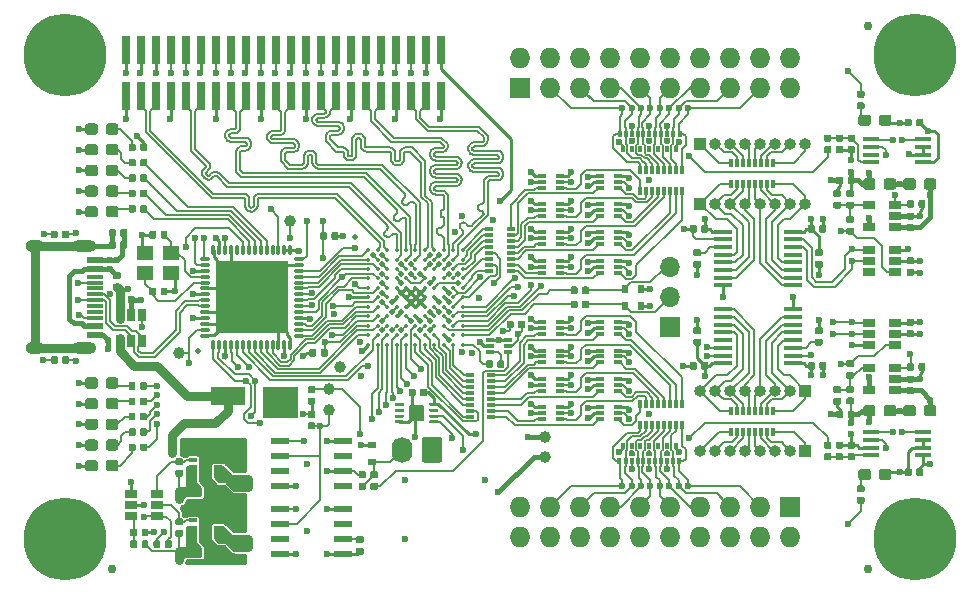
<source format=gtl>
G04 #@! TF.GenerationSoftware,KiCad,Pcbnew,5.1.5-52549c5~84~ubuntu19.10.1*
G04 #@! TF.CreationDate,2020-01-08T01:46:17+01:00*
G04 #@! TF.ProjectId,glasgow,676c6173-676f-4772-9e6b-696361645f70,rev?*
G04 #@! TF.SameCoordinates,Original*
G04 #@! TF.FileFunction,Copper,L1,Top*
G04 #@! TF.FilePolarity,Positive*
%FSLAX46Y46*%
G04 Gerber Fmt 4.6, Leading zero omitted, Abs format (unit mm)*
G04 Created by KiCad (PCBNEW 5.1.5-52549c5~84~ubuntu19.10.1) date 2020-01-08 01:46:17*
%MOMM*%
%LPD*%
G04 APERTURE LIST*
%ADD10C,0.100000*%
%ADD11R,1.450000X0.600000*%
%ADD12O,2.100000X1.000000*%
%ADD13O,1.600000X1.000000*%
%ADD14R,1.450000X0.300000*%
%ADD15O,1.740000X2.200000*%
%ADD16R,3.000000X1.600000*%
%ADD17R,1.060000X0.650000*%
%ADD18C,0.650000*%
%ADD19R,0.650000X0.350000*%
%ADD20R,1.000000X1.600000*%
%ADD21R,1.400000X1.200000*%
%ADD22R,0.700000X0.350000*%
%ADD23R,0.700000X0.600000*%
%ADD24R,0.300000X0.500000*%
%ADD25R,0.450000X0.500000*%
%ADD26O,1.727200X1.727200*%
%ADD27R,1.727200X1.727200*%
%ADD28O,1.000000X1.000000*%
%ADD29R,1.000000X1.000000*%
%ADD30O,1.700000X1.700000*%
%ADD31R,1.700000X1.700000*%
%ADD32C,0.350000*%
%ADD33C,0.500000*%
%ADD34C,0.750000*%
%ADD35R,0.800000X0.300000*%
%ADD36R,1.500000X0.450000*%
%ADD37R,0.300000X0.800000*%
%ADD38R,1.450000X0.450000*%
%ADD39R,0.740000X2.400000*%
%ADD40C,1.000000*%
%ADD41C,0.600000*%
%ADD42R,6.220000X6.220000*%
%ADD43O,0.280000X1.000000*%
%ADD44O,1.000000X0.280000*%
%ADD45R,0.650000X1.060000*%
%ADD46R,1.550000X0.600000*%
%ADD47R,0.600000X0.700000*%
%ADD48C,0.800000*%
%ADD49C,7.000000*%
%ADD50C,0.150000*%
%ADD51C,0.250000*%
%ADD52C,0.450000*%
%ADD53C,0.750000*%
%ADD54C,0.350000*%
%ADD55C,0.160000*%
%ADD56C,0.190000*%
%ADD57C,0.254000*%
G04 APERTURE END LIST*
G04 #@! TA.AperFunction,SMDPad,CuDef*
D10*
G36*
X53276958Y-100480710D02*
G01*
X53291276Y-100482834D01*
X53305317Y-100486351D01*
X53318946Y-100491228D01*
X53332031Y-100497417D01*
X53344447Y-100504858D01*
X53356073Y-100513481D01*
X53366798Y-100523202D01*
X53376519Y-100533927D01*
X53385142Y-100545553D01*
X53392583Y-100557969D01*
X53398772Y-100571054D01*
X53403649Y-100584683D01*
X53407166Y-100598724D01*
X53409290Y-100613042D01*
X53410000Y-100627500D01*
X53410000Y-100972500D01*
X53409290Y-100986958D01*
X53407166Y-101001276D01*
X53403649Y-101015317D01*
X53398772Y-101028946D01*
X53392583Y-101042031D01*
X53385142Y-101054447D01*
X53376519Y-101066073D01*
X53366798Y-101076798D01*
X53356073Y-101086519D01*
X53344447Y-101095142D01*
X53332031Y-101102583D01*
X53318946Y-101108772D01*
X53305317Y-101113649D01*
X53291276Y-101117166D01*
X53276958Y-101119290D01*
X53262500Y-101120000D01*
X52967500Y-101120000D01*
X52953042Y-101119290D01*
X52938724Y-101117166D01*
X52924683Y-101113649D01*
X52911054Y-101108772D01*
X52897969Y-101102583D01*
X52885553Y-101095142D01*
X52873927Y-101086519D01*
X52863202Y-101076798D01*
X52853481Y-101066073D01*
X52844858Y-101054447D01*
X52837417Y-101042031D01*
X52831228Y-101028946D01*
X52826351Y-101015317D01*
X52822834Y-101001276D01*
X52820710Y-100986958D01*
X52820000Y-100972500D01*
X52820000Y-100627500D01*
X52820710Y-100613042D01*
X52822834Y-100598724D01*
X52826351Y-100584683D01*
X52831228Y-100571054D01*
X52837417Y-100557969D01*
X52844858Y-100545553D01*
X52853481Y-100533927D01*
X52863202Y-100523202D01*
X52873927Y-100513481D01*
X52885553Y-100504858D01*
X52897969Y-100497417D01*
X52911054Y-100491228D01*
X52924683Y-100486351D01*
X52938724Y-100482834D01*
X52953042Y-100480710D01*
X52967500Y-100480000D01*
X53262500Y-100480000D01*
X53276958Y-100480710D01*
G37*
G04 #@! TD.AperFunction*
G04 #@! TA.AperFunction,SMDPad,CuDef*
G36*
X54246958Y-100480710D02*
G01*
X54261276Y-100482834D01*
X54275317Y-100486351D01*
X54288946Y-100491228D01*
X54302031Y-100497417D01*
X54314447Y-100504858D01*
X54326073Y-100513481D01*
X54336798Y-100523202D01*
X54346519Y-100533927D01*
X54355142Y-100545553D01*
X54362583Y-100557969D01*
X54368772Y-100571054D01*
X54373649Y-100584683D01*
X54377166Y-100598724D01*
X54379290Y-100613042D01*
X54380000Y-100627500D01*
X54380000Y-100972500D01*
X54379290Y-100986958D01*
X54377166Y-101001276D01*
X54373649Y-101015317D01*
X54368772Y-101028946D01*
X54362583Y-101042031D01*
X54355142Y-101054447D01*
X54346519Y-101066073D01*
X54336798Y-101076798D01*
X54326073Y-101086519D01*
X54314447Y-101095142D01*
X54302031Y-101102583D01*
X54288946Y-101108772D01*
X54275317Y-101113649D01*
X54261276Y-101117166D01*
X54246958Y-101119290D01*
X54232500Y-101120000D01*
X53937500Y-101120000D01*
X53923042Y-101119290D01*
X53908724Y-101117166D01*
X53894683Y-101113649D01*
X53881054Y-101108772D01*
X53867969Y-101102583D01*
X53855553Y-101095142D01*
X53843927Y-101086519D01*
X53833202Y-101076798D01*
X53823481Y-101066073D01*
X53814858Y-101054447D01*
X53807417Y-101042031D01*
X53801228Y-101028946D01*
X53796351Y-101015317D01*
X53792834Y-101001276D01*
X53790710Y-100986958D01*
X53790000Y-100972500D01*
X53790000Y-100627500D01*
X53790710Y-100613042D01*
X53792834Y-100598724D01*
X53796351Y-100584683D01*
X53801228Y-100571054D01*
X53807417Y-100557969D01*
X53814858Y-100545553D01*
X53823481Y-100533927D01*
X53833202Y-100523202D01*
X53843927Y-100513481D01*
X53855553Y-100504858D01*
X53867969Y-100497417D01*
X53881054Y-100491228D01*
X53894683Y-100486351D01*
X53908724Y-100482834D01*
X53923042Y-100480710D01*
X53937500Y-100480000D01*
X54232500Y-100480000D01*
X54246958Y-100480710D01*
G37*
G04 #@! TD.AperFunction*
G04 #@! TA.AperFunction,SMDPad,CuDef*
G36*
X53276958Y-89855710D02*
G01*
X53291276Y-89857834D01*
X53305317Y-89861351D01*
X53318946Y-89866228D01*
X53332031Y-89872417D01*
X53344447Y-89879858D01*
X53356073Y-89888481D01*
X53366798Y-89898202D01*
X53376519Y-89908927D01*
X53385142Y-89920553D01*
X53392583Y-89932969D01*
X53398772Y-89946054D01*
X53403649Y-89959683D01*
X53407166Y-89973724D01*
X53409290Y-89988042D01*
X53410000Y-90002500D01*
X53410000Y-90347500D01*
X53409290Y-90361958D01*
X53407166Y-90376276D01*
X53403649Y-90390317D01*
X53398772Y-90403946D01*
X53392583Y-90417031D01*
X53385142Y-90429447D01*
X53376519Y-90441073D01*
X53366798Y-90451798D01*
X53356073Y-90461519D01*
X53344447Y-90470142D01*
X53332031Y-90477583D01*
X53318946Y-90483772D01*
X53305317Y-90488649D01*
X53291276Y-90492166D01*
X53276958Y-90494290D01*
X53262500Y-90495000D01*
X52967500Y-90495000D01*
X52953042Y-90494290D01*
X52938724Y-90492166D01*
X52924683Y-90488649D01*
X52911054Y-90483772D01*
X52897969Y-90477583D01*
X52885553Y-90470142D01*
X52873927Y-90461519D01*
X52863202Y-90451798D01*
X52853481Y-90441073D01*
X52844858Y-90429447D01*
X52837417Y-90417031D01*
X52831228Y-90403946D01*
X52826351Y-90390317D01*
X52822834Y-90376276D01*
X52820710Y-90361958D01*
X52820000Y-90347500D01*
X52820000Y-90002500D01*
X52820710Y-89988042D01*
X52822834Y-89973724D01*
X52826351Y-89959683D01*
X52831228Y-89946054D01*
X52837417Y-89932969D01*
X52844858Y-89920553D01*
X52853481Y-89908927D01*
X52863202Y-89898202D01*
X52873927Y-89888481D01*
X52885553Y-89879858D01*
X52897969Y-89872417D01*
X52911054Y-89866228D01*
X52924683Y-89861351D01*
X52938724Y-89857834D01*
X52953042Y-89855710D01*
X52967500Y-89855000D01*
X53262500Y-89855000D01*
X53276958Y-89855710D01*
G37*
G04 #@! TD.AperFunction*
G04 #@! TA.AperFunction,SMDPad,CuDef*
G36*
X54246958Y-89855710D02*
G01*
X54261276Y-89857834D01*
X54275317Y-89861351D01*
X54288946Y-89866228D01*
X54302031Y-89872417D01*
X54314447Y-89879858D01*
X54326073Y-89888481D01*
X54336798Y-89898202D01*
X54346519Y-89908927D01*
X54355142Y-89920553D01*
X54362583Y-89932969D01*
X54368772Y-89946054D01*
X54373649Y-89959683D01*
X54377166Y-89973724D01*
X54379290Y-89988042D01*
X54380000Y-90002500D01*
X54380000Y-90347500D01*
X54379290Y-90361958D01*
X54377166Y-90376276D01*
X54373649Y-90390317D01*
X54368772Y-90403946D01*
X54362583Y-90417031D01*
X54355142Y-90429447D01*
X54346519Y-90441073D01*
X54336798Y-90451798D01*
X54326073Y-90461519D01*
X54314447Y-90470142D01*
X54302031Y-90477583D01*
X54288946Y-90483772D01*
X54275317Y-90488649D01*
X54261276Y-90492166D01*
X54246958Y-90494290D01*
X54232500Y-90495000D01*
X53937500Y-90495000D01*
X53923042Y-90494290D01*
X53908724Y-90492166D01*
X53894683Y-90488649D01*
X53881054Y-90483772D01*
X53867969Y-90477583D01*
X53855553Y-90470142D01*
X53843927Y-90461519D01*
X53833202Y-90451798D01*
X53823481Y-90441073D01*
X53814858Y-90429447D01*
X53807417Y-90417031D01*
X53801228Y-90403946D01*
X53796351Y-90390317D01*
X53792834Y-90376276D01*
X53790710Y-90361958D01*
X53790000Y-90347500D01*
X53790000Y-90002500D01*
X53790710Y-89988042D01*
X53792834Y-89973724D01*
X53796351Y-89959683D01*
X53801228Y-89946054D01*
X53807417Y-89932969D01*
X53814858Y-89920553D01*
X53823481Y-89908927D01*
X53833202Y-89898202D01*
X53843927Y-89888481D01*
X53855553Y-89879858D01*
X53867969Y-89872417D01*
X53881054Y-89866228D01*
X53894683Y-89861351D01*
X53908724Y-89857834D01*
X53923042Y-89855710D01*
X53937500Y-89855000D01*
X54232500Y-89855000D01*
X54246958Y-89855710D01*
G37*
G04 #@! TD.AperFunction*
D11*
X56550000Y-93100000D03*
X56550000Y-97900000D03*
X56550000Y-98700000D03*
X56550000Y-92300000D03*
D12*
X55635000Y-91180000D03*
X55635000Y-99820000D03*
D13*
X51455000Y-91180000D03*
X51455000Y-99820000D03*
D11*
X56550000Y-98700000D03*
X56550000Y-97900000D03*
D14*
X56550000Y-97250000D03*
X56550000Y-96750000D03*
X56550000Y-96250000D03*
X56550000Y-95750000D03*
X56550000Y-95250000D03*
X56550000Y-94750000D03*
X56550000Y-94250000D03*
X56550000Y-93750000D03*
D11*
X56550000Y-93100000D03*
X56550000Y-92300000D03*
G04 #@! TA.AperFunction,ComponentPad*
D10*
G36*
X85744505Y-107301204D02*
G01*
X85768773Y-107304804D01*
X85792572Y-107310765D01*
X85815671Y-107319030D01*
X85837850Y-107329520D01*
X85858893Y-107342132D01*
X85878599Y-107356747D01*
X85896777Y-107373223D01*
X85913253Y-107391401D01*
X85927868Y-107411107D01*
X85940480Y-107432150D01*
X85950970Y-107454329D01*
X85959235Y-107477428D01*
X85965196Y-107501227D01*
X85968796Y-107525495D01*
X85970000Y-107549999D01*
X85970000Y-109250001D01*
X85968796Y-109274505D01*
X85965196Y-109298773D01*
X85959235Y-109322572D01*
X85950970Y-109345671D01*
X85940480Y-109367850D01*
X85927868Y-109388893D01*
X85913253Y-109408599D01*
X85896777Y-109426777D01*
X85878599Y-109443253D01*
X85858893Y-109457868D01*
X85837850Y-109470480D01*
X85815671Y-109480970D01*
X85792572Y-109489235D01*
X85768773Y-109495196D01*
X85744505Y-109498796D01*
X85720001Y-109500000D01*
X84479999Y-109500000D01*
X84455495Y-109498796D01*
X84431227Y-109495196D01*
X84407428Y-109489235D01*
X84384329Y-109480970D01*
X84362150Y-109470480D01*
X84341107Y-109457868D01*
X84321401Y-109443253D01*
X84303223Y-109426777D01*
X84286747Y-109408599D01*
X84272132Y-109388893D01*
X84259520Y-109367850D01*
X84249030Y-109345671D01*
X84240765Y-109322572D01*
X84234804Y-109298773D01*
X84231204Y-109274505D01*
X84230000Y-109250001D01*
X84230000Y-107549999D01*
X84231204Y-107525495D01*
X84234804Y-107501227D01*
X84240765Y-107477428D01*
X84249030Y-107454329D01*
X84259520Y-107432150D01*
X84272132Y-107411107D01*
X84286747Y-107391401D01*
X84303223Y-107373223D01*
X84321401Y-107356747D01*
X84341107Y-107342132D01*
X84362150Y-107329520D01*
X84384329Y-107319030D01*
X84407428Y-107310765D01*
X84431227Y-107304804D01*
X84455495Y-107301204D01*
X84479999Y-107300000D01*
X85720001Y-107300000D01*
X85744505Y-107301204D01*
G37*
G04 #@! TD.AperFunction*
D15*
X82560000Y-108400000D03*
D16*
X67800000Y-103850000D03*
X72200000Y-103850000D03*
D17*
X122100000Y-89550000D03*
X122100000Y-87650000D03*
X124300000Y-87650000D03*
X124300000Y-88600000D03*
X124300000Y-89550000D03*
D18*
X65900000Y-109500000D03*
X65900000Y-110300000D03*
D19*
X66950000Y-110550000D03*
X66950000Y-109900000D03*
X66950000Y-109250000D03*
X64850000Y-109250000D03*
X64850000Y-109900000D03*
X64850000Y-110550000D03*
D20*
X65900000Y-109900000D03*
D18*
X65900000Y-114600000D03*
X65900000Y-115400000D03*
D19*
X66950000Y-115650000D03*
X66950000Y-115000000D03*
X66950000Y-114350000D03*
X64850000Y-114350000D03*
X64850000Y-115000000D03*
X64850000Y-115650000D03*
D20*
X65900000Y-115000000D03*
G04 #@! TA.AperFunction,SMDPad,CuDef*
D10*
G36*
X65335779Y-111426144D02*
G01*
X65358834Y-111429563D01*
X65381443Y-111435227D01*
X65403387Y-111443079D01*
X65424457Y-111453044D01*
X65444448Y-111465026D01*
X65463168Y-111478910D01*
X65480438Y-111494562D01*
X65496090Y-111511832D01*
X65509974Y-111530552D01*
X65521956Y-111550543D01*
X65531921Y-111571613D01*
X65539773Y-111593557D01*
X65545437Y-111616166D01*
X65548856Y-111639221D01*
X65550000Y-111662500D01*
X65550000Y-112137500D01*
X65548856Y-112160779D01*
X65545437Y-112183834D01*
X65539773Y-112206443D01*
X65531921Y-112228387D01*
X65521956Y-112249457D01*
X65509974Y-112269448D01*
X65496090Y-112288168D01*
X65480438Y-112305438D01*
X65463168Y-112321090D01*
X65444448Y-112334974D01*
X65424457Y-112346956D01*
X65403387Y-112356921D01*
X65381443Y-112364773D01*
X65358834Y-112370437D01*
X65335779Y-112373856D01*
X65312500Y-112375000D01*
X64737500Y-112375000D01*
X64714221Y-112373856D01*
X64691166Y-112370437D01*
X64668557Y-112364773D01*
X64646613Y-112356921D01*
X64625543Y-112346956D01*
X64605552Y-112334974D01*
X64586832Y-112321090D01*
X64569562Y-112305438D01*
X64553910Y-112288168D01*
X64540026Y-112269448D01*
X64528044Y-112249457D01*
X64518079Y-112228387D01*
X64510227Y-112206443D01*
X64504563Y-112183834D01*
X64501144Y-112160779D01*
X64500000Y-112137500D01*
X64500000Y-111662500D01*
X64501144Y-111639221D01*
X64504563Y-111616166D01*
X64510227Y-111593557D01*
X64518079Y-111571613D01*
X64528044Y-111550543D01*
X64540026Y-111530552D01*
X64553910Y-111511832D01*
X64569562Y-111494562D01*
X64586832Y-111478910D01*
X64605552Y-111465026D01*
X64625543Y-111453044D01*
X64646613Y-111443079D01*
X64668557Y-111435227D01*
X64691166Y-111429563D01*
X64714221Y-111426144D01*
X64737500Y-111425000D01*
X65312500Y-111425000D01*
X65335779Y-111426144D01*
G37*
G04 #@! TD.AperFunction*
G04 #@! TA.AperFunction,SMDPad,CuDef*
G36*
X67085779Y-111426144D02*
G01*
X67108834Y-111429563D01*
X67131443Y-111435227D01*
X67153387Y-111443079D01*
X67174457Y-111453044D01*
X67194448Y-111465026D01*
X67213168Y-111478910D01*
X67230438Y-111494562D01*
X67246090Y-111511832D01*
X67259974Y-111530552D01*
X67271956Y-111550543D01*
X67281921Y-111571613D01*
X67289773Y-111593557D01*
X67295437Y-111616166D01*
X67298856Y-111639221D01*
X67300000Y-111662500D01*
X67300000Y-112137500D01*
X67298856Y-112160779D01*
X67295437Y-112183834D01*
X67289773Y-112206443D01*
X67281921Y-112228387D01*
X67271956Y-112249457D01*
X67259974Y-112269448D01*
X67246090Y-112288168D01*
X67230438Y-112305438D01*
X67213168Y-112321090D01*
X67194448Y-112334974D01*
X67174457Y-112346956D01*
X67153387Y-112356921D01*
X67131443Y-112364773D01*
X67108834Y-112370437D01*
X67085779Y-112373856D01*
X67062500Y-112375000D01*
X66487500Y-112375000D01*
X66464221Y-112373856D01*
X66441166Y-112370437D01*
X66418557Y-112364773D01*
X66396613Y-112356921D01*
X66375543Y-112346956D01*
X66355552Y-112334974D01*
X66336832Y-112321090D01*
X66319562Y-112305438D01*
X66303910Y-112288168D01*
X66290026Y-112269448D01*
X66278044Y-112249457D01*
X66268079Y-112228387D01*
X66260227Y-112206443D01*
X66254563Y-112183834D01*
X66251144Y-112160779D01*
X66250000Y-112137500D01*
X66250000Y-111662500D01*
X66251144Y-111639221D01*
X66254563Y-111616166D01*
X66260227Y-111593557D01*
X66268079Y-111571613D01*
X66278044Y-111550543D01*
X66290026Y-111530552D01*
X66303910Y-111511832D01*
X66319562Y-111494562D01*
X66336832Y-111478910D01*
X66355552Y-111465026D01*
X66375543Y-111453044D01*
X66396613Y-111443079D01*
X66418557Y-111435227D01*
X66441166Y-111429563D01*
X66464221Y-111426144D01*
X66487500Y-111425000D01*
X67062500Y-111425000D01*
X67085779Y-111426144D01*
G37*
G04 #@! TD.AperFunction*
D21*
X60825000Y-91750000D03*
X63025000Y-91750000D03*
X63025000Y-93450000D03*
X60825000Y-93450000D03*
G04 #@! TA.AperFunction,SMDPad,CuDef*
D10*
G36*
X58335779Y-109276144D02*
G01*
X58358834Y-109279563D01*
X58381443Y-109285227D01*
X58403387Y-109293079D01*
X58424457Y-109303044D01*
X58444448Y-109315026D01*
X58463168Y-109328910D01*
X58480438Y-109344562D01*
X58496090Y-109361832D01*
X58509974Y-109380552D01*
X58521956Y-109400543D01*
X58531921Y-109421613D01*
X58539773Y-109443557D01*
X58545437Y-109466166D01*
X58548856Y-109489221D01*
X58550000Y-109512500D01*
X58550000Y-109987500D01*
X58548856Y-110010779D01*
X58545437Y-110033834D01*
X58539773Y-110056443D01*
X58531921Y-110078387D01*
X58521956Y-110099457D01*
X58509974Y-110119448D01*
X58496090Y-110138168D01*
X58480438Y-110155438D01*
X58463168Y-110171090D01*
X58444448Y-110184974D01*
X58424457Y-110196956D01*
X58403387Y-110206921D01*
X58381443Y-110214773D01*
X58358834Y-110220437D01*
X58335779Y-110223856D01*
X58312500Y-110225000D01*
X57737500Y-110225000D01*
X57714221Y-110223856D01*
X57691166Y-110220437D01*
X57668557Y-110214773D01*
X57646613Y-110206921D01*
X57625543Y-110196956D01*
X57605552Y-110184974D01*
X57586832Y-110171090D01*
X57569562Y-110155438D01*
X57553910Y-110138168D01*
X57540026Y-110119448D01*
X57528044Y-110099457D01*
X57518079Y-110078387D01*
X57510227Y-110056443D01*
X57504563Y-110033834D01*
X57501144Y-110010779D01*
X57500000Y-109987500D01*
X57500000Y-109512500D01*
X57501144Y-109489221D01*
X57504563Y-109466166D01*
X57510227Y-109443557D01*
X57518079Y-109421613D01*
X57528044Y-109400543D01*
X57540026Y-109380552D01*
X57553910Y-109361832D01*
X57569562Y-109344562D01*
X57586832Y-109328910D01*
X57605552Y-109315026D01*
X57625543Y-109303044D01*
X57646613Y-109293079D01*
X57668557Y-109285227D01*
X57691166Y-109279563D01*
X57714221Y-109276144D01*
X57737500Y-109275000D01*
X58312500Y-109275000D01*
X58335779Y-109276144D01*
G37*
G04 #@! TD.AperFunction*
G04 #@! TA.AperFunction,SMDPad,CuDef*
G36*
X56585779Y-109276144D02*
G01*
X56608834Y-109279563D01*
X56631443Y-109285227D01*
X56653387Y-109293079D01*
X56674457Y-109303044D01*
X56694448Y-109315026D01*
X56713168Y-109328910D01*
X56730438Y-109344562D01*
X56746090Y-109361832D01*
X56759974Y-109380552D01*
X56771956Y-109400543D01*
X56781921Y-109421613D01*
X56789773Y-109443557D01*
X56795437Y-109466166D01*
X56798856Y-109489221D01*
X56800000Y-109512500D01*
X56800000Y-109987500D01*
X56798856Y-110010779D01*
X56795437Y-110033834D01*
X56789773Y-110056443D01*
X56781921Y-110078387D01*
X56771956Y-110099457D01*
X56759974Y-110119448D01*
X56746090Y-110138168D01*
X56730438Y-110155438D01*
X56713168Y-110171090D01*
X56694448Y-110184974D01*
X56674457Y-110196956D01*
X56653387Y-110206921D01*
X56631443Y-110214773D01*
X56608834Y-110220437D01*
X56585779Y-110223856D01*
X56562500Y-110225000D01*
X55987500Y-110225000D01*
X55964221Y-110223856D01*
X55941166Y-110220437D01*
X55918557Y-110214773D01*
X55896613Y-110206921D01*
X55875543Y-110196956D01*
X55855552Y-110184974D01*
X55836832Y-110171090D01*
X55819562Y-110155438D01*
X55803910Y-110138168D01*
X55790026Y-110119448D01*
X55778044Y-110099457D01*
X55768079Y-110078387D01*
X55760227Y-110056443D01*
X55754563Y-110033834D01*
X55751144Y-110010779D01*
X55750000Y-109987500D01*
X55750000Y-109512500D01*
X55751144Y-109489221D01*
X55754563Y-109466166D01*
X55760227Y-109443557D01*
X55768079Y-109421613D01*
X55778044Y-109400543D01*
X55790026Y-109380552D01*
X55803910Y-109361832D01*
X55819562Y-109344562D01*
X55836832Y-109328910D01*
X55855552Y-109315026D01*
X55875543Y-109303044D01*
X55896613Y-109293079D01*
X55918557Y-109285227D01*
X55941166Y-109279563D01*
X55964221Y-109276144D01*
X55987500Y-109275000D01*
X56562500Y-109275000D01*
X56585779Y-109276144D01*
G37*
G04 #@! TD.AperFunction*
G04 #@! TA.AperFunction,SMDPad,CuDef*
G36*
X58335779Y-107526144D02*
G01*
X58358834Y-107529563D01*
X58381443Y-107535227D01*
X58403387Y-107543079D01*
X58424457Y-107553044D01*
X58444448Y-107565026D01*
X58463168Y-107578910D01*
X58480438Y-107594562D01*
X58496090Y-107611832D01*
X58509974Y-107630552D01*
X58521956Y-107650543D01*
X58531921Y-107671613D01*
X58539773Y-107693557D01*
X58545437Y-107716166D01*
X58548856Y-107739221D01*
X58550000Y-107762500D01*
X58550000Y-108237500D01*
X58548856Y-108260779D01*
X58545437Y-108283834D01*
X58539773Y-108306443D01*
X58531921Y-108328387D01*
X58521956Y-108349457D01*
X58509974Y-108369448D01*
X58496090Y-108388168D01*
X58480438Y-108405438D01*
X58463168Y-108421090D01*
X58444448Y-108434974D01*
X58424457Y-108446956D01*
X58403387Y-108456921D01*
X58381443Y-108464773D01*
X58358834Y-108470437D01*
X58335779Y-108473856D01*
X58312500Y-108475000D01*
X57737500Y-108475000D01*
X57714221Y-108473856D01*
X57691166Y-108470437D01*
X57668557Y-108464773D01*
X57646613Y-108456921D01*
X57625543Y-108446956D01*
X57605552Y-108434974D01*
X57586832Y-108421090D01*
X57569562Y-108405438D01*
X57553910Y-108388168D01*
X57540026Y-108369448D01*
X57528044Y-108349457D01*
X57518079Y-108328387D01*
X57510227Y-108306443D01*
X57504563Y-108283834D01*
X57501144Y-108260779D01*
X57500000Y-108237500D01*
X57500000Y-107762500D01*
X57501144Y-107739221D01*
X57504563Y-107716166D01*
X57510227Y-107693557D01*
X57518079Y-107671613D01*
X57528044Y-107650543D01*
X57540026Y-107630552D01*
X57553910Y-107611832D01*
X57569562Y-107594562D01*
X57586832Y-107578910D01*
X57605552Y-107565026D01*
X57625543Y-107553044D01*
X57646613Y-107543079D01*
X57668557Y-107535227D01*
X57691166Y-107529563D01*
X57714221Y-107526144D01*
X57737500Y-107525000D01*
X58312500Y-107525000D01*
X58335779Y-107526144D01*
G37*
G04 #@! TD.AperFunction*
G04 #@! TA.AperFunction,SMDPad,CuDef*
G36*
X56585779Y-107526144D02*
G01*
X56608834Y-107529563D01*
X56631443Y-107535227D01*
X56653387Y-107543079D01*
X56674457Y-107553044D01*
X56694448Y-107565026D01*
X56713168Y-107578910D01*
X56730438Y-107594562D01*
X56746090Y-107611832D01*
X56759974Y-107630552D01*
X56771956Y-107650543D01*
X56781921Y-107671613D01*
X56789773Y-107693557D01*
X56795437Y-107716166D01*
X56798856Y-107739221D01*
X56800000Y-107762500D01*
X56800000Y-108237500D01*
X56798856Y-108260779D01*
X56795437Y-108283834D01*
X56789773Y-108306443D01*
X56781921Y-108328387D01*
X56771956Y-108349457D01*
X56759974Y-108369448D01*
X56746090Y-108388168D01*
X56730438Y-108405438D01*
X56713168Y-108421090D01*
X56694448Y-108434974D01*
X56674457Y-108446956D01*
X56653387Y-108456921D01*
X56631443Y-108464773D01*
X56608834Y-108470437D01*
X56585779Y-108473856D01*
X56562500Y-108475000D01*
X55987500Y-108475000D01*
X55964221Y-108473856D01*
X55941166Y-108470437D01*
X55918557Y-108464773D01*
X55896613Y-108456921D01*
X55875543Y-108446956D01*
X55855552Y-108434974D01*
X55836832Y-108421090D01*
X55819562Y-108405438D01*
X55803910Y-108388168D01*
X55790026Y-108369448D01*
X55778044Y-108349457D01*
X55768079Y-108328387D01*
X55760227Y-108306443D01*
X55754563Y-108283834D01*
X55751144Y-108260779D01*
X55750000Y-108237500D01*
X55750000Y-107762500D01*
X55751144Y-107739221D01*
X55754563Y-107716166D01*
X55760227Y-107693557D01*
X55768079Y-107671613D01*
X55778044Y-107650543D01*
X55790026Y-107630552D01*
X55803910Y-107611832D01*
X55819562Y-107594562D01*
X55836832Y-107578910D01*
X55855552Y-107565026D01*
X55875543Y-107553044D01*
X55896613Y-107543079D01*
X55918557Y-107535227D01*
X55941166Y-107529563D01*
X55964221Y-107526144D01*
X55987500Y-107525000D01*
X56562500Y-107525000D01*
X56585779Y-107526144D01*
G37*
G04 #@! TD.AperFunction*
G04 #@! TA.AperFunction,SMDPad,CuDef*
G36*
X58335779Y-105776144D02*
G01*
X58358834Y-105779563D01*
X58381443Y-105785227D01*
X58403387Y-105793079D01*
X58424457Y-105803044D01*
X58444448Y-105815026D01*
X58463168Y-105828910D01*
X58480438Y-105844562D01*
X58496090Y-105861832D01*
X58509974Y-105880552D01*
X58521956Y-105900543D01*
X58531921Y-105921613D01*
X58539773Y-105943557D01*
X58545437Y-105966166D01*
X58548856Y-105989221D01*
X58550000Y-106012500D01*
X58550000Y-106487500D01*
X58548856Y-106510779D01*
X58545437Y-106533834D01*
X58539773Y-106556443D01*
X58531921Y-106578387D01*
X58521956Y-106599457D01*
X58509974Y-106619448D01*
X58496090Y-106638168D01*
X58480438Y-106655438D01*
X58463168Y-106671090D01*
X58444448Y-106684974D01*
X58424457Y-106696956D01*
X58403387Y-106706921D01*
X58381443Y-106714773D01*
X58358834Y-106720437D01*
X58335779Y-106723856D01*
X58312500Y-106725000D01*
X57737500Y-106725000D01*
X57714221Y-106723856D01*
X57691166Y-106720437D01*
X57668557Y-106714773D01*
X57646613Y-106706921D01*
X57625543Y-106696956D01*
X57605552Y-106684974D01*
X57586832Y-106671090D01*
X57569562Y-106655438D01*
X57553910Y-106638168D01*
X57540026Y-106619448D01*
X57528044Y-106599457D01*
X57518079Y-106578387D01*
X57510227Y-106556443D01*
X57504563Y-106533834D01*
X57501144Y-106510779D01*
X57500000Y-106487500D01*
X57500000Y-106012500D01*
X57501144Y-105989221D01*
X57504563Y-105966166D01*
X57510227Y-105943557D01*
X57518079Y-105921613D01*
X57528044Y-105900543D01*
X57540026Y-105880552D01*
X57553910Y-105861832D01*
X57569562Y-105844562D01*
X57586832Y-105828910D01*
X57605552Y-105815026D01*
X57625543Y-105803044D01*
X57646613Y-105793079D01*
X57668557Y-105785227D01*
X57691166Y-105779563D01*
X57714221Y-105776144D01*
X57737500Y-105775000D01*
X58312500Y-105775000D01*
X58335779Y-105776144D01*
G37*
G04 #@! TD.AperFunction*
G04 #@! TA.AperFunction,SMDPad,CuDef*
G36*
X56585779Y-105776144D02*
G01*
X56608834Y-105779563D01*
X56631443Y-105785227D01*
X56653387Y-105793079D01*
X56674457Y-105803044D01*
X56694448Y-105815026D01*
X56713168Y-105828910D01*
X56730438Y-105844562D01*
X56746090Y-105861832D01*
X56759974Y-105880552D01*
X56771956Y-105900543D01*
X56781921Y-105921613D01*
X56789773Y-105943557D01*
X56795437Y-105966166D01*
X56798856Y-105989221D01*
X56800000Y-106012500D01*
X56800000Y-106487500D01*
X56798856Y-106510779D01*
X56795437Y-106533834D01*
X56789773Y-106556443D01*
X56781921Y-106578387D01*
X56771956Y-106599457D01*
X56759974Y-106619448D01*
X56746090Y-106638168D01*
X56730438Y-106655438D01*
X56713168Y-106671090D01*
X56694448Y-106684974D01*
X56674457Y-106696956D01*
X56653387Y-106706921D01*
X56631443Y-106714773D01*
X56608834Y-106720437D01*
X56585779Y-106723856D01*
X56562500Y-106725000D01*
X55987500Y-106725000D01*
X55964221Y-106723856D01*
X55941166Y-106720437D01*
X55918557Y-106714773D01*
X55896613Y-106706921D01*
X55875543Y-106696956D01*
X55855552Y-106684974D01*
X55836832Y-106671090D01*
X55819562Y-106655438D01*
X55803910Y-106638168D01*
X55790026Y-106619448D01*
X55778044Y-106599457D01*
X55768079Y-106578387D01*
X55760227Y-106556443D01*
X55754563Y-106533834D01*
X55751144Y-106510779D01*
X55750000Y-106487500D01*
X55750000Y-106012500D01*
X55751144Y-105989221D01*
X55754563Y-105966166D01*
X55760227Y-105943557D01*
X55768079Y-105921613D01*
X55778044Y-105900543D01*
X55790026Y-105880552D01*
X55803910Y-105861832D01*
X55819562Y-105844562D01*
X55836832Y-105828910D01*
X55855552Y-105815026D01*
X55875543Y-105803044D01*
X55896613Y-105793079D01*
X55918557Y-105785227D01*
X55941166Y-105779563D01*
X55964221Y-105776144D01*
X55987500Y-105775000D01*
X56562500Y-105775000D01*
X56585779Y-105776144D01*
G37*
G04 #@! TD.AperFunction*
G04 #@! TA.AperFunction,SMDPad,CuDef*
G36*
X58335779Y-104026144D02*
G01*
X58358834Y-104029563D01*
X58381443Y-104035227D01*
X58403387Y-104043079D01*
X58424457Y-104053044D01*
X58444448Y-104065026D01*
X58463168Y-104078910D01*
X58480438Y-104094562D01*
X58496090Y-104111832D01*
X58509974Y-104130552D01*
X58521956Y-104150543D01*
X58531921Y-104171613D01*
X58539773Y-104193557D01*
X58545437Y-104216166D01*
X58548856Y-104239221D01*
X58550000Y-104262500D01*
X58550000Y-104737500D01*
X58548856Y-104760779D01*
X58545437Y-104783834D01*
X58539773Y-104806443D01*
X58531921Y-104828387D01*
X58521956Y-104849457D01*
X58509974Y-104869448D01*
X58496090Y-104888168D01*
X58480438Y-104905438D01*
X58463168Y-104921090D01*
X58444448Y-104934974D01*
X58424457Y-104946956D01*
X58403387Y-104956921D01*
X58381443Y-104964773D01*
X58358834Y-104970437D01*
X58335779Y-104973856D01*
X58312500Y-104975000D01*
X57737500Y-104975000D01*
X57714221Y-104973856D01*
X57691166Y-104970437D01*
X57668557Y-104964773D01*
X57646613Y-104956921D01*
X57625543Y-104946956D01*
X57605552Y-104934974D01*
X57586832Y-104921090D01*
X57569562Y-104905438D01*
X57553910Y-104888168D01*
X57540026Y-104869448D01*
X57528044Y-104849457D01*
X57518079Y-104828387D01*
X57510227Y-104806443D01*
X57504563Y-104783834D01*
X57501144Y-104760779D01*
X57500000Y-104737500D01*
X57500000Y-104262500D01*
X57501144Y-104239221D01*
X57504563Y-104216166D01*
X57510227Y-104193557D01*
X57518079Y-104171613D01*
X57528044Y-104150543D01*
X57540026Y-104130552D01*
X57553910Y-104111832D01*
X57569562Y-104094562D01*
X57586832Y-104078910D01*
X57605552Y-104065026D01*
X57625543Y-104053044D01*
X57646613Y-104043079D01*
X57668557Y-104035227D01*
X57691166Y-104029563D01*
X57714221Y-104026144D01*
X57737500Y-104025000D01*
X58312500Y-104025000D01*
X58335779Y-104026144D01*
G37*
G04 #@! TD.AperFunction*
G04 #@! TA.AperFunction,SMDPad,CuDef*
G36*
X56585779Y-104026144D02*
G01*
X56608834Y-104029563D01*
X56631443Y-104035227D01*
X56653387Y-104043079D01*
X56674457Y-104053044D01*
X56694448Y-104065026D01*
X56713168Y-104078910D01*
X56730438Y-104094562D01*
X56746090Y-104111832D01*
X56759974Y-104130552D01*
X56771956Y-104150543D01*
X56781921Y-104171613D01*
X56789773Y-104193557D01*
X56795437Y-104216166D01*
X56798856Y-104239221D01*
X56800000Y-104262500D01*
X56800000Y-104737500D01*
X56798856Y-104760779D01*
X56795437Y-104783834D01*
X56789773Y-104806443D01*
X56781921Y-104828387D01*
X56771956Y-104849457D01*
X56759974Y-104869448D01*
X56746090Y-104888168D01*
X56730438Y-104905438D01*
X56713168Y-104921090D01*
X56694448Y-104934974D01*
X56674457Y-104946956D01*
X56653387Y-104956921D01*
X56631443Y-104964773D01*
X56608834Y-104970437D01*
X56585779Y-104973856D01*
X56562500Y-104975000D01*
X55987500Y-104975000D01*
X55964221Y-104973856D01*
X55941166Y-104970437D01*
X55918557Y-104964773D01*
X55896613Y-104956921D01*
X55875543Y-104946956D01*
X55855552Y-104934974D01*
X55836832Y-104921090D01*
X55819562Y-104905438D01*
X55803910Y-104888168D01*
X55790026Y-104869448D01*
X55778044Y-104849457D01*
X55768079Y-104828387D01*
X55760227Y-104806443D01*
X55754563Y-104783834D01*
X55751144Y-104760779D01*
X55750000Y-104737500D01*
X55750000Y-104262500D01*
X55751144Y-104239221D01*
X55754563Y-104216166D01*
X55760227Y-104193557D01*
X55768079Y-104171613D01*
X55778044Y-104150543D01*
X55790026Y-104130552D01*
X55803910Y-104111832D01*
X55819562Y-104094562D01*
X55836832Y-104078910D01*
X55855552Y-104065026D01*
X55875543Y-104053044D01*
X55896613Y-104043079D01*
X55918557Y-104035227D01*
X55941166Y-104029563D01*
X55964221Y-104026144D01*
X55987500Y-104025000D01*
X56562500Y-104025000D01*
X56585779Y-104026144D01*
G37*
G04 #@! TD.AperFunction*
G04 #@! TA.AperFunction,SMDPad,CuDef*
G36*
X58335779Y-102276144D02*
G01*
X58358834Y-102279563D01*
X58381443Y-102285227D01*
X58403387Y-102293079D01*
X58424457Y-102303044D01*
X58444448Y-102315026D01*
X58463168Y-102328910D01*
X58480438Y-102344562D01*
X58496090Y-102361832D01*
X58509974Y-102380552D01*
X58521956Y-102400543D01*
X58531921Y-102421613D01*
X58539773Y-102443557D01*
X58545437Y-102466166D01*
X58548856Y-102489221D01*
X58550000Y-102512500D01*
X58550000Y-102987500D01*
X58548856Y-103010779D01*
X58545437Y-103033834D01*
X58539773Y-103056443D01*
X58531921Y-103078387D01*
X58521956Y-103099457D01*
X58509974Y-103119448D01*
X58496090Y-103138168D01*
X58480438Y-103155438D01*
X58463168Y-103171090D01*
X58444448Y-103184974D01*
X58424457Y-103196956D01*
X58403387Y-103206921D01*
X58381443Y-103214773D01*
X58358834Y-103220437D01*
X58335779Y-103223856D01*
X58312500Y-103225000D01*
X57737500Y-103225000D01*
X57714221Y-103223856D01*
X57691166Y-103220437D01*
X57668557Y-103214773D01*
X57646613Y-103206921D01*
X57625543Y-103196956D01*
X57605552Y-103184974D01*
X57586832Y-103171090D01*
X57569562Y-103155438D01*
X57553910Y-103138168D01*
X57540026Y-103119448D01*
X57528044Y-103099457D01*
X57518079Y-103078387D01*
X57510227Y-103056443D01*
X57504563Y-103033834D01*
X57501144Y-103010779D01*
X57500000Y-102987500D01*
X57500000Y-102512500D01*
X57501144Y-102489221D01*
X57504563Y-102466166D01*
X57510227Y-102443557D01*
X57518079Y-102421613D01*
X57528044Y-102400543D01*
X57540026Y-102380552D01*
X57553910Y-102361832D01*
X57569562Y-102344562D01*
X57586832Y-102328910D01*
X57605552Y-102315026D01*
X57625543Y-102303044D01*
X57646613Y-102293079D01*
X57668557Y-102285227D01*
X57691166Y-102279563D01*
X57714221Y-102276144D01*
X57737500Y-102275000D01*
X58312500Y-102275000D01*
X58335779Y-102276144D01*
G37*
G04 #@! TD.AperFunction*
G04 #@! TA.AperFunction,SMDPad,CuDef*
G36*
X56585779Y-102276144D02*
G01*
X56608834Y-102279563D01*
X56631443Y-102285227D01*
X56653387Y-102293079D01*
X56674457Y-102303044D01*
X56694448Y-102315026D01*
X56713168Y-102328910D01*
X56730438Y-102344562D01*
X56746090Y-102361832D01*
X56759974Y-102380552D01*
X56771956Y-102400543D01*
X56781921Y-102421613D01*
X56789773Y-102443557D01*
X56795437Y-102466166D01*
X56798856Y-102489221D01*
X56800000Y-102512500D01*
X56800000Y-102987500D01*
X56798856Y-103010779D01*
X56795437Y-103033834D01*
X56789773Y-103056443D01*
X56781921Y-103078387D01*
X56771956Y-103099457D01*
X56759974Y-103119448D01*
X56746090Y-103138168D01*
X56730438Y-103155438D01*
X56713168Y-103171090D01*
X56694448Y-103184974D01*
X56674457Y-103196956D01*
X56653387Y-103206921D01*
X56631443Y-103214773D01*
X56608834Y-103220437D01*
X56585779Y-103223856D01*
X56562500Y-103225000D01*
X55987500Y-103225000D01*
X55964221Y-103223856D01*
X55941166Y-103220437D01*
X55918557Y-103214773D01*
X55896613Y-103206921D01*
X55875543Y-103196956D01*
X55855552Y-103184974D01*
X55836832Y-103171090D01*
X55819562Y-103155438D01*
X55803910Y-103138168D01*
X55790026Y-103119448D01*
X55778044Y-103099457D01*
X55768079Y-103078387D01*
X55760227Y-103056443D01*
X55754563Y-103033834D01*
X55751144Y-103010779D01*
X55750000Y-102987500D01*
X55750000Y-102512500D01*
X55751144Y-102489221D01*
X55754563Y-102466166D01*
X55760227Y-102443557D01*
X55768079Y-102421613D01*
X55778044Y-102400543D01*
X55790026Y-102380552D01*
X55803910Y-102361832D01*
X55819562Y-102344562D01*
X55836832Y-102328910D01*
X55855552Y-102315026D01*
X55875543Y-102303044D01*
X55896613Y-102293079D01*
X55918557Y-102285227D01*
X55941166Y-102279563D01*
X55964221Y-102276144D01*
X55987500Y-102275000D01*
X56562500Y-102275000D01*
X56585779Y-102276144D01*
G37*
G04 #@! TD.AperFunction*
G04 #@! TA.AperFunction,SMDPad,CuDef*
G36*
X58335779Y-87776144D02*
G01*
X58358834Y-87779563D01*
X58381443Y-87785227D01*
X58403387Y-87793079D01*
X58424457Y-87803044D01*
X58444448Y-87815026D01*
X58463168Y-87828910D01*
X58480438Y-87844562D01*
X58496090Y-87861832D01*
X58509974Y-87880552D01*
X58521956Y-87900543D01*
X58531921Y-87921613D01*
X58539773Y-87943557D01*
X58545437Y-87966166D01*
X58548856Y-87989221D01*
X58550000Y-88012500D01*
X58550000Y-88487500D01*
X58548856Y-88510779D01*
X58545437Y-88533834D01*
X58539773Y-88556443D01*
X58531921Y-88578387D01*
X58521956Y-88599457D01*
X58509974Y-88619448D01*
X58496090Y-88638168D01*
X58480438Y-88655438D01*
X58463168Y-88671090D01*
X58444448Y-88684974D01*
X58424457Y-88696956D01*
X58403387Y-88706921D01*
X58381443Y-88714773D01*
X58358834Y-88720437D01*
X58335779Y-88723856D01*
X58312500Y-88725000D01*
X57737500Y-88725000D01*
X57714221Y-88723856D01*
X57691166Y-88720437D01*
X57668557Y-88714773D01*
X57646613Y-88706921D01*
X57625543Y-88696956D01*
X57605552Y-88684974D01*
X57586832Y-88671090D01*
X57569562Y-88655438D01*
X57553910Y-88638168D01*
X57540026Y-88619448D01*
X57528044Y-88599457D01*
X57518079Y-88578387D01*
X57510227Y-88556443D01*
X57504563Y-88533834D01*
X57501144Y-88510779D01*
X57500000Y-88487500D01*
X57500000Y-88012500D01*
X57501144Y-87989221D01*
X57504563Y-87966166D01*
X57510227Y-87943557D01*
X57518079Y-87921613D01*
X57528044Y-87900543D01*
X57540026Y-87880552D01*
X57553910Y-87861832D01*
X57569562Y-87844562D01*
X57586832Y-87828910D01*
X57605552Y-87815026D01*
X57625543Y-87803044D01*
X57646613Y-87793079D01*
X57668557Y-87785227D01*
X57691166Y-87779563D01*
X57714221Y-87776144D01*
X57737500Y-87775000D01*
X58312500Y-87775000D01*
X58335779Y-87776144D01*
G37*
G04 #@! TD.AperFunction*
G04 #@! TA.AperFunction,SMDPad,CuDef*
G36*
X56585779Y-87776144D02*
G01*
X56608834Y-87779563D01*
X56631443Y-87785227D01*
X56653387Y-87793079D01*
X56674457Y-87803044D01*
X56694448Y-87815026D01*
X56713168Y-87828910D01*
X56730438Y-87844562D01*
X56746090Y-87861832D01*
X56759974Y-87880552D01*
X56771956Y-87900543D01*
X56781921Y-87921613D01*
X56789773Y-87943557D01*
X56795437Y-87966166D01*
X56798856Y-87989221D01*
X56800000Y-88012500D01*
X56800000Y-88487500D01*
X56798856Y-88510779D01*
X56795437Y-88533834D01*
X56789773Y-88556443D01*
X56781921Y-88578387D01*
X56771956Y-88599457D01*
X56759974Y-88619448D01*
X56746090Y-88638168D01*
X56730438Y-88655438D01*
X56713168Y-88671090D01*
X56694448Y-88684974D01*
X56674457Y-88696956D01*
X56653387Y-88706921D01*
X56631443Y-88714773D01*
X56608834Y-88720437D01*
X56585779Y-88723856D01*
X56562500Y-88725000D01*
X55987500Y-88725000D01*
X55964221Y-88723856D01*
X55941166Y-88720437D01*
X55918557Y-88714773D01*
X55896613Y-88706921D01*
X55875543Y-88696956D01*
X55855552Y-88684974D01*
X55836832Y-88671090D01*
X55819562Y-88655438D01*
X55803910Y-88638168D01*
X55790026Y-88619448D01*
X55778044Y-88599457D01*
X55768079Y-88578387D01*
X55760227Y-88556443D01*
X55754563Y-88533834D01*
X55751144Y-88510779D01*
X55750000Y-88487500D01*
X55750000Y-88012500D01*
X55751144Y-87989221D01*
X55754563Y-87966166D01*
X55760227Y-87943557D01*
X55768079Y-87921613D01*
X55778044Y-87900543D01*
X55790026Y-87880552D01*
X55803910Y-87861832D01*
X55819562Y-87844562D01*
X55836832Y-87828910D01*
X55855552Y-87815026D01*
X55875543Y-87803044D01*
X55896613Y-87793079D01*
X55918557Y-87785227D01*
X55941166Y-87779563D01*
X55964221Y-87776144D01*
X55987500Y-87775000D01*
X56562500Y-87775000D01*
X56585779Y-87776144D01*
G37*
G04 #@! TD.AperFunction*
G04 #@! TA.AperFunction,SMDPad,CuDef*
G36*
X58335779Y-86026144D02*
G01*
X58358834Y-86029563D01*
X58381443Y-86035227D01*
X58403387Y-86043079D01*
X58424457Y-86053044D01*
X58444448Y-86065026D01*
X58463168Y-86078910D01*
X58480438Y-86094562D01*
X58496090Y-86111832D01*
X58509974Y-86130552D01*
X58521956Y-86150543D01*
X58531921Y-86171613D01*
X58539773Y-86193557D01*
X58545437Y-86216166D01*
X58548856Y-86239221D01*
X58550000Y-86262500D01*
X58550000Y-86737500D01*
X58548856Y-86760779D01*
X58545437Y-86783834D01*
X58539773Y-86806443D01*
X58531921Y-86828387D01*
X58521956Y-86849457D01*
X58509974Y-86869448D01*
X58496090Y-86888168D01*
X58480438Y-86905438D01*
X58463168Y-86921090D01*
X58444448Y-86934974D01*
X58424457Y-86946956D01*
X58403387Y-86956921D01*
X58381443Y-86964773D01*
X58358834Y-86970437D01*
X58335779Y-86973856D01*
X58312500Y-86975000D01*
X57737500Y-86975000D01*
X57714221Y-86973856D01*
X57691166Y-86970437D01*
X57668557Y-86964773D01*
X57646613Y-86956921D01*
X57625543Y-86946956D01*
X57605552Y-86934974D01*
X57586832Y-86921090D01*
X57569562Y-86905438D01*
X57553910Y-86888168D01*
X57540026Y-86869448D01*
X57528044Y-86849457D01*
X57518079Y-86828387D01*
X57510227Y-86806443D01*
X57504563Y-86783834D01*
X57501144Y-86760779D01*
X57500000Y-86737500D01*
X57500000Y-86262500D01*
X57501144Y-86239221D01*
X57504563Y-86216166D01*
X57510227Y-86193557D01*
X57518079Y-86171613D01*
X57528044Y-86150543D01*
X57540026Y-86130552D01*
X57553910Y-86111832D01*
X57569562Y-86094562D01*
X57586832Y-86078910D01*
X57605552Y-86065026D01*
X57625543Y-86053044D01*
X57646613Y-86043079D01*
X57668557Y-86035227D01*
X57691166Y-86029563D01*
X57714221Y-86026144D01*
X57737500Y-86025000D01*
X58312500Y-86025000D01*
X58335779Y-86026144D01*
G37*
G04 #@! TD.AperFunction*
G04 #@! TA.AperFunction,SMDPad,CuDef*
G36*
X56585779Y-86026144D02*
G01*
X56608834Y-86029563D01*
X56631443Y-86035227D01*
X56653387Y-86043079D01*
X56674457Y-86053044D01*
X56694448Y-86065026D01*
X56713168Y-86078910D01*
X56730438Y-86094562D01*
X56746090Y-86111832D01*
X56759974Y-86130552D01*
X56771956Y-86150543D01*
X56781921Y-86171613D01*
X56789773Y-86193557D01*
X56795437Y-86216166D01*
X56798856Y-86239221D01*
X56800000Y-86262500D01*
X56800000Y-86737500D01*
X56798856Y-86760779D01*
X56795437Y-86783834D01*
X56789773Y-86806443D01*
X56781921Y-86828387D01*
X56771956Y-86849457D01*
X56759974Y-86869448D01*
X56746090Y-86888168D01*
X56730438Y-86905438D01*
X56713168Y-86921090D01*
X56694448Y-86934974D01*
X56674457Y-86946956D01*
X56653387Y-86956921D01*
X56631443Y-86964773D01*
X56608834Y-86970437D01*
X56585779Y-86973856D01*
X56562500Y-86975000D01*
X55987500Y-86975000D01*
X55964221Y-86973856D01*
X55941166Y-86970437D01*
X55918557Y-86964773D01*
X55896613Y-86956921D01*
X55875543Y-86946956D01*
X55855552Y-86934974D01*
X55836832Y-86921090D01*
X55819562Y-86905438D01*
X55803910Y-86888168D01*
X55790026Y-86869448D01*
X55778044Y-86849457D01*
X55768079Y-86828387D01*
X55760227Y-86806443D01*
X55754563Y-86783834D01*
X55751144Y-86760779D01*
X55750000Y-86737500D01*
X55750000Y-86262500D01*
X55751144Y-86239221D01*
X55754563Y-86216166D01*
X55760227Y-86193557D01*
X55768079Y-86171613D01*
X55778044Y-86150543D01*
X55790026Y-86130552D01*
X55803910Y-86111832D01*
X55819562Y-86094562D01*
X55836832Y-86078910D01*
X55855552Y-86065026D01*
X55875543Y-86053044D01*
X55896613Y-86043079D01*
X55918557Y-86035227D01*
X55941166Y-86029563D01*
X55964221Y-86026144D01*
X55987500Y-86025000D01*
X56562500Y-86025000D01*
X56585779Y-86026144D01*
G37*
G04 #@! TD.AperFunction*
G04 #@! TA.AperFunction,SMDPad,CuDef*
G36*
X58335779Y-84276144D02*
G01*
X58358834Y-84279563D01*
X58381443Y-84285227D01*
X58403387Y-84293079D01*
X58424457Y-84303044D01*
X58444448Y-84315026D01*
X58463168Y-84328910D01*
X58480438Y-84344562D01*
X58496090Y-84361832D01*
X58509974Y-84380552D01*
X58521956Y-84400543D01*
X58531921Y-84421613D01*
X58539773Y-84443557D01*
X58545437Y-84466166D01*
X58548856Y-84489221D01*
X58550000Y-84512500D01*
X58550000Y-84987500D01*
X58548856Y-85010779D01*
X58545437Y-85033834D01*
X58539773Y-85056443D01*
X58531921Y-85078387D01*
X58521956Y-85099457D01*
X58509974Y-85119448D01*
X58496090Y-85138168D01*
X58480438Y-85155438D01*
X58463168Y-85171090D01*
X58444448Y-85184974D01*
X58424457Y-85196956D01*
X58403387Y-85206921D01*
X58381443Y-85214773D01*
X58358834Y-85220437D01*
X58335779Y-85223856D01*
X58312500Y-85225000D01*
X57737500Y-85225000D01*
X57714221Y-85223856D01*
X57691166Y-85220437D01*
X57668557Y-85214773D01*
X57646613Y-85206921D01*
X57625543Y-85196956D01*
X57605552Y-85184974D01*
X57586832Y-85171090D01*
X57569562Y-85155438D01*
X57553910Y-85138168D01*
X57540026Y-85119448D01*
X57528044Y-85099457D01*
X57518079Y-85078387D01*
X57510227Y-85056443D01*
X57504563Y-85033834D01*
X57501144Y-85010779D01*
X57500000Y-84987500D01*
X57500000Y-84512500D01*
X57501144Y-84489221D01*
X57504563Y-84466166D01*
X57510227Y-84443557D01*
X57518079Y-84421613D01*
X57528044Y-84400543D01*
X57540026Y-84380552D01*
X57553910Y-84361832D01*
X57569562Y-84344562D01*
X57586832Y-84328910D01*
X57605552Y-84315026D01*
X57625543Y-84303044D01*
X57646613Y-84293079D01*
X57668557Y-84285227D01*
X57691166Y-84279563D01*
X57714221Y-84276144D01*
X57737500Y-84275000D01*
X58312500Y-84275000D01*
X58335779Y-84276144D01*
G37*
G04 #@! TD.AperFunction*
G04 #@! TA.AperFunction,SMDPad,CuDef*
G36*
X56585779Y-84276144D02*
G01*
X56608834Y-84279563D01*
X56631443Y-84285227D01*
X56653387Y-84293079D01*
X56674457Y-84303044D01*
X56694448Y-84315026D01*
X56713168Y-84328910D01*
X56730438Y-84344562D01*
X56746090Y-84361832D01*
X56759974Y-84380552D01*
X56771956Y-84400543D01*
X56781921Y-84421613D01*
X56789773Y-84443557D01*
X56795437Y-84466166D01*
X56798856Y-84489221D01*
X56800000Y-84512500D01*
X56800000Y-84987500D01*
X56798856Y-85010779D01*
X56795437Y-85033834D01*
X56789773Y-85056443D01*
X56781921Y-85078387D01*
X56771956Y-85099457D01*
X56759974Y-85119448D01*
X56746090Y-85138168D01*
X56730438Y-85155438D01*
X56713168Y-85171090D01*
X56694448Y-85184974D01*
X56674457Y-85196956D01*
X56653387Y-85206921D01*
X56631443Y-85214773D01*
X56608834Y-85220437D01*
X56585779Y-85223856D01*
X56562500Y-85225000D01*
X55987500Y-85225000D01*
X55964221Y-85223856D01*
X55941166Y-85220437D01*
X55918557Y-85214773D01*
X55896613Y-85206921D01*
X55875543Y-85196956D01*
X55855552Y-85184974D01*
X55836832Y-85171090D01*
X55819562Y-85155438D01*
X55803910Y-85138168D01*
X55790026Y-85119448D01*
X55778044Y-85099457D01*
X55768079Y-85078387D01*
X55760227Y-85056443D01*
X55754563Y-85033834D01*
X55751144Y-85010779D01*
X55750000Y-84987500D01*
X55750000Y-84512500D01*
X55751144Y-84489221D01*
X55754563Y-84466166D01*
X55760227Y-84443557D01*
X55768079Y-84421613D01*
X55778044Y-84400543D01*
X55790026Y-84380552D01*
X55803910Y-84361832D01*
X55819562Y-84344562D01*
X55836832Y-84328910D01*
X55855552Y-84315026D01*
X55875543Y-84303044D01*
X55896613Y-84293079D01*
X55918557Y-84285227D01*
X55941166Y-84279563D01*
X55964221Y-84276144D01*
X55987500Y-84275000D01*
X56562500Y-84275000D01*
X56585779Y-84276144D01*
G37*
G04 #@! TD.AperFunction*
G04 #@! TA.AperFunction,SMDPad,CuDef*
G36*
X58335779Y-82526144D02*
G01*
X58358834Y-82529563D01*
X58381443Y-82535227D01*
X58403387Y-82543079D01*
X58424457Y-82553044D01*
X58444448Y-82565026D01*
X58463168Y-82578910D01*
X58480438Y-82594562D01*
X58496090Y-82611832D01*
X58509974Y-82630552D01*
X58521956Y-82650543D01*
X58531921Y-82671613D01*
X58539773Y-82693557D01*
X58545437Y-82716166D01*
X58548856Y-82739221D01*
X58550000Y-82762500D01*
X58550000Y-83237500D01*
X58548856Y-83260779D01*
X58545437Y-83283834D01*
X58539773Y-83306443D01*
X58531921Y-83328387D01*
X58521956Y-83349457D01*
X58509974Y-83369448D01*
X58496090Y-83388168D01*
X58480438Y-83405438D01*
X58463168Y-83421090D01*
X58444448Y-83434974D01*
X58424457Y-83446956D01*
X58403387Y-83456921D01*
X58381443Y-83464773D01*
X58358834Y-83470437D01*
X58335779Y-83473856D01*
X58312500Y-83475000D01*
X57737500Y-83475000D01*
X57714221Y-83473856D01*
X57691166Y-83470437D01*
X57668557Y-83464773D01*
X57646613Y-83456921D01*
X57625543Y-83446956D01*
X57605552Y-83434974D01*
X57586832Y-83421090D01*
X57569562Y-83405438D01*
X57553910Y-83388168D01*
X57540026Y-83369448D01*
X57528044Y-83349457D01*
X57518079Y-83328387D01*
X57510227Y-83306443D01*
X57504563Y-83283834D01*
X57501144Y-83260779D01*
X57500000Y-83237500D01*
X57500000Y-82762500D01*
X57501144Y-82739221D01*
X57504563Y-82716166D01*
X57510227Y-82693557D01*
X57518079Y-82671613D01*
X57528044Y-82650543D01*
X57540026Y-82630552D01*
X57553910Y-82611832D01*
X57569562Y-82594562D01*
X57586832Y-82578910D01*
X57605552Y-82565026D01*
X57625543Y-82553044D01*
X57646613Y-82543079D01*
X57668557Y-82535227D01*
X57691166Y-82529563D01*
X57714221Y-82526144D01*
X57737500Y-82525000D01*
X58312500Y-82525000D01*
X58335779Y-82526144D01*
G37*
G04 #@! TD.AperFunction*
G04 #@! TA.AperFunction,SMDPad,CuDef*
G36*
X56585779Y-82526144D02*
G01*
X56608834Y-82529563D01*
X56631443Y-82535227D01*
X56653387Y-82543079D01*
X56674457Y-82553044D01*
X56694448Y-82565026D01*
X56713168Y-82578910D01*
X56730438Y-82594562D01*
X56746090Y-82611832D01*
X56759974Y-82630552D01*
X56771956Y-82650543D01*
X56781921Y-82671613D01*
X56789773Y-82693557D01*
X56795437Y-82716166D01*
X56798856Y-82739221D01*
X56800000Y-82762500D01*
X56800000Y-83237500D01*
X56798856Y-83260779D01*
X56795437Y-83283834D01*
X56789773Y-83306443D01*
X56781921Y-83328387D01*
X56771956Y-83349457D01*
X56759974Y-83369448D01*
X56746090Y-83388168D01*
X56730438Y-83405438D01*
X56713168Y-83421090D01*
X56694448Y-83434974D01*
X56674457Y-83446956D01*
X56653387Y-83456921D01*
X56631443Y-83464773D01*
X56608834Y-83470437D01*
X56585779Y-83473856D01*
X56562500Y-83475000D01*
X55987500Y-83475000D01*
X55964221Y-83473856D01*
X55941166Y-83470437D01*
X55918557Y-83464773D01*
X55896613Y-83456921D01*
X55875543Y-83446956D01*
X55855552Y-83434974D01*
X55836832Y-83421090D01*
X55819562Y-83405438D01*
X55803910Y-83388168D01*
X55790026Y-83369448D01*
X55778044Y-83349457D01*
X55768079Y-83328387D01*
X55760227Y-83306443D01*
X55754563Y-83283834D01*
X55751144Y-83260779D01*
X55750000Y-83237500D01*
X55750000Y-82762500D01*
X55751144Y-82739221D01*
X55754563Y-82716166D01*
X55760227Y-82693557D01*
X55768079Y-82671613D01*
X55778044Y-82650543D01*
X55790026Y-82630552D01*
X55803910Y-82611832D01*
X55819562Y-82594562D01*
X55836832Y-82578910D01*
X55855552Y-82565026D01*
X55875543Y-82553044D01*
X55896613Y-82543079D01*
X55918557Y-82535227D01*
X55941166Y-82529563D01*
X55964221Y-82526144D01*
X55987500Y-82525000D01*
X56562500Y-82525000D01*
X56585779Y-82526144D01*
G37*
G04 #@! TD.AperFunction*
G04 #@! TA.AperFunction,SMDPad,CuDef*
G36*
X58335779Y-80776144D02*
G01*
X58358834Y-80779563D01*
X58381443Y-80785227D01*
X58403387Y-80793079D01*
X58424457Y-80803044D01*
X58444448Y-80815026D01*
X58463168Y-80828910D01*
X58480438Y-80844562D01*
X58496090Y-80861832D01*
X58509974Y-80880552D01*
X58521956Y-80900543D01*
X58531921Y-80921613D01*
X58539773Y-80943557D01*
X58545437Y-80966166D01*
X58548856Y-80989221D01*
X58550000Y-81012500D01*
X58550000Y-81487500D01*
X58548856Y-81510779D01*
X58545437Y-81533834D01*
X58539773Y-81556443D01*
X58531921Y-81578387D01*
X58521956Y-81599457D01*
X58509974Y-81619448D01*
X58496090Y-81638168D01*
X58480438Y-81655438D01*
X58463168Y-81671090D01*
X58444448Y-81684974D01*
X58424457Y-81696956D01*
X58403387Y-81706921D01*
X58381443Y-81714773D01*
X58358834Y-81720437D01*
X58335779Y-81723856D01*
X58312500Y-81725000D01*
X57737500Y-81725000D01*
X57714221Y-81723856D01*
X57691166Y-81720437D01*
X57668557Y-81714773D01*
X57646613Y-81706921D01*
X57625543Y-81696956D01*
X57605552Y-81684974D01*
X57586832Y-81671090D01*
X57569562Y-81655438D01*
X57553910Y-81638168D01*
X57540026Y-81619448D01*
X57528044Y-81599457D01*
X57518079Y-81578387D01*
X57510227Y-81556443D01*
X57504563Y-81533834D01*
X57501144Y-81510779D01*
X57500000Y-81487500D01*
X57500000Y-81012500D01*
X57501144Y-80989221D01*
X57504563Y-80966166D01*
X57510227Y-80943557D01*
X57518079Y-80921613D01*
X57528044Y-80900543D01*
X57540026Y-80880552D01*
X57553910Y-80861832D01*
X57569562Y-80844562D01*
X57586832Y-80828910D01*
X57605552Y-80815026D01*
X57625543Y-80803044D01*
X57646613Y-80793079D01*
X57668557Y-80785227D01*
X57691166Y-80779563D01*
X57714221Y-80776144D01*
X57737500Y-80775000D01*
X58312500Y-80775000D01*
X58335779Y-80776144D01*
G37*
G04 #@! TD.AperFunction*
G04 #@! TA.AperFunction,SMDPad,CuDef*
G36*
X56585779Y-80776144D02*
G01*
X56608834Y-80779563D01*
X56631443Y-80785227D01*
X56653387Y-80793079D01*
X56674457Y-80803044D01*
X56694448Y-80815026D01*
X56713168Y-80828910D01*
X56730438Y-80844562D01*
X56746090Y-80861832D01*
X56759974Y-80880552D01*
X56771956Y-80900543D01*
X56781921Y-80921613D01*
X56789773Y-80943557D01*
X56795437Y-80966166D01*
X56798856Y-80989221D01*
X56800000Y-81012500D01*
X56800000Y-81487500D01*
X56798856Y-81510779D01*
X56795437Y-81533834D01*
X56789773Y-81556443D01*
X56781921Y-81578387D01*
X56771956Y-81599457D01*
X56759974Y-81619448D01*
X56746090Y-81638168D01*
X56730438Y-81655438D01*
X56713168Y-81671090D01*
X56694448Y-81684974D01*
X56674457Y-81696956D01*
X56653387Y-81706921D01*
X56631443Y-81714773D01*
X56608834Y-81720437D01*
X56585779Y-81723856D01*
X56562500Y-81725000D01*
X55987500Y-81725000D01*
X55964221Y-81723856D01*
X55941166Y-81720437D01*
X55918557Y-81714773D01*
X55896613Y-81706921D01*
X55875543Y-81696956D01*
X55855552Y-81684974D01*
X55836832Y-81671090D01*
X55819562Y-81655438D01*
X55803910Y-81638168D01*
X55790026Y-81619448D01*
X55778044Y-81599457D01*
X55768079Y-81578387D01*
X55760227Y-81556443D01*
X55754563Y-81533834D01*
X55751144Y-81510779D01*
X55750000Y-81487500D01*
X55750000Y-81012500D01*
X55751144Y-80989221D01*
X55754563Y-80966166D01*
X55760227Y-80943557D01*
X55768079Y-80921613D01*
X55778044Y-80900543D01*
X55790026Y-80880552D01*
X55803910Y-80861832D01*
X55819562Y-80844562D01*
X55836832Y-80828910D01*
X55855552Y-80815026D01*
X55875543Y-80803044D01*
X55896613Y-80793079D01*
X55918557Y-80785227D01*
X55941166Y-80779563D01*
X55964221Y-80776144D01*
X55987500Y-80775000D01*
X56562500Y-80775000D01*
X56585779Y-80776144D01*
G37*
G04 #@! TD.AperFunction*
G04 #@! TA.AperFunction,SMDPad,CuDef*
G36*
X121586958Y-78990710D02*
G01*
X121601276Y-78992834D01*
X121615317Y-78996351D01*
X121628946Y-79001228D01*
X121642031Y-79007417D01*
X121654447Y-79014858D01*
X121666073Y-79023481D01*
X121676798Y-79033202D01*
X121686519Y-79043927D01*
X121695142Y-79055553D01*
X121702583Y-79067969D01*
X121708772Y-79081054D01*
X121713649Y-79094683D01*
X121717166Y-79108724D01*
X121719290Y-79123042D01*
X121720000Y-79137500D01*
X121720000Y-79432500D01*
X121719290Y-79446958D01*
X121717166Y-79461276D01*
X121713649Y-79475317D01*
X121708772Y-79488946D01*
X121702583Y-79502031D01*
X121695142Y-79514447D01*
X121686519Y-79526073D01*
X121676798Y-79536798D01*
X121666073Y-79546519D01*
X121654447Y-79555142D01*
X121642031Y-79562583D01*
X121628946Y-79568772D01*
X121615317Y-79573649D01*
X121601276Y-79577166D01*
X121586958Y-79579290D01*
X121572500Y-79580000D01*
X121227500Y-79580000D01*
X121213042Y-79579290D01*
X121198724Y-79577166D01*
X121184683Y-79573649D01*
X121171054Y-79568772D01*
X121157969Y-79562583D01*
X121145553Y-79555142D01*
X121133927Y-79546519D01*
X121123202Y-79536798D01*
X121113481Y-79526073D01*
X121104858Y-79514447D01*
X121097417Y-79502031D01*
X121091228Y-79488946D01*
X121086351Y-79475317D01*
X121082834Y-79461276D01*
X121080710Y-79446958D01*
X121080000Y-79432500D01*
X121080000Y-79137500D01*
X121080710Y-79123042D01*
X121082834Y-79108724D01*
X121086351Y-79094683D01*
X121091228Y-79081054D01*
X121097417Y-79067969D01*
X121104858Y-79055553D01*
X121113481Y-79043927D01*
X121123202Y-79033202D01*
X121133927Y-79023481D01*
X121145553Y-79014858D01*
X121157969Y-79007417D01*
X121171054Y-79001228D01*
X121184683Y-78996351D01*
X121198724Y-78992834D01*
X121213042Y-78990710D01*
X121227500Y-78990000D01*
X121572500Y-78990000D01*
X121586958Y-78990710D01*
G37*
G04 #@! TD.AperFunction*
G04 #@! TA.AperFunction,SMDPad,CuDef*
G36*
X121586958Y-78020710D02*
G01*
X121601276Y-78022834D01*
X121615317Y-78026351D01*
X121628946Y-78031228D01*
X121642031Y-78037417D01*
X121654447Y-78044858D01*
X121666073Y-78053481D01*
X121676798Y-78063202D01*
X121686519Y-78073927D01*
X121695142Y-78085553D01*
X121702583Y-78097969D01*
X121708772Y-78111054D01*
X121713649Y-78124683D01*
X121717166Y-78138724D01*
X121719290Y-78153042D01*
X121720000Y-78167500D01*
X121720000Y-78462500D01*
X121719290Y-78476958D01*
X121717166Y-78491276D01*
X121713649Y-78505317D01*
X121708772Y-78518946D01*
X121702583Y-78532031D01*
X121695142Y-78544447D01*
X121686519Y-78556073D01*
X121676798Y-78566798D01*
X121666073Y-78576519D01*
X121654447Y-78585142D01*
X121642031Y-78592583D01*
X121628946Y-78598772D01*
X121615317Y-78603649D01*
X121601276Y-78607166D01*
X121586958Y-78609290D01*
X121572500Y-78610000D01*
X121227500Y-78610000D01*
X121213042Y-78609290D01*
X121198724Y-78607166D01*
X121184683Y-78603649D01*
X121171054Y-78598772D01*
X121157969Y-78592583D01*
X121145553Y-78585142D01*
X121133927Y-78576519D01*
X121123202Y-78566798D01*
X121113481Y-78556073D01*
X121104858Y-78544447D01*
X121097417Y-78532031D01*
X121091228Y-78518946D01*
X121086351Y-78505317D01*
X121082834Y-78491276D01*
X121080710Y-78476958D01*
X121080000Y-78462500D01*
X121080000Y-78167500D01*
X121080710Y-78153042D01*
X121082834Y-78138724D01*
X121086351Y-78124683D01*
X121091228Y-78111054D01*
X121097417Y-78097969D01*
X121104858Y-78085553D01*
X121113481Y-78073927D01*
X121123202Y-78063202D01*
X121133927Y-78053481D01*
X121145553Y-78044858D01*
X121157969Y-78037417D01*
X121171054Y-78031228D01*
X121184683Y-78026351D01*
X121198724Y-78022834D01*
X121213042Y-78020710D01*
X121227500Y-78020000D01*
X121572500Y-78020000D01*
X121586958Y-78020710D01*
G37*
G04 #@! TD.AperFunction*
G04 #@! TA.AperFunction,SMDPad,CuDef*
G36*
X121586958Y-111420710D02*
G01*
X121601276Y-111422834D01*
X121615317Y-111426351D01*
X121628946Y-111431228D01*
X121642031Y-111437417D01*
X121654447Y-111444858D01*
X121666073Y-111453481D01*
X121676798Y-111463202D01*
X121686519Y-111473927D01*
X121695142Y-111485553D01*
X121702583Y-111497969D01*
X121708772Y-111511054D01*
X121713649Y-111524683D01*
X121717166Y-111538724D01*
X121719290Y-111553042D01*
X121720000Y-111567500D01*
X121720000Y-111862500D01*
X121719290Y-111876958D01*
X121717166Y-111891276D01*
X121713649Y-111905317D01*
X121708772Y-111918946D01*
X121702583Y-111932031D01*
X121695142Y-111944447D01*
X121686519Y-111956073D01*
X121676798Y-111966798D01*
X121666073Y-111976519D01*
X121654447Y-111985142D01*
X121642031Y-111992583D01*
X121628946Y-111998772D01*
X121615317Y-112003649D01*
X121601276Y-112007166D01*
X121586958Y-112009290D01*
X121572500Y-112010000D01*
X121227500Y-112010000D01*
X121213042Y-112009290D01*
X121198724Y-112007166D01*
X121184683Y-112003649D01*
X121171054Y-111998772D01*
X121157969Y-111992583D01*
X121145553Y-111985142D01*
X121133927Y-111976519D01*
X121123202Y-111966798D01*
X121113481Y-111956073D01*
X121104858Y-111944447D01*
X121097417Y-111932031D01*
X121091228Y-111918946D01*
X121086351Y-111905317D01*
X121082834Y-111891276D01*
X121080710Y-111876958D01*
X121080000Y-111862500D01*
X121080000Y-111567500D01*
X121080710Y-111553042D01*
X121082834Y-111538724D01*
X121086351Y-111524683D01*
X121091228Y-111511054D01*
X121097417Y-111497969D01*
X121104858Y-111485553D01*
X121113481Y-111473927D01*
X121123202Y-111463202D01*
X121133927Y-111453481D01*
X121145553Y-111444858D01*
X121157969Y-111437417D01*
X121171054Y-111431228D01*
X121184683Y-111426351D01*
X121198724Y-111422834D01*
X121213042Y-111420710D01*
X121227500Y-111420000D01*
X121572500Y-111420000D01*
X121586958Y-111420710D01*
G37*
G04 #@! TD.AperFunction*
G04 #@! TA.AperFunction,SMDPad,CuDef*
G36*
X121586958Y-112390710D02*
G01*
X121601276Y-112392834D01*
X121615317Y-112396351D01*
X121628946Y-112401228D01*
X121642031Y-112407417D01*
X121654447Y-112414858D01*
X121666073Y-112423481D01*
X121676798Y-112433202D01*
X121686519Y-112443927D01*
X121695142Y-112455553D01*
X121702583Y-112467969D01*
X121708772Y-112481054D01*
X121713649Y-112494683D01*
X121717166Y-112508724D01*
X121719290Y-112523042D01*
X121720000Y-112537500D01*
X121720000Y-112832500D01*
X121719290Y-112846958D01*
X121717166Y-112861276D01*
X121713649Y-112875317D01*
X121708772Y-112888946D01*
X121702583Y-112902031D01*
X121695142Y-112914447D01*
X121686519Y-112926073D01*
X121676798Y-112936798D01*
X121666073Y-112946519D01*
X121654447Y-112955142D01*
X121642031Y-112962583D01*
X121628946Y-112968772D01*
X121615317Y-112973649D01*
X121601276Y-112977166D01*
X121586958Y-112979290D01*
X121572500Y-112980000D01*
X121227500Y-112980000D01*
X121213042Y-112979290D01*
X121198724Y-112977166D01*
X121184683Y-112973649D01*
X121171054Y-112968772D01*
X121157969Y-112962583D01*
X121145553Y-112955142D01*
X121133927Y-112946519D01*
X121123202Y-112936798D01*
X121113481Y-112926073D01*
X121104858Y-112914447D01*
X121097417Y-112902031D01*
X121091228Y-112888946D01*
X121086351Y-112875317D01*
X121082834Y-112861276D01*
X121080710Y-112846958D01*
X121080000Y-112832500D01*
X121080000Y-112537500D01*
X121080710Y-112523042D01*
X121082834Y-112508724D01*
X121086351Y-112494683D01*
X121091228Y-112481054D01*
X121097417Y-112467969D01*
X121104858Y-112455553D01*
X121113481Y-112443927D01*
X121123202Y-112433202D01*
X121133927Y-112423481D01*
X121145553Y-112414858D01*
X121157969Y-112407417D01*
X121171054Y-112401228D01*
X121184683Y-112396351D01*
X121198724Y-112392834D01*
X121213042Y-112390710D01*
X121227500Y-112390000D01*
X121572500Y-112390000D01*
X121586958Y-112390710D01*
G37*
G04 #@! TD.AperFunction*
G04 #@! TA.AperFunction,SMDPad,CuDef*
G36*
X122035779Y-80026144D02*
G01*
X122058834Y-80029563D01*
X122081443Y-80035227D01*
X122103387Y-80043079D01*
X122124457Y-80053044D01*
X122144448Y-80065026D01*
X122163168Y-80078910D01*
X122180438Y-80094562D01*
X122196090Y-80111832D01*
X122209974Y-80130552D01*
X122221956Y-80150543D01*
X122231921Y-80171613D01*
X122239773Y-80193557D01*
X122245437Y-80216166D01*
X122248856Y-80239221D01*
X122250000Y-80262500D01*
X122250000Y-80737500D01*
X122248856Y-80760779D01*
X122245437Y-80783834D01*
X122239773Y-80806443D01*
X122231921Y-80828387D01*
X122221956Y-80849457D01*
X122209974Y-80869448D01*
X122196090Y-80888168D01*
X122180438Y-80905438D01*
X122163168Y-80921090D01*
X122144448Y-80934974D01*
X122124457Y-80946956D01*
X122103387Y-80956921D01*
X122081443Y-80964773D01*
X122058834Y-80970437D01*
X122035779Y-80973856D01*
X122012500Y-80975000D01*
X121437500Y-80975000D01*
X121414221Y-80973856D01*
X121391166Y-80970437D01*
X121368557Y-80964773D01*
X121346613Y-80956921D01*
X121325543Y-80946956D01*
X121305552Y-80934974D01*
X121286832Y-80921090D01*
X121269562Y-80905438D01*
X121253910Y-80888168D01*
X121240026Y-80869448D01*
X121228044Y-80849457D01*
X121218079Y-80828387D01*
X121210227Y-80806443D01*
X121204563Y-80783834D01*
X121201144Y-80760779D01*
X121200000Y-80737500D01*
X121200000Y-80262500D01*
X121201144Y-80239221D01*
X121204563Y-80216166D01*
X121210227Y-80193557D01*
X121218079Y-80171613D01*
X121228044Y-80150543D01*
X121240026Y-80130552D01*
X121253910Y-80111832D01*
X121269562Y-80094562D01*
X121286832Y-80078910D01*
X121305552Y-80065026D01*
X121325543Y-80053044D01*
X121346613Y-80043079D01*
X121368557Y-80035227D01*
X121391166Y-80029563D01*
X121414221Y-80026144D01*
X121437500Y-80025000D01*
X122012500Y-80025000D01*
X122035779Y-80026144D01*
G37*
G04 #@! TD.AperFunction*
G04 #@! TA.AperFunction,SMDPad,CuDef*
G36*
X123785779Y-80026144D02*
G01*
X123808834Y-80029563D01*
X123831443Y-80035227D01*
X123853387Y-80043079D01*
X123874457Y-80053044D01*
X123894448Y-80065026D01*
X123913168Y-80078910D01*
X123930438Y-80094562D01*
X123946090Y-80111832D01*
X123959974Y-80130552D01*
X123971956Y-80150543D01*
X123981921Y-80171613D01*
X123989773Y-80193557D01*
X123995437Y-80216166D01*
X123998856Y-80239221D01*
X124000000Y-80262500D01*
X124000000Y-80737500D01*
X123998856Y-80760779D01*
X123995437Y-80783834D01*
X123989773Y-80806443D01*
X123981921Y-80828387D01*
X123971956Y-80849457D01*
X123959974Y-80869448D01*
X123946090Y-80888168D01*
X123930438Y-80905438D01*
X123913168Y-80921090D01*
X123894448Y-80934974D01*
X123874457Y-80946956D01*
X123853387Y-80956921D01*
X123831443Y-80964773D01*
X123808834Y-80970437D01*
X123785779Y-80973856D01*
X123762500Y-80975000D01*
X123187500Y-80975000D01*
X123164221Y-80973856D01*
X123141166Y-80970437D01*
X123118557Y-80964773D01*
X123096613Y-80956921D01*
X123075543Y-80946956D01*
X123055552Y-80934974D01*
X123036832Y-80921090D01*
X123019562Y-80905438D01*
X123003910Y-80888168D01*
X122990026Y-80869448D01*
X122978044Y-80849457D01*
X122968079Y-80828387D01*
X122960227Y-80806443D01*
X122954563Y-80783834D01*
X122951144Y-80760779D01*
X122950000Y-80737500D01*
X122950000Y-80262500D01*
X122951144Y-80239221D01*
X122954563Y-80216166D01*
X122960227Y-80193557D01*
X122968079Y-80171613D01*
X122978044Y-80150543D01*
X122990026Y-80130552D01*
X123003910Y-80111832D01*
X123019562Y-80094562D01*
X123036832Y-80078910D01*
X123055552Y-80065026D01*
X123075543Y-80053044D01*
X123096613Y-80043079D01*
X123118557Y-80035227D01*
X123141166Y-80029563D01*
X123164221Y-80026144D01*
X123187500Y-80025000D01*
X123762500Y-80025000D01*
X123785779Y-80026144D01*
G37*
G04 #@! TD.AperFunction*
G04 #@! TA.AperFunction,SMDPad,CuDef*
G36*
X122035779Y-110026144D02*
G01*
X122058834Y-110029563D01*
X122081443Y-110035227D01*
X122103387Y-110043079D01*
X122124457Y-110053044D01*
X122144448Y-110065026D01*
X122163168Y-110078910D01*
X122180438Y-110094562D01*
X122196090Y-110111832D01*
X122209974Y-110130552D01*
X122221956Y-110150543D01*
X122231921Y-110171613D01*
X122239773Y-110193557D01*
X122245437Y-110216166D01*
X122248856Y-110239221D01*
X122250000Y-110262500D01*
X122250000Y-110737500D01*
X122248856Y-110760779D01*
X122245437Y-110783834D01*
X122239773Y-110806443D01*
X122231921Y-110828387D01*
X122221956Y-110849457D01*
X122209974Y-110869448D01*
X122196090Y-110888168D01*
X122180438Y-110905438D01*
X122163168Y-110921090D01*
X122144448Y-110934974D01*
X122124457Y-110946956D01*
X122103387Y-110956921D01*
X122081443Y-110964773D01*
X122058834Y-110970437D01*
X122035779Y-110973856D01*
X122012500Y-110975000D01*
X121437500Y-110975000D01*
X121414221Y-110973856D01*
X121391166Y-110970437D01*
X121368557Y-110964773D01*
X121346613Y-110956921D01*
X121325543Y-110946956D01*
X121305552Y-110934974D01*
X121286832Y-110921090D01*
X121269562Y-110905438D01*
X121253910Y-110888168D01*
X121240026Y-110869448D01*
X121228044Y-110849457D01*
X121218079Y-110828387D01*
X121210227Y-110806443D01*
X121204563Y-110783834D01*
X121201144Y-110760779D01*
X121200000Y-110737500D01*
X121200000Y-110262500D01*
X121201144Y-110239221D01*
X121204563Y-110216166D01*
X121210227Y-110193557D01*
X121218079Y-110171613D01*
X121228044Y-110150543D01*
X121240026Y-110130552D01*
X121253910Y-110111832D01*
X121269562Y-110094562D01*
X121286832Y-110078910D01*
X121305552Y-110065026D01*
X121325543Y-110053044D01*
X121346613Y-110043079D01*
X121368557Y-110035227D01*
X121391166Y-110029563D01*
X121414221Y-110026144D01*
X121437500Y-110025000D01*
X122012500Y-110025000D01*
X122035779Y-110026144D01*
G37*
G04 #@! TD.AperFunction*
G04 #@! TA.AperFunction,SMDPad,CuDef*
G36*
X123785779Y-110026144D02*
G01*
X123808834Y-110029563D01*
X123831443Y-110035227D01*
X123853387Y-110043079D01*
X123874457Y-110053044D01*
X123894448Y-110065026D01*
X123913168Y-110078910D01*
X123930438Y-110094562D01*
X123946090Y-110111832D01*
X123959974Y-110130552D01*
X123971956Y-110150543D01*
X123981921Y-110171613D01*
X123989773Y-110193557D01*
X123995437Y-110216166D01*
X123998856Y-110239221D01*
X124000000Y-110262500D01*
X124000000Y-110737500D01*
X123998856Y-110760779D01*
X123995437Y-110783834D01*
X123989773Y-110806443D01*
X123981921Y-110828387D01*
X123971956Y-110849457D01*
X123959974Y-110869448D01*
X123946090Y-110888168D01*
X123930438Y-110905438D01*
X123913168Y-110921090D01*
X123894448Y-110934974D01*
X123874457Y-110946956D01*
X123853387Y-110956921D01*
X123831443Y-110964773D01*
X123808834Y-110970437D01*
X123785779Y-110973856D01*
X123762500Y-110975000D01*
X123187500Y-110975000D01*
X123164221Y-110973856D01*
X123141166Y-110970437D01*
X123118557Y-110964773D01*
X123096613Y-110956921D01*
X123075543Y-110946956D01*
X123055552Y-110934974D01*
X123036832Y-110921090D01*
X123019562Y-110905438D01*
X123003910Y-110888168D01*
X122990026Y-110869448D01*
X122978044Y-110849457D01*
X122968079Y-110828387D01*
X122960227Y-110806443D01*
X122954563Y-110783834D01*
X122951144Y-110760779D01*
X122950000Y-110737500D01*
X122950000Y-110262500D01*
X122951144Y-110239221D01*
X122954563Y-110216166D01*
X122960227Y-110193557D01*
X122968079Y-110171613D01*
X122978044Y-110150543D01*
X122990026Y-110130552D01*
X123003910Y-110111832D01*
X123019562Y-110094562D01*
X123036832Y-110078910D01*
X123055552Y-110065026D01*
X123075543Y-110053044D01*
X123096613Y-110043079D01*
X123118557Y-110035227D01*
X123141166Y-110029563D01*
X123164221Y-110026144D01*
X123187500Y-110025000D01*
X123762500Y-110025000D01*
X123785779Y-110026144D01*
G37*
G04 #@! TD.AperFunction*
D22*
X91500000Y-99600000D03*
X91500000Y-100100000D03*
X90000000Y-99600000D03*
X91500000Y-99100000D03*
X90000000Y-100100000D03*
X90000000Y-99100000D03*
G04 #@! TA.AperFunction,SMDPad,CuDef*
D10*
G36*
X90126958Y-100830710D02*
G01*
X90141276Y-100832834D01*
X90155317Y-100836351D01*
X90168946Y-100841228D01*
X90182031Y-100847417D01*
X90194447Y-100854858D01*
X90206073Y-100863481D01*
X90216798Y-100873202D01*
X90226519Y-100883927D01*
X90235142Y-100895553D01*
X90242583Y-100907969D01*
X90248772Y-100921054D01*
X90253649Y-100934683D01*
X90257166Y-100948724D01*
X90259290Y-100963042D01*
X90260000Y-100977500D01*
X90260000Y-101322500D01*
X90259290Y-101336958D01*
X90257166Y-101351276D01*
X90253649Y-101365317D01*
X90248772Y-101378946D01*
X90242583Y-101392031D01*
X90235142Y-101404447D01*
X90226519Y-101416073D01*
X90216798Y-101426798D01*
X90206073Y-101436519D01*
X90194447Y-101445142D01*
X90182031Y-101452583D01*
X90168946Y-101458772D01*
X90155317Y-101463649D01*
X90141276Y-101467166D01*
X90126958Y-101469290D01*
X90112500Y-101470000D01*
X89817500Y-101470000D01*
X89803042Y-101469290D01*
X89788724Y-101467166D01*
X89774683Y-101463649D01*
X89761054Y-101458772D01*
X89747969Y-101452583D01*
X89735553Y-101445142D01*
X89723927Y-101436519D01*
X89713202Y-101426798D01*
X89703481Y-101416073D01*
X89694858Y-101404447D01*
X89687417Y-101392031D01*
X89681228Y-101378946D01*
X89676351Y-101365317D01*
X89672834Y-101351276D01*
X89670710Y-101336958D01*
X89670000Y-101322500D01*
X89670000Y-100977500D01*
X89670710Y-100963042D01*
X89672834Y-100948724D01*
X89676351Y-100934683D01*
X89681228Y-100921054D01*
X89687417Y-100907969D01*
X89694858Y-100895553D01*
X89703481Y-100883927D01*
X89713202Y-100873202D01*
X89723927Y-100863481D01*
X89735553Y-100854858D01*
X89747969Y-100847417D01*
X89761054Y-100841228D01*
X89774683Y-100836351D01*
X89788724Y-100832834D01*
X89803042Y-100830710D01*
X89817500Y-100830000D01*
X90112500Y-100830000D01*
X90126958Y-100830710D01*
G37*
G04 #@! TD.AperFunction*
G04 #@! TA.AperFunction,SMDPad,CuDef*
G36*
X91096958Y-100830710D02*
G01*
X91111276Y-100832834D01*
X91125317Y-100836351D01*
X91138946Y-100841228D01*
X91152031Y-100847417D01*
X91164447Y-100854858D01*
X91176073Y-100863481D01*
X91186798Y-100873202D01*
X91196519Y-100883927D01*
X91205142Y-100895553D01*
X91212583Y-100907969D01*
X91218772Y-100921054D01*
X91223649Y-100934683D01*
X91227166Y-100948724D01*
X91229290Y-100963042D01*
X91230000Y-100977500D01*
X91230000Y-101322500D01*
X91229290Y-101336958D01*
X91227166Y-101351276D01*
X91223649Y-101365317D01*
X91218772Y-101378946D01*
X91212583Y-101392031D01*
X91205142Y-101404447D01*
X91196519Y-101416073D01*
X91186798Y-101426798D01*
X91176073Y-101436519D01*
X91164447Y-101445142D01*
X91152031Y-101452583D01*
X91138946Y-101458772D01*
X91125317Y-101463649D01*
X91111276Y-101467166D01*
X91096958Y-101469290D01*
X91082500Y-101470000D01*
X90787500Y-101470000D01*
X90773042Y-101469290D01*
X90758724Y-101467166D01*
X90744683Y-101463649D01*
X90731054Y-101458772D01*
X90717969Y-101452583D01*
X90705553Y-101445142D01*
X90693927Y-101436519D01*
X90683202Y-101426798D01*
X90673481Y-101416073D01*
X90664858Y-101404447D01*
X90657417Y-101392031D01*
X90651228Y-101378946D01*
X90646351Y-101365317D01*
X90642834Y-101351276D01*
X90640710Y-101336958D01*
X90640000Y-101322500D01*
X90640000Y-100977500D01*
X90640710Y-100963042D01*
X90642834Y-100948724D01*
X90646351Y-100934683D01*
X90651228Y-100921054D01*
X90657417Y-100907969D01*
X90664858Y-100895553D01*
X90673481Y-100883927D01*
X90683202Y-100873202D01*
X90693927Y-100863481D01*
X90705553Y-100854858D01*
X90717969Y-100847417D01*
X90731054Y-100841228D01*
X90744683Y-100836351D01*
X90758724Y-100832834D01*
X90773042Y-100830710D01*
X90787500Y-100830000D01*
X91082500Y-100830000D01*
X91096958Y-100830710D01*
G37*
G04 #@! TD.AperFunction*
G04 #@! TA.AperFunction,SMDPad,CuDef*
G36*
X79386958Y-110220710D02*
G01*
X79401276Y-110222834D01*
X79415317Y-110226351D01*
X79428946Y-110231228D01*
X79442031Y-110237417D01*
X79454447Y-110244858D01*
X79466073Y-110253481D01*
X79476798Y-110263202D01*
X79486519Y-110273927D01*
X79495142Y-110285553D01*
X79502583Y-110297969D01*
X79508772Y-110311054D01*
X79513649Y-110324683D01*
X79517166Y-110338724D01*
X79519290Y-110353042D01*
X79520000Y-110367500D01*
X79520000Y-110662500D01*
X79519290Y-110676958D01*
X79517166Y-110691276D01*
X79513649Y-110705317D01*
X79508772Y-110718946D01*
X79502583Y-110732031D01*
X79495142Y-110744447D01*
X79486519Y-110756073D01*
X79476798Y-110766798D01*
X79466073Y-110776519D01*
X79454447Y-110785142D01*
X79442031Y-110792583D01*
X79428946Y-110798772D01*
X79415317Y-110803649D01*
X79401276Y-110807166D01*
X79386958Y-110809290D01*
X79372500Y-110810000D01*
X79027500Y-110810000D01*
X79013042Y-110809290D01*
X78998724Y-110807166D01*
X78984683Y-110803649D01*
X78971054Y-110798772D01*
X78957969Y-110792583D01*
X78945553Y-110785142D01*
X78933927Y-110776519D01*
X78923202Y-110766798D01*
X78913481Y-110756073D01*
X78904858Y-110744447D01*
X78897417Y-110732031D01*
X78891228Y-110718946D01*
X78886351Y-110705317D01*
X78882834Y-110691276D01*
X78880710Y-110676958D01*
X78880000Y-110662500D01*
X78880000Y-110367500D01*
X78880710Y-110353042D01*
X78882834Y-110338724D01*
X78886351Y-110324683D01*
X78891228Y-110311054D01*
X78897417Y-110297969D01*
X78904858Y-110285553D01*
X78913481Y-110273927D01*
X78923202Y-110263202D01*
X78933927Y-110253481D01*
X78945553Y-110244858D01*
X78957969Y-110237417D01*
X78971054Y-110231228D01*
X78984683Y-110226351D01*
X78998724Y-110222834D01*
X79013042Y-110220710D01*
X79027500Y-110220000D01*
X79372500Y-110220000D01*
X79386958Y-110220710D01*
G37*
G04 #@! TD.AperFunction*
G04 #@! TA.AperFunction,SMDPad,CuDef*
G36*
X79386958Y-111190710D02*
G01*
X79401276Y-111192834D01*
X79415317Y-111196351D01*
X79428946Y-111201228D01*
X79442031Y-111207417D01*
X79454447Y-111214858D01*
X79466073Y-111223481D01*
X79476798Y-111233202D01*
X79486519Y-111243927D01*
X79495142Y-111255553D01*
X79502583Y-111267969D01*
X79508772Y-111281054D01*
X79513649Y-111294683D01*
X79517166Y-111308724D01*
X79519290Y-111323042D01*
X79520000Y-111337500D01*
X79520000Y-111632500D01*
X79519290Y-111646958D01*
X79517166Y-111661276D01*
X79513649Y-111675317D01*
X79508772Y-111688946D01*
X79502583Y-111702031D01*
X79495142Y-111714447D01*
X79486519Y-111726073D01*
X79476798Y-111736798D01*
X79466073Y-111746519D01*
X79454447Y-111755142D01*
X79442031Y-111762583D01*
X79428946Y-111768772D01*
X79415317Y-111773649D01*
X79401276Y-111777166D01*
X79386958Y-111779290D01*
X79372500Y-111780000D01*
X79027500Y-111780000D01*
X79013042Y-111779290D01*
X78998724Y-111777166D01*
X78984683Y-111773649D01*
X78971054Y-111768772D01*
X78957969Y-111762583D01*
X78945553Y-111755142D01*
X78933927Y-111746519D01*
X78923202Y-111736798D01*
X78913481Y-111726073D01*
X78904858Y-111714447D01*
X78897417Y-111702031D01*
X78891228Y-111688946D01*
X78886351Y-111675317D01*
X78882834Y-111661276D01*
X78880710Y-111646958D01*
X78880000Y-111632500D01*
X78880000Y-111337500D01*
X78880710Y-111323042D01*
X78882834Y-111308724D01*
X78886351Y-111294683D01*
X78891228Y-111281054D01*
X78897417Y-111267969D01*
X78904858Y-111255553D01*
X78913481Y-111243927D01*
X78923202Y-111233202D01*
X78933927Y-111223481D01*
X78945553Y-111214858D01*
X78957969Y-111207417D01*
X78971054Y-111201228D01*
X78984683Y-111196351D01*
X78998724Y-111192834D01*
X79013042Y-111190710D01*
X79027500Y-111190000D01*
X79372500Y-111190000D01*
X79386958Y-111190710D01*
G37*
G04 #@! TD.AperFunction*
D23*
X80000000Y-109400000D03*
X80000000Y-108000000D03*
G04 #@! TA.AperFunction,SMDPad,CuDef*
D10*
G36*
X101750000Y-82400000D02*
G01*
X101750000Y-82050000D01*
X102250000Y-82050000D01*
X102250000Y-82400000D01*
X102100000Y-82550000D01*
X101900000Y-82550000D01*
X101750000Y-82400000D01*
G37*
G04 #@! TD.AperFunction*
G04 #@! TA.AperFunction,SMDPad,CuDef*
G36*
X103250000Y-82400000D02*
G01*
X103250000Y-82050000D01*
X103750000Y-82050000D01*
X103750000Y-82400000D01*
X103600000Y-82550000D01*
X103400000Y-82550000D01*
X103250000Y-82400000D01*
G37*
G04 #@! TD.AperFunction*
D24*
X101000000Y-81650000D03*
X101500000Y-81650000D03*
X102000000Y-81650000D03*
X102500000Y-81650000D03*
X103000000Y-81650000D03*
D25*
X106075000Y-81650000D03*
D24*
X105500000Y-81650000D03*
X104500000Y-81650000D03*
X104000000Y-81650000D03*
X105000000Y-81650000D03*
X105750000Y-82950000D03*
X105000000Y-82950000D03*
X104250000Y-82950000D03*
X101250000Y-82950000D03*
X102000000Y-82950000D03*
X102750000Y-82950000D03*
X103500000Y-81650000D03*
X103500000Y-82950000D03*
G04 #@! TA.AperFunction,SMDPad,CuDef*
D10*
G36*
X104750000Y-82400000D02*
G01*
X104750000Y-82050000D01*
X105250000Y-82050000D01*
X105250000Y-82400000D01*
X105100000Y-82550000D01*
X104900000Y-82550000D01*
X104750000Y-82400000D01*
G37*
G04 #@! TD.AperFunction*
G04 #@! TA.AperFunction,SMDPad,CuDef*
G36*
X105250000Y-108600000D02*
G01*
X105250000Y-108950000D01*
X104750000Y-108950000D01*
X104750000Y-108600000D01*
X104900000Y-108450000D01*
X105100000Y-108450000D01*
X105250000Y-108600000D01*
G37*
G04 #@! TD.AperFunction*
G04 #@! TA.AperFunction,SMDPad,CuDef*
G36*
X103750000Y-108600000D02*
G01*
X103750000Y-108950000D01*
X103250000Y-108950000D01*
X103250000Y-108600000D01*
X103400000Y-108450000D01*
X103600000Y-108450000D01*
X103750000Y-108600000D01*
G37*
G04 #@! TD.AperFunction*
D24*
X106000000Y-109350000D03*
X105500000Y-109350000D03*
X105000000Y-109350000D03*
X104500000Y-109350000D03*
X104000000Y-109350000D03*
D25*
X100925000Y-109350000D03*
D24*
X101500000Y-109350000D03*
X102500000Y-109350000D03*
X103000000Y-109350000D03*
X102000000Y-109350000D03*
X101250000Y-108050000D03*
X102000000Y-108050000D03*
X102750000Y-108050000D03*
X105750000Y-108050000D03*
X105000000Y-108050000D03*
X104250000Y-108050000D03*
X103500000Y-109350000D03*
X103500000Y-108050000D03*
G04 #@! TA.AperFunction,SMDPad,CuDef*
D10*
G36*
X102250000Y-108600000D02*
G01*
X102250000Y-108950000D01*
X101750000Y-108950000D01*
X101750000Y-108600000D01*
X101900000Y-108450000D01*
X102100000Y-108450000D01*
X102250000Y-108600000D01*
G37*
G04 #@! TD.AperFunction*
D26*
X115430000Y-75230000D03*
X115430000Y-77770000D03*
X112890000Y-75230000D03*
X112890000Y-77770000D03*
X110350000Y-75230000D03*
X110350000Y-77770000D03*
X107810000Y-75230000D03*
X107810000Y-77770000D03*
X105270000Y-75230000D03*
X105270000Y-77770000D03*
X102730000Y-75230000D03*
X102730000Y-77770000D03*
X100190000Y-75230000D03*
X100190000Y-77770000D03*
X97650000Y-75230000D03*
X97650000Y-77770000D03*
X95110000Y-75230000D03*
X95110000Y-77770000D03*
X92570000Y-75230000D03*
D27*
X92570000Y-77770000D03*
D28*
X107810000Y-103420000D03*
X109080000Y-103420000D03*
X110350000Y-103420000D03*
X111620000Y-103420000D03*
X112890000Y-103420000D03*
X114160000Y-103420000D03*
X115430000Y-103420000D03*
D29*
X116700000Y-103420000D03*
D28*
X107810000Y-108500000D03*
X109080000Y-108500000D03*
X110350000Y-108500000D03*
X111620000Y-108500000D03*
X112890000Y-108500000D03*
X114160000Y-108500000D03*
X115430000Y-108500000D03*
D29*
X116700000Y-108500000D03*
G04 #@! TA.AperFunction,SMDPad,CuDef*
D10*
G36*
X80386958Y-111190710D02*
G01*
X80401276Y-111192834D01*
X80415317Y-111196351D01*
X80428946Y-111201228D01*
X80442031Y-111207417D01*
X80454447Y-111214858D01*
X80466073Y-111223481D01*
X80476798Y-111233202D01*
X80486519Y-111243927D01*
X80495142Y-111255553D01*
X80502583Y-111267969D01*
X80508772Y-111281054D01*
X80513649Y-111294683D01*
X80517166Y-111308724D01*
X80519290Y-111323042D01*
X80520000Y-111337500D01*
X80520000Y-111632500D01*
X80519290Y-111646958D01*
X80517166Y-111661276D01*
X80513649Y-111675317D01*
X80508772Y-111688946D01*
X80502583Y-111702031D01*
X80495142Y-111714447D01*
X80486519Y-111726073D01*
X80476798Y-111736798D01*
X80466073Y-111746519D01*
X80454447Y-111755142D01*
X80442031Y-111762583D01*
X80428946Y-111768772D01*
X80415317Y-111773649D01*
X80401276Y-111777166D01*
X80386958Y-111779290D01*
X80372500Y-111780000D01*
X80027500Y-111780000D01*
X80013042Y-111779290D01*
X79998724Y-111777166D01*
X79984683Y-111773649D01*
X79971054Y-111768772D01*
X79957969Y-111762583D01*
X79945553Y-111755142D01*
X79933927Y-111746519D01*
X79923202Y-111736798D01*
X79913481Y-111726073D01*
X79904858Y-111714447D01*
X79897417Y-111702031D01*
X79891228Y-111688946D01*
X79886351Y-111675317D01*
X79882834Y-111661276D01*
X79880710Y-111646958D01*
X79880000Y-111632500D01*
X79880000Y-111337500D01*
X79880710Y-111323042D01*
X79882834Y-111308724D01*
X79886351Y-111294683D01*
X79891228Y-111281054D01*
X79897417Y-111267969D01*
X79904858Y-111255553D01*
X79913481Y-111243927D01*
X79923202Y-111233202D01*
X79933927Y-111223481D01*
X79945553Y-111214858D01*
X79957969Y-111207417D01*
X79971054Y-111201228D01*
X79984683Y-111196351D01*
X79998724Y-111192834D01*
X80013042Y-111190710D01*
X80027500Y-111190000D01*
X80372500Y-111190000D01*
X80386958Y-111190710D01*
G37*
G04 #@! TD.AperFunction*
G04 #@! TA.AperFunction,SMDPad,CuDef*
G36*
X80386958Y-110220710D02*
G01*
X80401276Y-110222834D01*
X80415317Y-110226351D01*
X80428946Y-110231228D01*
X80442031Y-110237417D01*
X80454447Y-110244858D01*
X80466073Y-110253481D01*
X80476798Y-110263202D01*
X80486519Y-110273927D01*
X80495142Y-110285553D01*
X80502583Y-110297969D01*
X80508772Y-110311054D01*
X80513649Y-110324683D01*
X80517166Y-110338724D01*
X80519290Y-110353042D01*
X80520000Y-110367500D01*
X80520000Y-110662500D01*
X80519290Y-110676958D01*
X80517166Y-110691276D01*
X80513649Y-110705317D01*
X80508772Y-110718946D01*
X80502583Y-110732031D01*
X80495142Y-110744447D01*
X80486519Y-110756073D01*
X80476798Y-110766798D01*
X80466073Y-110776519D01*
X80454447Y-110785142D01*
X80442031Y-110792583D01*
X80428946Y-110798772D01*
X80415317Y-110803649D01*
X80401276Y-110807166D01*
X80386958Y-110809290D01*
X80372500Y-110810000D01*
X80027500Y-110810000D01*
X80013042Y-110809290D01*
X79998724Y-110807166D01*
X79984683Y-110803649D01*
X79971054Y-110798772D01*
X79957969Y-110792583D01*
X79945553Y-110785142D01*
X79933927Y-110776519D01*
X79923202Y-110766798D01*
X79913481Y-110756073D01*
X79904858Y-110744447D01*
X79897417Y-110732031D01*
X79891228Y-110718946D01*
X79886351Y-110705317D01*
X79882834Y-110691276D01*
X79880710Y-110676958D01*
X79880000Y-110662500D01*
X79880000Y-110367500D01*
X79880710Y-110353042D01*
X79882834Y-110338724D01*
X79886351Y-110324683D01*
X79891228Y-110311054D01*
X79897417Y-110297969D01*
X79904858Y-110285553D01*
X79913481Y-110273927D01*
X79923202Y-110263202D01*
X79933927Y-110253481D01*
X79945553Y-110244858D01*
X79957969Y-110237417D01*
X79971054Y-110231228D01*
X79984683Y-110226351D01*
X79998724Y-110222834D01*
X80013042Y-110220710D01*
X80027500Y-110220000D01*
X80372500Y-110220000D01*
X80386958Y-110220710D01*
G37*
G04 #@! TD.AperFunction*
G04 #@! TA.AperFunction,SMDPad,CuDef*
G36*
X97291958Y-94580710D02*
G01*
X97306276Y-94582834D01*
X97320317Y-94586351D01*
X97333946Y-94591228D01*
X97347031Y-94597417D01*
X97359447Y-94604858D01*
X97371073Y-94613481D01*
X97381798Y-94623202D01*
X97391519Y-94633927D01*
X97400142Y-94645553D01*
X97407583Y-94657969D01*
X97413772Y-94671054D01*
X97418649Y-94684683D01*
X97422166Y-94698724D01*
X97424290Y-94713042D01*
X97425000Y-94727500D01*
X97425000Y-95072500D01*
X97424290Y-95086958D01*
X97422166Y-95101276D01*
X97418649Y-95115317D01*
X97413772Y-95128946D01*
X97407583Y-95142031D01*
X97400142Y-95154447D01*
X97391519Y-95166073D01*
X97381798Y-95176798D01*
X97371073Y-95186519D01*
X97359447Y-95195142D01*
X97347031Y-95202583D01*
X97333946Y-95208772D01*
X97320317Y-95213649D01*
X97306276Y-95217166D01*
X97291958Y-95219290D01*
X97277500Y-95220000D01*
X96982500Y-95220000D01*
X96968042Y-95219290D01*
X96953724Y-95217166D01*
X96939683Y-95213649D01*
X96926054Y-95208772D01*
X96912969Y-95202583D01*
X96900553Y-95195142D01*
X96888927Y-95186519D01*
X96878202Y-95176798D01*
X96868481Y-95166073D01*
X96859858Y-95154447D01*
X96852417Y-95142031D01*
X96846228Y-95128946D01*
X96841351Y-95115317D01*
X96837834Y-95101276D01*
X96835710Y-95086958D01*
X96835000Y-95072500D01*
X96835000Y-94727500D01*
X96835710Y-94713042D01*
X96837834Y-94698724D01*
X96841351Y-94684683D01*
X96846228Y-94671054D01*
X96852417Y-94657969D01*
X96859858Y-94645553D01*
X96868481Y-94633927D01*
X96878202Y-94623202D01*
X96888927Y-94613481D01*
X96900553Y-94604858D01*
X96912969Y-94597417D01*
X96926054Y-94591228D01*
X96939683Y-94586351D01*
X96953724Y-94582834D01*
X96968042Y-94580710D01*
X96982500Y-94580000D01*
X97277500Y-94580000D01*
X97291958Y-94580710D01*
G37*
G04 #@! TD.AperFunction*
G04 #@! TA.AperFunction,SMDPad,CuDef*
G36*
X98261958Y-94580710D02*
G01*
X98276276Y-94582834D01*
X98290317Y-94586351D01*
X98303946Y-94591228D01*
X98317031Y-94597417D01*
X98329447Y-94604858D01*
X98341073Y-94613481D01*
X98351798Y-94623202D01*
X98361519Y-94633927D01*
X98370142Y-94645553D01*
X98377583Y-94657969D01*
X98383772Y-94671054D01*
X98388649Y-94684683D01*
X98392166Y-94698724D01*
X98394290Y-94713042D01*
X98395000Y-94727500D01*
X98395000Y-95072500D01*
X98394290Y-95086958D01*
X98392166Y-95101276D01*
X98388649Y-95115317D01*
X98383772Y-95128946D01*
X98377583Y-95142031D01*
X98370142Y-95154447D01*
X98361519Y-95166073D01*
X98351798Y-95176798D01*
X98341073Y-95186519D01*
X98329447Y-95195142D01*
X98317031Y-95202583D01*
X98303946Y-95208772D01*
X98290317Y-95213649D01*
X98276276Y-95217166D01*
X98261958Y-95219290D01*
X98247500Y-95220000D01*
X97952500Y-95220000D01*
X97938042Y-95219290D01*
X97923724Y-95217166D01*
X97909683Y-95213649D01*
X97896054Y-95208772D01*
X97882969Y-95202583D01*
X97870553Y-95195142D01*
X97858927Y-95186519D01*
X97848202Y-95176798D01*
X97838481Y-95166073D01*
X97829858Y-95154447D01*
X97822417Y-95142031D01*
X97816228Y-95128946D01*
X97811351Y-95115317D01*
X97807834Y-95101276D01*
X97805710Y-95086958D01*
X97805000Y-95072500D01*
X97805000Y-94727500D01*
X97805710Y-94713042D01*
X97807834Y-94698724D01*
X97811351Y-94684683D01*
X97816228Y-94671054D01*
X97822417Y-94657969D01*
X97829858Y-94645553D01*
X97838481Y-94633927D01*
X97848202Y-94623202D01*
X97858927Y-94613481D01*
X97870553Y-94604858D01*
X97882969Y-94597417D01*
X97896054Y-94591228D01*
X97909683Y-94586351D01*
X97923724Y-94582834D01*
X97938042Y-94580710D01*
X97952500Y-94580000D01*
X98247500Y-94580000D01*
X98261958Y-94580710D01*
G37*
G04 #@! TD.AperFunction*
G04 #@! TA.AperFunction,SMDPad,CuDef*
G36*
X97291958Y-95780710D02*
G01*
X97306276Y-95782834D01*
X97320317Y-95786351D01*
X97333946Y-95791228D01*
X97347031Y-95797417D01*
X97359447Y-95804858D01*
X97371073Y-95813481D01*
X97381798Y-95823202D01*
X97391519Y-95833927D01*
X97400142Y-95845553D01*
X97407583Y-95857969D01*
X97413772Y-95871054D01*
X97418649Y-95884683D01*
X97422166Y-95898724D01*
X97424290Y-95913042D01*
X97425000Y-95927500D01*
X97425000Y-96272500D01*
X97424290Y-96286958D01*
X97422166Y-96301276D01*
X97418649Y-96315317D01*
X97413772Y-96328946D01*
X97407583Y-96342031D01*
X97400142Y-96354447D01*
X97391519Y-96366073D01*
X97381798Y-96376798D01*
X97371073Y-96386519D01*
X97359447Y-96395142D01*
X97347031Y-96402583D01*
X97333946Y-96408772D01*
X97320317Y-96413649D01*
X97306276Y-96417166D01*
X97291958Y-96419290D01*
X97277500Y-96420000D01*
X96982500Y-96420000D01*
X96968042Y-96419290D01*
X96953724Y-96417166D01*
X96939683Y-96413649D01*
X96926054Y-96408772D01*
X96912969Y-96402583D01*
X96900553Y-96395142D01*
X96888927Y-96386519D01*
X96878202Y-96376798D01*
X96868481Y-96366073D01*
X96859858Y-96354447D01*
X96852417Y-96342031D01*
X96846228Y-96328946D01*
X96841351Y-96315317D01*
X96837834Y-96301276D01*
X96835710Y-96286958D01*
X96835000Y-96272500D01*
X96835000Y-95927500D01*
X96835710Y-95913042D01*
X96837834Y-95898724D01*
X96841351Y-95884683D01*
X96846228Y-95871054D01*
X96852417Y-95857969D01*
X96859858Y-95845553D01*
X96868481Y-95833927D01*
X96878202Y-95823202D01*
X96888927Y-95813481D01*
X96900553Y-95804858D01*
X96912969Y-95797417D01*
X96926054Y-95791228D01*
X96939683Y-95786351D01*
X96953724Y-95782834D01*
X96968042Y-95780710D01*
X96982500Y-95780000D01*
X97277500Y-95780000D01*
X97291958Y-95780710D01*
G37*
G04 #@! TD.AperFunction*
G04 #@! TA.AperFunction,SMDPad,CuDef*
G36*
X98261958Y-95780710D02*
G01*
X98276276Y-95782834D01*
X98290317Y-95786351D01*
X98303946Y-95791228D01*
X98317031Y-95797417D01*
X98329447Y-95804858D01*
X98341073Y-95813481D01*
X98351798Y-95823202D01*
X98361519Y-95833927D01*
X98370142Y-95845553D01*
X98377583Y-95857969D01*
X98383772Y-95871054D01*
X98388649Y-95884683D01*
X98392166Y-95898724D01*
X98394290Y-95913042D01*
X98395000Y-95927500D01*
X98395000Y-96272500D01*
X98394290Y-96286958D01*
X98392166Y-96301276D01*
X98388649Y-96315317D01*
X98383772Y-96328946D01*
X98377583Y-96342031D01*
X98370142Y-96354447D01*
X98361519Y-96366073D01*
X98351798Y-96376798D01*
X98341073Y-96386519D01*
X98329447Y-96395142D01*
X98317031Y-96402583D01*
X98303946Y-96408772D01*
X98290317Y-96413649D01*
X98276276Y-96417166D01*
X98261958Y-96419290D01*
X98247500Y-96420000D01*
X97952500Y-96420000D01*
X97938042Y-96419290D01*
X97923724Y-96417166D01*
X97909683Y-96413649D01*
X97896054Y-96408772D01*
X97882969Y-96402583D01*
X97870553Y-96395142D01*
X97858927Y-96386519D01*
X97848202Y-96376798D01*
X97838481Y-96366073D01*
X97829858Y-96354447D01*
X97822417Y-96342031D01*
X97816228Y-96328946D01*
X97811351Y-96315317D01*
X97807834Y-96301276D01*
X97805710Y-96286958D01*
X97805000Y-96272500D01*
X97805000Y-95927500D01*
X97805710Y-95913042D01*
X97807834Y-95898724D01*
X97811351Y-95884683D01*
X97816228Y-95871054D01*
X97822417Y-95857969D01*
X97829858Y-95845553D01*
X97838481Y-95833927D01*
X97848202Y-95823202D01*
X97858927Y-95813481D01*
X97870553Y-95804858D01*
X97882969Y-95797417D01*
X97896054Y-95791228D01*
X97909683Y-95786351D01*
X97923724Y-95782834D01*
X97938042Y-95780710D01*
X97952500Y-95780000D01*
X98247500Y-95780000D01*
X98261958Y-95780710D01*
G37*
G04 #@! TD.AperFunction*
D30*
X105270000Y-92960000D03*
X105270000Y-95500000D03*
D31*
X105270000Y-98040000D03*
D32*
X79700000Y-99500000D03*
X80500000Y-99500000D03*
X81300000Y-99500000D03*
X82100000Y-99500000D03*
X82900000Y-99500000D03*
X83700000Y-99500000D03*
X84500000Y-99500000D03*
X85300000Y-99500000D03*
X86100000Y-99500000D03*
X86900000Y-99500000D03*
X87700000Y-99500000D03*
X79700000Y-98700000D03*
X80500000Y-98700000D03*
X81300000Y-98700000D03*
X82100000Y-98700000D03*
X82900000Y-98700000D03*
X83700000Y-98700000D03*
X84500000Y-98700000D03*
X85300000Y-98700000D03*
X86100000Y-98700000D03*
X86900000Y-98700000D03*
X87700000Y-98700000D03*
X79700000Y-97900000D03*
X80500000Y-97900000D03*
X81300000Y-97900000D03*
X82100000Y-97900000D03*
X82900000Y-97900000D03*
X83700000Y-97900000D03*
X84500000Y-97900000D03*
X85300000Y-97900000D03*
X86100000Y-97900000D03*
X86900000Y-97900000D03*
X87700000Y-97900000D03*
X79700000Y-97100000D03*
X80500000Y-97100000D03*
X81300000Y-97100000D03*
X82100000Y-97100000D03*
X82900000Y-97100000D03*
X83700000Y-97100000D03*
X84500000Y-97100000D03*
X85300000Y-97100000D03*
X86100000Y-97100000D03*
X86900000Y-97100000D03*
X87700000Y-97100000D03*
X79700000Y-96300000D03*
X80500000Y-96300000D03*
X81300000Y-96300000D03*
X82100000Y-96300000D03*
X82900000Y-96300000D03*
X83700000Y-96300000D03*
X84500000Y-96300000D03*
X85300000Y-96300000D03*
X86100000Y-96300000D03*
X86900000Y-96300000D03*
X87700000Y-96300000D03*
X79700000Y-95500000D03*
X80500000Y-95500000D03*
X81300000Y-95500000D03*
X82100000Y-95500000D03*
X82900000Y-95500000D03*
X83700000Y-95500000D03*
X84500000Y-95500000D03*
X85300000Y-95500000D03*
X86100000Y-95500000D03*
X86900000Y-95500000D03*
X87700000Y-95500000D03*
X79700000Y-94700000D03*
X80500000Y-94700000D03*
X81300000Y-94700000D03*
X82100000Y-94700000D03*
X82900000Y-94700000D03*
X83700000Y-94700000D03*
X84500000Y-94700000D03*
X85300000Y-94700000D03*
X86100000Y-94700000D03*
X86900000Y-94700000D03*
X87700000Y-94700000D03*
X79700000Y-93900000D03*
X80500000Y-93900000D03*
X81300000Y-93900000D03*
X82100000Y-93900000D03*
X82900000Y-93900000D03*
X83700000Y-93900000D03*
X84500000Y-93900000D03*
X85300000Y-93900000D03*
X86100000Y-93900000D03*
X86900000Y-93900000D03*
X87700000Y-93900000D03*
X79700000Y-93100000D03*
X80500000Y-93100000D03*
X81300000Y-93100000D03*
X82100000Y-93100000D03*
X82900000Y-93100000D03*
X83700000Y-93100000D03*
X84500000Y-93100000D03*
X85300000Y-93100000D03*
X86100000Y-93100000D03*
X86900000Y-93100000D03*
X87700000Y-93100000D03*
X79700000Y-92300000D03*
X80500000Y-92300000D03*
X81300000Y-92300000D03*
X82100000Y-92300000D03*
X82900000Y-92300000D03*
X83700000Y-92300000D03*
X84500000Y-92300000D03*
X85300000Y-92300000D03*
X86100000Y-92300000D03*
X86900000Y-92300000D03*
X87700000Y-92300000D03*
X79700000Y-91500000D03*
X80500000Y-91500000D03*
X81300000Y-91500000D03*
X82100000Y-91500000D03*
X82900000Y-91500000D03*
X83700000Y-91500000D03*
X84500000Y-91500000D03*
X85300000Y-91500000D03*
X86100000Y-91500000D03*
X86900000Y-91500000D03*
X87700000Y-91500000D03*
G04 #@! TA.AperFunction,SMDPad,CuDef*
D10*
G36*
X118361958Y-100980710D02*
G01*
X118376276Y-100982834D01*
X118390317Y-100986351D01*
X118403946Y-100991228D01*
X118417031Y-100997417D01*
X118429447Y-101004858D01*
X118441073Y-101013481D01*
X118451798Y-101023202D01*
X118461519Y-101033927D01*
X118470142Y-101045553D01*
X118477583Y-101057969D01*
X118483772Y-101071054D01*
X118488649Y-101084683D01*
X118492166Y-101098724D01*
X118494290Y-101113042D01*
X118495000Y-101127500D01*
X118495000Y-101472500D01*
X118494290Y-101486958D01*
X118492166Y-101501276D01*
X118488649Y-101515317D01*
X118483772Y-101528946D01*
X118477583Y-101542031D01*
X118470142Y-101554447D01*
X118461519Y-101566073D01*
X118451798Y-101576798D01*
X118441073Y-101586519D01*
X118429447Y-101595142D01*
X118417031Y-101602583D01*
X118403946Y-101608772D01*
X118390317Y-101613649D01*
X118376276Y-101617166D01*
X118361958Y-101619290D01*
X118347500Y-101620000D01*
X118052500Y-101620000D01*
X118038042Y-101619290D01*
X118023724Y-101617166D01*
X118009683Y-101613649D01*
X117996054Y-101608772D01*
X117982969Y-101602583D01*
X117970553Y-101595142D01*
X117958927Y-101586519D01*
X117948202Y-101576798D01*
X117938481Y-101566073D01*
X117929858Y-101554447D01*
X117922417Y-101542031D01*
X117916228Y-101528946D01*
X117911351Y-101515317D01*
X117907834Y-101501276D01*
X117905710Y-101486958D01*
X117905000Y-101472500D01*
X117905000Y-101127500D01*
X117905710Y-101113042D01*
X117907834Y-101098724D01*
X117911351Y-101084683D01*
X117916228Y-101071054D01*
X117922417Y-101057969D01*
X117929858Y-101045553D01*
X117938481Y-101033927D01*
X117948202Y-101023202D01*
X117958927Y-101013481D01*
X117970553Y-101004858D01*
X117982969Y-100997417D01*
X117996054Y-100991228D01*
X118009683Y-100986351D01*
X118023724Y-100982834D01*
X118038042Y-100980710D01*
X118052500Y-100980000D01*
X118347500Y-100980000D01*
X118361958Y-100980710D01*
G37*
G04 #@! TD.AperFunction*
G04 #@! TA.AperFunction,SMDPad,CuDef*
G36*
X117391958Y-100980710D02*
G01*
X117406276Y-100982834D01*
X117420317Y-100986351D01*
X117433946Y-100991228D01*
X117447031Y-100997417D01*
X117459447Y-101004858D01*
X117471073Y-101013481D01*
X117481798Y-101023202D01*
X117491519Y-101033927D01*
X117500142Y-101045553D01*
X117507583Y-101057969D01*
X117513772Y-101071054D01*
X117518649Y-101084683D01*
X117522166Y-101098724D01*
X117524290Y-101113042D01*
X117525000Y-101127500D01*
X117525000Y-101472500D01*
X117524290Y-101486958D01*
X117522166Y-101501276D01*
X117518649Y-101515317D01*
X117513772Y-101528946D01*
X117507583Y-101542031D01*
X117500142Y-101554447D01*
X117491519Y-101566073D01*
X117481798Y-101576798D01*
X117471073Y-101586519D01*
X117459447Y-101595142D01*
X117447031Y-101602583D01*
X117433946Y-101608772D01*
X117420317Y-101613649D01*
X117406276Y-101617166D01*
X117391958Y-101619290D01*
X117377500Y-101620000D01*
X117082500Y-101620000D01*
X117068042Y-101619290D01*
X117053724Y-101617166D01*
X117039683Y-101613649D01*
X117026054Y-101608772D01*
X117012969Y-101602583D01*
X117000553Y-101595142D01*
X116988927Y-101586519D01*
X116978202Y-101576798D01*
X116968481Y-101566073D01*
X116959858Y-101554447D01*
X116952417Y-101542031D01*
X116946228Y-101528946D01*
X116941351Y-101515317D01*
X116937834Y-101501276D01*
X116935710Y-101486958D01*
X116935000Y-101472500D01*
X116935000Y-101127500D01*
X116935710Y-101113042D01*
X116937834Y-101098724D01*
X116941351Y-101084683D01*
X116946228Y-101071054D01*
X116952417Y-101057969D01*
X116959858Y-101045553D01*
X116968481Y-101033927D01*
X116978202Y-101023202D01*
X116988927Y-101013481D01*
X117000553Y-101004858D01*
X117012969Y-100997417D01*
X117026054Y-100991228D01*
X117039683Y-100986351D01*
X117053724Y-100982834D01*
X117068042Y-100980710D01*
X117082500Y-100980000D01*
X117377500Y-100980000D01*
X117391958Y-100980710D01*
G37*
G04 #@! TD.AperFunction*
D17*
X122100000Y-92400000D03*
X122100000Y-93350000D03*
X122100000Y-91450000D03*
X124300000Y-91450000D03*
X124300000Y-92400000D03*
X124300000Y-93350000D03*
G04 #@! TA.AperFunction,SMDPad,CuDef*
D10*
G36*
X107736958Y-98990710D02*
G01*
X107751276Y-98992834D01*
X107765317Y-98996351D01*
X107778946Y-99001228D01*
X107792031Y-99007417D01*
X107804447Y-99014858D01*
X107816073Y-99023481D01*
X107826798Y-99033202D01*
X107836519Y-99043927D01*
X107845142Y-99055553D01*
X107852583Y-99067969D01*
X107858772Y-99081054D01*
X107863649Y-99094683D01*
X107867166Y-99108724D01*
X107869290Y-99123042D01*
X107870000Y-99137500D01*
X107870000Y-99432500D01*
X107869290Y-99446958D01*
X107867166Y-99461276D01*
X107863649Y-99475317D01*
X107858772Y-99488946D01*
X107852583Y-99502031D01*
X107845142Y-99514447D01*
X107836519Y-99526073D01*
X107826798Y-99536798D01*
X107816073Y-99546519D01*
X107804447Y-99555142D01*
X107792031Y-99562583D01*
X107778946Y-99568772D01*
X107765317Y-99573649D01*
X107751276Y-99577166D01*
X107736958Y-99579290D01*
X107722500Y-99580000D01*
X107377500Y-99580000D01*
X107363042Y-99579290D01*
X107348724Y-99577166D01*
X107334683Y-99573649D01*
X107321054Y-99568772D01*
X107307969Y-99562583D01*
X107295553Y-99555142D01*
X107283927Y-99546519D01*
X107273202Y-99536798D01*
X107263481Y-99526073D01*
X107254858Y-99514447D01*
X107247417Y-99502031D01*
X107241228Y-99488946D01*
X107236351Y-99475317D01*
X107232834Y-99461276D01*
X107230710Y-99446958D01*
X107230000Y-99432500D01*
X107230000Y-99137500D01*
X107230710Y-99123042D01*
X107232834Y-99108724D01*
X107236351Y-99094683D01*
X107241228Y-99081054D01*
X107247417Y-99067969D01*
X107254858Y-99055553D01*
X107263481Y-99043927D01*
X107273202Y-99033202D01*
X107283927Y-99023481D01*
X107295553Y-99014858D01*
X107307969Y-99007417D01*
X107321054Y-99001228D01*
X107334683Y-98996351D01*
X107348724Y-98992834D01*
X107363042Y-98990710D01*
X107377500Y-98990000D01*
X107722500Y-98990000D01*
X107736958Y-98990710D01*
G37*
G04 #@! TD.AperFunction*
G04 #@! TA.AperFunction,SMDPad,CuDef*
G36*
X107736958Y-98020710D02*
G01*
X107751276Y-98022834D01*
X107765317Y-98026351D01*
X107778946Y-98031228D01*
X107792031Y-98037417D01*
X107804447Y-98044858D01*
X107816073Y-98053481D01*
X107826798Y-98063202D01*
X107836519Y-98073927D01*
X107845142Y-98085553D01*
X107852583Y-98097969D01*
X107858772Y-98111054D01*
X107863649Y-98124683D01*
X107867166Y-98138724D01*
X107869290Y-98153042D01*
X107870000Y-98167500D01*
X107870000Y-98462500D01*
X107869290Y-98476958D01*
X107867166Y-98491276D01*
X107863649Y-98505317D01*
X107858772Y-98518946D01*
X107852583Y-98532031D01*
X107845142Y-98544447D01*
X107836519Y-98556073D01*
X107826798Y-98566798D01*
X107816073Y-98576519D01*
X107804447Y-98585142D01*
X107792031Y-98592583D01*
X107778946Y-98598772D01*
X107765317Y-98603649D01*
X107751276Y-98607166D01*
X107736958Y-98609290D01*
X107722500Y-98610000D01*
X107377500Y-98610000D01*
X107363042Y-98609290D01*
X107348724Y-98607166D01*
X107334683Y-98603649D01*
X107321054Y-98598772D01*
X107307969Y-98592583D01*
X107295553Y-98585142D01*
X107283927Y-98576519D01*
X107273202Y-98566798D01*
X107263481Y-98556073D01*
X107254858Y-98544447D01*
X107247417Y-98532031D01*
X107241228Y-98518946D01*
X107236351Y-98505317D01*
X107232834Y-98491276D01*
X107230710Y-98476958D01*
X107230000Y-98462500D01*
X107230000Y-98167500D01*
X107230710Y-98153042D01*
X107232834Y-98138724D01*
X107236351Y-98124683D01*
X107241228Y-98111054D01*
X107247417Y-98097969D01*
X107254858Y-98085553D01*
X107263481Y-98073927D01*
X107273202Y-98063202D01*
X107283927Y-98053481D01*
X107295553Y-98044858D01*
X107307969Y-98037417D01*
X107321054Y-98031228D01*
X107334683Y-98026351D01*
X107348724Y-98022834D01*
X107363042Y-98020710D01*
X107377500Y-98020000D01*
X107722500Y-98020000D01*
X107736958Y-98020710D01*
G37*
G04 #@! TD.AperFunction*
G04 #@! TA.AperFunction,SMDPad,CuDef*
G36*
X118036958Y-91420710D02*
G01*
X118051276Y-91422834D01*
X118065317Y-91426351D01*
X118078946Y-91431228D01*
X118092031Y-91437417D01*
X118104447Y-91444858D01*
X118116073Y-91453481D01*
X118126798Y-91463202D01*
X118136519Y-91473927D01*
X118145142Y-91485553D01*
X118152583Y-91497969D01*
X118158772Y-91511054D01*
X118163649Y-91524683D01*
X118167166Y-91538724D01*
X118169290Y-91553042D01*
X118170000Y-91567500D01*
X118170000Y-91862500D01*
X118169290Y-91876958D01*
X118167166Y-91891276D01*
X118163649Y-91905317D01*
X118158772Y-91918946D01*
X118152583Y-91932031D01*
X118145142Y-91944447D01*
X118136519Y-91956073D01*
X118126798Y-91966798D01*
X118116073Y-91976519D01*
X118104447Y-91985142D01*
X118092031Y-91992583D01*
X118078946Y-91998772D01*
X118065317Y-92003649D01*
X118051276Y-92007166D01*
X118036958Y-92009290D01*
X118022500Y-92010000D01*
X117677500Y-92010000D01*
X117663042Y-92009290D01*
X117648724Y-92007166D01*
X117634683Y-92003649D01*
X117621054Y-91998772D01*
X117607969Y-91992583D01*
X117595553Y-91985142D01*
X117583927Y-91976519D01*
X117573202Y-91966798D01*
X117563481Y-91956073D01*
X117554858Y-91944447D01*
X117547417Y-91932031D01*
X117541228Y-91918946D01*
X117536351Y-91905317D01*
X117532834Y-91891276D01*
X117530710Y-91876958D01*
X117530000Y-91862500D01*
X117530000Y-91567500D01*
X117530710Y-91553042D01*
X117532834Y-91538724D01*
X117536351Y-91524683D01*
X117541228Y-91511054D01*
X117547417Y-91497969D01*
X117554858Y-91485553D01*
X117563481Y-91473927D01*
X117573202Y-91463202D01*
X117583927Y-91453481D01*
X117595553Y-91444858D01*
X117607969Y-91437417D01*
X117621054Y-91431228D01*
X117634683Y-91426351D01*
X117648724Y-91422834D01*
X117663042Y-91420710D01*
X117677500Y-91420000D01*
X118022500Y-91420000D01*
X118036958Y-91420710D01*
G37*
G04 #@! TD.AperFunction*
G04 #@! TA.AperFunction,SMDPad,CuDef*
G36*
X118036958Y-92390710D02*
G01*
X118051276Y-92392834D01*
X118065317Y-92396351D01*
X118078946Y-92401228D01*
X118092031Y-92407417D01*
X118104447Y-92414858D01*
X118116073Y-92423481D01*
X118126798Y-92433202D01*
X118136519Y-92443927D01*
X118145142Y-92455553D01*
X118152583Y-92467969D01*
X118158772Y-92481054D01*
X118163649Y-92494683D01*
X118167166Y-92508724D01*
X118169290Y-92523042D01*
X118170000Y-92537500D01*
X118170000Y-92832500D01*
X118169290Y-92846958D01*
X118167166Y-92861276D01*
X118163649Y-92875317D01*
X118158772Y-92888946D01*
X118152583Y-92902031D01*
X118145142Y-92914447D01*
X118136519Y-92926073D01*
X118126798Y-92936798D01*
X118116073Y-92946519D01*
X118104447Y-92955142D01*
X118092031Y-92962583D01*
X118078946Y-92968772D01*
X118065317Y-92973649D01*
X118051276Y-92977166D01*
X118036958Y-92979290D01*
X118022500Y-92980000D01*
X117677500Y-92980000D01*
X117663042Y-92979290D01*
X117648724Y-92977166D01*
X117634683Y-92973649D01*
X117621054Y-92968772D01*
X117607969Y-92962583D01*
X117595553Y-92955142D01*
X117583927Y-92946519D01*
X117573202Y-92936798D01*
X117563481Y-92926073D01*
X117554858Y-92914447D01*
X117547417Y-92902031D01*
X117541228Y-92888946D01*
X117536351Y-92875317D01*
X117532834Y-92861276D01*
X117530710Y-92846958D01*
X117530000Y-92832500D01*
X117530000Y-92537500D01*
X117530710Y-92523042D01*
X117532834Y-92508724D01*
X117536351Y-92494683D01*
X117541228Y-92481054D01*
X117547417Y-92467969D01*
X117554858Y-92455553D01*
X117563481Y-92443927D01*
X117573202Y-92433202D01*
X117583927Y-92423481D01*
X117595553Y-92414858D01*
X117607969Y-92407417D01*
X117621054Y-92401228D01*
X117634683Y-92396351D01*
X117648724Y-92392834D01*
X117663042Y-92390710D01*
X117677500Y-92390000D01*
X118022500Y-92390000D01*
X118036958Y-92390710D01*
G37*
G04 #@! TD.AperFunction*
G04 #@! TA.AperFunction,SMDPad,CuDef*
G36*
X58611958Y-94340710D02*
G01*
X58626276Y-94342834D01*
X58640317Y-94346351D01*
X58653946Y-94351228D01*
X58667031Y-94357417D01*
X58679447Y-94364858D01*
X58691073Y-94373481D01*
X58701798Y-94383202D01*
X58711519Y-94393927D01*
X58720142Y-94405553D01*
X58727583Y-94417969D01*
X58733772Y-94431054D01*
X58738649Y-94444683D01*
X58742166Y-94458724D01*
X58744290Y-94473042D01*
X58745000Y-94487500D01*
X58745000Y-94782500D01*
X58744290Y-94796958D01*
X58742166Y-94811276D01*
X58738649Y-94825317D01*
X58733772Y-94838946D01*
X58727583Y-94852031D01*
X58720142Y-94864447D01*
X58711519Y-94876073D01*
X58701798Y-94886798D01*
X58691073Y-94896519D01*
X58679447Y-94905142D01*
X58667031Y-94912583D01*
X58653946Y-94918772D01*
X58640317Y-94923649D01*
X58626276Y-94927166D01*
X58611958Y-94929290D01*
X58597500Y-94930000D01*
X58252500Y-94930000D01*
X58238042Y-94929290D01*
X58223724Y-94927166D01*
X58209683Y-94923649D01*
X58196054Y-94918772D01*
X58182969Y-94912583D01*
X58170553Y-94905142D01*
X58158927Y-94896519D01*
X58148202Y-94886798D01*
X58138481Y-94876073D01*
X58129858Y-94864447D01*
X58122417Y-94852031D01*
X58116228Y-94838946D01*
X58111351Y-94825317D01*
X58107834Y-94811276D01*
X58105710Y-94796958D01*
X58105000Y-94782500D01*
X58105000Y-94487500D01*
X58105710Y-94473042D01*
X58107834Y-94458724D01*
X58111351Y-94444683D01*
X58116228Y-94431054D01*
X58122417Y-94417969D01*
X58129858Y-94405553D01*
X58138481Y-94393927D01*
X58148202Y-94383202D01*
X58158927Y-94373481D01*
X58170553Y-94364858D01*
X58182969Y-94357417D01*
X58196054Y-94351228D01*
X58209683Y-94346351D01*
X58223724Y-94342834D01*
X58238042Y-94340710D01*
X58252500Y-94340000D01*
X58597500Y-94340000D01*
X58611958Y-94340710D01*
G37*
G04 #@! TD.AperFunction*
G04 #@! TA.AperFunction,SMDPad,CuDef*
G36*
X58611958Y-93370710D02*
G01*
X58626276Y-93372834D01*
X58640317Y-93376351D01*
X58653946Y-93381228D01*
X58667031Y-93387417D01*
X58679447Y-93394858D01*
X58691073Y-93403481D01*
X58701798Y-93413202D01*
X58711519Y-93423927D01*
X58720142Y-93435553D01*
X58727583Y-93447969D01*
X58733772Y-93461054D01*
X58738649Y-93474683D01*
X58742166Y-93488724D01*
X58744290Y-93503042D01*
X58745000Y-93517500D01*
X58745000Y-93812500D01*
X58744290Y-93826958D01*
X58742166Y-93841276D01*
X58738649Y-93855317D01*
X58733772Y-93868946D01*
X58727583Y-93882031D01*
X58720142Y-93894447D01*
X58711519Y-93906073D01*
X58701798Y-93916798D01*
X58691073Y-93926519D01*
X58679447Y-93935142D01*
X58667031Y-93942583D01*
X58653946Y-93948772D01*
X58640317Y-93953649D01*
X58626276Y-93957166D01*
X58611958Y-93959290D01*
X58597500Y-93960000D01*
X58252500Y-93960000D01*
X58238042Y-93959290D01*
X58223724Y-93957166D01*
X58209683Y-93953649D01*
X58196054Y-93948772D01*
X58182969Y-93942583D01*
X58170553Y-93935142D01*
X58158927Y-93926519D01*
X58148202Y-93916798D01*
X58138481Y-93906073D01*
X58129858Y-93894447D01*
X58122417Y-93882031D01*
X58116228Y-93868946D01*
X58111351Y-93855317D01*
X58107834Y-93841276D01*
X58105710Y-93826958D01*
X58105000Y-93812500D01*
X58105000Y-93517500D01*
X58105710Y-93503042D01*
X58107834Y-93488724D01*
X58111351Y-93474683D01*
X58116228Y-93461054D01*
X58122417Y-93447969D01*
X58129858Y-93435553D01*
X58138481Y-93423927D01*
X58148202Y-93413202D01*
X58158927Y-93403481D01*
X58170553Y-93394858D01*
X58182969Y-93387417D01*
X58196054Y-93381228D01*
X58209683Y-93376351D01*
X58223724Y-93372834D01*
X58238042Y-93370710D01*
X58252500Y-93370000D01*
X58597500Y-93370000D01*
X58611958Y-93370710D01*
G37*
G04 #@! TD.AperFunction*
D33*
X78600000Y-90400000D03*
X65300000Y-100050000D03*
D34*
X122000000Y-118500000D03*
D26*
X92570000Y-115770000D03*
X92570000Y-113230000D03*
X95110000Y-115770000D03*
X95110000Y-113230000D03*
X97650000Y-115770000D03*
X97650000Y-113230000D03*
X100190000Y-115770000D03*
X100190000Y-113230000D03*
X102730000Y-115770000D03*
X102730000Y-113230000D03*
X105270000Y-115770000D03*
X105270000Y-113230000D03*
X107810000Y-115770000D03*
X107810000Y-113230000D03*
X110350000Y-115770000D03*
X110350000Y-113230000D03*
X112890000Y-115770000D03*
X112890000Y-113230000D03*
X115430000Y-115770000D03*
D27*
X115430000Y-113230000D03*
D35*
X91750000Y-92750000D03*
X91750000Y-91750000D03*
X91750000Y-92250000D03*
X91750000Y-91250000D03*
X91750000Y-90750000D03*
X91750000Y-90250000D03*
X89950000Y-92750000D03*
X89950000Y-92250000D03*
X89950000Y-91750000D03*
X89950000Y-91250000D03*
X89950000Y-90750000D03*
X89950000Y-90250000D03*
X91750000Y-93250000D03*
X89950000Y-93250000D03*
X91750000Y-89750000D03*
X89950000Y-89750000D03*
G04 #@! TA.AperFunction,SMDPad,CuDef*
D10*
G36*
X83576958Y-103230710D02*
G01*
X83591276Y-103232834D01*
X83605317Y-103236351D01*
X83618946Y-103241228D01*
X83632031Y-103247417D01*
X83644447Y-103254858D01*
X83656073Y-103263481D01*
X83666798Y-103273202D01*
X83676519Y-103283927D01*
X83685142Y-103295553D01*
X83692583Y-103307969D01*
X83698772Y-103321054D01*
X83703649Y-103334683D01*
X83707166Y-103348724D01*
X83709290Y-103363042D01*
X83710000Y-103377500D01*
X83710000Y-103722500D01*
X83709290Y-103736958D01*
X83707166Y-103751276D01*
X83703649Y-103765317D01*
X83698772Y-103778946D01*
X83692583Y-103792031D01*
X83685142Y-103804447D01*
X83676519Y-103816073D01*
X83666798Y-103826798D01*
X83656073Y-103836519D01*
X83644447Y-103845142D01*
X83632031Y-103852583D01*
X83618946Y-103858772D01*
X83605317Y-103863649D01*
X83591276Y-103867166D01*
X83576958Y-103869290D01*
X83562500Y-103870000D01*
X83267500Y-103870000D01*
X83253042Y-103869290D01*
X83238724Y-103867166D01*
X83224683Y-103863649D01*
X83211054Y-103858772D01*
X83197969Y-103852583D01*
X83185553Y-103845142D01*
X83173927Y-103836519D01*
X83163202Y-103826798D01*
X83153481Y-103816073D01*
X83144858Y-103804447D01*
X83137417Y-103792031D01*
X83131228Y-103778946D01*
X83126351Y-103765317D01*
X83122834Y-103751276D01*
X83120710Y-103736958D01*
X83120000Y-103722500D01*
X83120000Y-103377500D01*
X83120710Y-103363042D01*
X83122834Y-103348724D01*
X83126351Y-103334683D01*
X83131228Y-103321054D01*
X83137417Y-103307969D01*
X83144858Y-103295553D01*
X83153481Y-103283927D01*
X83163202Y-103273202D01*
X83173927Y-103263481D01*
X83185553Y-103254858D01*
X83197969Y-103247417D01*
X83211054Y-103241228D01*
X83224683Y-103236351D01*
X83238724Y-103232834D01*
X83253042Y-103230710D01*
X83267500Y-103230000D01*
X83562500Y-103230000D01*
X83576958Y-103230710D01*
G37*
G04 #@! TD.AperFunction*
G04 #@! TA.AperFunction,SMDPad,CuDef*
G36*
X84546958Y-103230710D02*
G01*
X84561276Y-103232834D01*
X84575317Y-103236351D01*
X84588946Y-103241228D01*
X84602031Y-103247417D01*
X84614447Y-103254858D01*
X84626073Y-103263481D01*
X84636798Y-103273202D01*
X84646519Y-103283927D01*
X84655142Y-103295553D01*
X84662583Y-103307969D01*
X84668772Y-103321054D01*
X84673649Y-103334683D01*
X84677166Y-103348724D01*
X84679290Y-103363042D01*
X84680000Y-103377500D01*
X84680000Y-103722500D01*
X84679290Y-103736958D01*
X84677166Y-103751276D01*
X84673649Y-103765317D01*
X84668772Y-103778946D01*
X84662583Y-103792031D01*
X84655142Y-103804447D01*
X84646519Y-103816073D01*
X84636798Y-103826798D01*
X84626073Y-103836519D01*
X84614447Y-103845142D01*
X84602031Y-103852583D01*
X84588946Y-103858772D01*
X84575317Y-103863649D01*
X84561276Y-103867166D01*
X84546958Y-103869290D01*
X84532500Y-103870000D01*
X84237500Y-103870000D01*
X84223042Y-103869290D01*
X84208724Y-103867166D01*
X84194683Y-103863649D01*
X84181054Y-103858772D01*
X84167969Y-103852583D01*
X84155553Y-103845142D01*
X84143927Y-103836519D01*
X84133202Y-103826798D01*
X84123481Y-103816073D01*
X84114858Y-103804447D01*
X84107417Y-103792031D01*
X84101228Y-103778946D01*
X84096351Y-103765317D01*
X84092834Y-103751276D01*
X84090710Y-103736958D01*
X84090000Y-103722500D01*
X84090000Y-103377500D01*
X84090710Y-103363042D01*
X84092834Y-103348724D01*
X84096351Y-103334683D01*
X84101228Y-103321054D01*
X84107417Y-103307969D01*
X84114858Y-103295553D01*
X84123481Y-103283927D01*
X84133202Y-103273202D01*
X84143927Y-103263481D01*
X84155553Y-103254858D01*
X84167969Y-103247417D01*
X84181054Y-103241228D01*
X84194683Y-103236351D01*
X84208724Y-103232834D01*
X84223042Y-103230710D01*
X84237500Y-103230000D01*
X84532500Y-103230000D01*
X84546958Y-103230710D01*
G37*
G04 #@! TD.AperFunction*
G04 #@! TA.AperFunction,SMDPad,CuDef*
G36*
X85593626Y-104425301D02*
G01*
X85599693Y-104426201D01*
X85605643Y-104427691D01*
X85611418Y-104429758D01*
X85616962Y-104432380D01*
X85622223Y-104435533D01*
X85627150Y-104439187D01*
X85631694Y-104443306D01*
X85635813Y-104447850D01*
X85639467Y-104452777D01*
X85642620Y-104458038D01*
X85645242Y-104463582D01*
X85647309Y-104469357D01*
X85648799Y-104475307D01*
X85649699Y-104481374D01*
X85650000Y-104487500D01*
X85650000Y-104612500D01*
X85649699Y-104618626D01*
X85648799Y-104624693D01*
X85647309Y-104630643D01*
X85645242Y-104636418D01*
X85642620Y-104641962D01*
X85639467Y-104647223D01*
X85635813Y-104652150D01*
X85631694Y-104656694D01*
X85627150Y-104660813D01*
X85622223Y-104664467D01*
X85616962Y-104667620D01*
X85611418Y-104670242D01*
X85605643Y-104672309D01*
X85599693Y-104673799D01*
X85593626Y-104674699D01*
X85587500Y-104675000D01*
X84937500Y-104675000D01*
X84931374Y-104674699D01*
X84925307Y-104673799D01*
X84919357Y-104672309D01*
X84913582Y-104670242D01*
X84908038Y-104667620D01*
X84902777Y-104664467D01*
X84897850Y-104660813D01*
X84893306Y-104656694D01*
X84889187Y-104652150D01*
X84885533Y-104647223D01*
X84882380Y-104641962D01*
X84879758Y-104636418D01*
X84877691Y-104630643D01*
X84876201Y-104624693D01*
X84875301Y-104618626D01*
X84875000Y-104612500D01*
X84875000Y-104487500D01*
X84875301Y-104481374D01*
X84876201Y-104475307D01*
X84877691Y-104469357D01*
X84879758Y-104463582D01*
X84882380Y-104458038D01*
X84885533Y-104452777D01*
X84889187Y-104447850D01*
X84893306Y-104443306D01*
X84897850Y-104439187D01*
X84902777Y-104435533D01*
X84908038Y-104432380D01*
X84913582Y-104429758D01*
X84919357Y-104427691D01*
X84925307Y-104426201D01*
X84931374Y-104425301D01*
X84937500Y-104425000D01*
X85587500Y-104425000D01*
X85593626Y-104425301D01*
G37*
G04 #@! TD.AperFunction*
G04 #@! TA.AperFunction,SMDPad,CuDef*
G36*
X85593626Y-104925301D02*
G01*
X85599693Y-104926201D01*
X85605643Y-104927691D01*
X85611418Y-104929758D01*
X85616962Y-104932380D01*
X85622223Y-104935533D01*
X85627150Y-104939187D01*
X85631694Y-104943306D01*
X85635813Y-104947850D01*
X85639467Y-104952777D01*
X85642620Y-104958038D01*
X85645242Y-104963582D01*
X85647309Y-104969357D01*
X85648799Y-104975307D01*
X85649699Y-104981374D01*
X85650000Y-104987500D01*
X85650000Y-105112500D01*
X85649699Y-105118626D01*
X85648799Y-105124693D01*
X85647309Y-105130643D01*
X85645242Y-105136418D01*
X85642620Y-105141962D01*
X85639467Y-105147223D01*
X85635813Y-105152150D01*
X85631694Y-105156694D01*
X85627150Y-105160813D01*
X85622223Y-105164467D01*
X85616962Y-105167620D01*
X85611418Y-105170242D01*
X85605643Y-105172309D01*
X85599693Y-105173799D01*
X85593626Y-105174699D01*
X85587500Y-105175000D01*
X84937500Y-105175000D01*
X84931374Y-105174699D01*
X84925307Y-105173799D01*
X84919357Y-105172309D01*
X84913582Y-105170242D01*
X84908038Y-105167620D01*
X84902777Y-105164467D01*
X84897850Y-105160813D01*
X84893306Y-105156694D01*
X84889187Y-105152150D01*
X84885533Y-105147223D01*
X84882380Y-105141962D01*
X84879758Y-105136418D01*
X84877691Y-105130643D01*
X84876201Y-105124693D01*
X84875301Y-105118626D01*
X84875000Y-105112500D01*
X84875000Y-104987500D01*
X84875301Y-104981374D01*
X84876201Y-104975307D01*
X84877691Y-104969357D01*
X84879758Y-104963582D01*
X84882380Y-104958038D01*
X84885533Y-104952777D01*
X84889187Y-104947850D01*
X84893306Y-104943306D01*
X84897850Y-104939187D01*
X84902777Y-104935533D01*
X84908038Y-104932380D01*
X84913582Y-104929758D01*
X84919357Y-104927691D01*
X84925307Y-104926201D01*
X84931374Y-104925301D01*
X84937500Y-104925000D01*
X85587500Y-104925000D01*
X85593626Y-104925301D01*
G37*
G04 #@! TD.AperFunction*
G04 #@! TA.AperFunction,SMDPad,CuDef*
G36*
X85593626Y-105425301D02*
G01*
X85599693Y-105426201D01*
X85605643Y-105427691D01*
X85611418Y-105429758D01*
X85616962Y-105432380D01*
X85622223Y-105435533D01*
X85627150Y-105439187D01*
X85631694Y-105443306D01*
X85635813Y-105447850D01*
X85639467Y-105452777D01*
X85642620Y-105458038D01*
X85645242Y-105463582D01*
X85647309Y-105469357D01*
X85648799Y-105475307D01*
X85649699Y-105481374D01*
X85650000Y-105487500D01*
X85650000Y-105612500D01*
X85649699Y-105618626D01*
X85648799Y-105624693D01*
X85647309Y-105630643D01*
X85645242Y-105636418D01*
X85642620Y-105641962D01*
X85639467Y-105647223D01*
X85635813Y-105652150D01*
X85631694Y-105656694D01*
X85627150Y-105660813D01*
X85622223Y-105664467D01*
X85616962Y-105667620D01*
X85611418Y-105670242D01*
X85605643Y-105672309D01*
X85599693Y-105673799D01*
X85593626Y-105674699D01*
X85587500Y-105675000D01*
X84937500Y-105675000D01*
X84931374Y-105674699D01*
X84925307Y-105673799D01*
X84919357Y-105672309D01*
X84913582Y-105670242D01*
X84908038Y-105667620D01*
X84902777Y-105664467D01*
X84897850Y-105660813D01*
X84893306Y-105656694D01*
X84889187Y-105652150D01*
X84885533Y-105647223D01*
X84882380Y-105641962D01*
X84879758Y-105636418D01*
X84877691Y-105630643D01*
X84876201Y-105624693D01*
X84875301Y-105618626D01*
X84875000Y-105612500D01*
X84875000Y-105487500D01*
X84875301Y-105481374D01*
X84876201Y-105475307D01*
X84877691Y-105469357D01*
X84879758Y-105463582D01*
X84882380Y-105458038D01*
X84885533Y-105452777D01*
X84889187Y-105447850D01*
X84893306Y-105443306D01*
X84897850Y-105439187D01*
X84902777Y-105435533D01*
X84908038Y-105432380D01*
X84913582Y-105429758D01*
X84919357Y-105427691D01*
X84925307Y-105426201D01*
X84931374Y-105425301D01*
X84937500Y-105425000D01*
X85587500Y-105425000D01*
X85593626Y-105425301D01*
G37*
G04 #@! TD.AperFunction*
G04 #@! TA.AperFunction,SMDPad,CuDef*
G36*
X85593626Y-105925301D02*
G01*
X85599693Y-105926201D01*
X85605643Y-105927691D01*
X85611418Y-105929758D01*
X85616962Y-105932380D01*
X85622223Y-105935533D01*
X85627150Y-105939187D01*
X85631694Y-105943306D01*
X85635813Y-105947850D01*
X85639467Y-105952777D01*
X85642620Y-105958038D01*
X85645242Y-105963582D01*
X85647309Y-105969357D01*
X85648799Y-105975307D01*
X85649699Y-105981374D01*
X85650000Y-105987500D01*
X85650000Y-106112500D01*
X85649699Y-106118626D01*
X85648799Y-106124693D01*
X85647309Y-106130643D01*
X85645242Y-106136418D01*
X85642620Y-106141962D01*
X85639467Y-106147223D01*
X85635813Y-106152150D01*
X85631694Y-106156694D01*
X85627150Y-106160813D01*
X85622223Y-106164467D01*
X85616962Y-106167620D01*
X85611418Y-106170242D01*
X85605643Y-106172309D01*
X85599693Y-106173799D01*
X85593626Y-106174699D01*
X85587500Y-106175000D01*
X84937500Y-106175000D01*
X84931374Y-106174699D01*
X84925307Y-106173799D01*
X84919357Y-106172309D01*
X84913582Y-106170242D01*
X84908038Y-106167620D01*
X84902777Y-106164467D01*
X84897850Y-106160813D01*
X84893306Y-106156694D01*
X84889187Y-106152150D01*
X84885533Y-106147223D01*
X84882380Y-106141962D01*
X84879758Y-106136418D01*
X84877691Y-106130643D01*
X84876201Y-106124693D01*
X84875301Y-106118626D01*
X84875000Y-106112500D01*
X84875000Y-105987500D01*
X84875301Y-105981374D01*
X84876201Y-105975307D01*
X84877691Y-105969357D01*
X84879758Y-105963582D01*
X84882380Y-105958038D01*
X84885533Y-105952777D01*
X84889187Y-105947850D01*
X84893306Y-105943306D01*
X84897850Y-105939187D01*
X84902777Y-105935533D01*
X84908038Y-105932380D01*
X84913582Y-105929758D01*
X84919357Y-105927691D01*
X84925307Y-105926201D01*
X84931374Y-105925301D01*
X84937500Y-105925000D01*
X85587500Y-105925000D01*
X85593626Y-105925301D01*
G37*
G04 #@! TD.AperFunction*
G04 #@! TA.AperFunction,SMDPad,CuDef*
G36*
X82668626Y-105925301D02*
G01*
X82674693Y-105926201D01*
X82680643Y-105927691D01*
X82686418Y-105929758D01*
X82691962Y-105932380D01*
X82697223Y-105935533D01*
X82702150Y-105939187D01*
X82706694Y-105943306D01*
X82710813Y-105947850D01*
X82714467Y-105952777D01*
X82717620Y-105958038D01*
X82720242Y-105963582D01*
X82722309Y-105969357D01*
X82723799Y-105975307D01*
X82724699Y-105981374D01*
X82725000Y-105987500D01*
X82725000Y-106112500D01*
X82724699Y-106118626D01*
X82723799Y-106124693D01*
X82722309Y-106130643D01*
X82720242Y-106136418D01*
X82717620Y-106141962D01*
X82714467Y-106147223D01*
X82710813Y-106152150D01*
X82706694Y-106156694D01*
X82702150Y-106160813D01*
X82697223Y-106164467D01*
X82691962Y-106167620D01*
X82686418Y-106170242D01*
X82680643Y-106172309D01*
X82674693Y-106173799D01*
X82668626Y-106174699D01*
X82662500Y-106175000D01*
X82012500Y-106175000D01*
X82006374Y-106174699D01*
X82000307Y-106173799D01*
X81994357Y-106172309D01*
X81988582Y-106170242D01*
X81983038Y-106167620D01*
X81977777Y-106164467D01*
X81972850Y-106160813D01*
X81968306Y-106156694D01*
X81964187Y-106152150D01*
X81960533Y-106147223D01*
X81957380Y-106141962D01*
X81954758Y-106136418D01*
X81952691Y-106130643D01*
X81951201Y-106124693D01*
X81950301Y-106118626D01*
X81950000Y-106112500D01*
X81950000Y-105987500D01*
X81950301Y-105981374D01*
X81951201Y-105975307D01*
X81952691Y-105969357D01*
X81954758Y-105963582D01*
X81957380Y-105958038D01*
X81960533Y-105952777D01*
X81964187Y-105947850D01*
X81968306Y-105943306D01*
X81972850Y-105939187D01*
X81977777Y-105935533D01*
X81983038Y-105932380D01*
X81988582Y-105929758D01*
X81994357Y-105927691D01*
X82000307Y-105926201D01*
X82006374Y-105925301D01*
X82012500Y-105925000D01*
X82662500Y-105925000D01*
X82668626Y-105925301D01*
G37*
G04 #@! TD.AperFunction*
G04 #@! TA.AperFunction,SMDPad,CuDef*
G36*
X82668626Y-105425301D02*
G01*
X82674693Y-105426201D01*
X82680643Y-105427691D01*
X82686418Y-105429758D01*
X82691962Y-105432380D01*
X82697223Y-105435533D01*
X82702150Y-105439187D01*
X82706694Y-105443306D01*
X82710813Y-105447850D01*
X82714467Y-105452777D01*
X82717620Y-105458038D01*
X82720242Y-105463582D01*
X82722309Y-105469357D01*
X82723799Y-105475307D01*
X82724699Y-105481374D01*
X82725000Y-105487500D01*
X82725000Y-105612500D01*
X82724699Y-105618626D01*
X82723799Y-105624693D01*
X82722309Y-105630643D01*
X82720242Y-105636418D01*
X82717620Y-105641962D01*
X82714467Y-105647223D01*
X82710813Y-105652150D01*
X82706694Y-105656694D01*
X82702150Y-105660813D01*
X82697223Y-105664467D01*
X82691962Y-105667620D01*
X82686418Y-105670242D01*
X82680643Y-105672309D01*
X82674693Y-105673799D01*
X82668626Y-105674699D01*
X82662500Y-105675000D01*
X82012500Y-105675000D01*
X82006374Y-105674699D01*
X82000307Y-105673799D01*
X81994357Y-105672309D01*
X81988582Y-105670242D01*
X81983038Y-105667620D01*
X81977777Y-105664467D01*
X81972850Y-105660813D01*
X81968306Y-105656694D01*
X81964187Y-105652150D01*
X81960533Y-105647223D01*
X81957380Y-105641962D01*
X81954758Y-105636418D01*
X81952691Y-105630643D01*
X81951201Y-105624693D01*
X81950301Y-105618626D01*
X81950000Y-105612500D01*
X81950000Y-105487500D01*
X81950301Y-105481374D01*
X81951201Y-105475307D01*
X81952691Y-105469357D01*
X81954758Y-105463582D01*
X81957380Y-105458038D01*
X81960533Y-105452777D01*
X81964187Y-105447850D01*
X81968306Y-105443306D01*
X81972850Y-105439187D01*
X81977777Y-105435533D01*
X81983038Y-105432380D01*
X81988582Y-105429758D01*
X81994357Y-105427691D01*
X82000307Y-105426201D01*
X82006374Y-105425301D01*
X82012500Y-105425000D01*
X82662500Y-105425000D01*
X82668626Y-105425301D01*
G37*
G04 #@! TD.AperFunction*
G04 #@! TA.AperFunction,SMDPad,CuDef*
G36*
X82668626Y-104925301D02*
G01*
X82674693Y-104926201D01*
X82680643Y-104927691D01*
X82686418Y-104929758D01*
X82691962Y-104932380D01*
X82697223Y-104935533D01*
X82702150Y-104939187D01*
X82706694Y-104943306D01*
X82710813Y-104947850D01*
X82714467Y-104952777D01*
X82717620Y-104958038D01*
X82720242Y-104963582D01*
X82722309Y-104969357D01*
X82723799Y-104975307D01*
X82724699Y-104981374D01*
X82725000Y-104987500D01*
X82725000Y-105112500D01*
X82724699Y-105118626D01*
X82723799Y-105124693D01*
X82722309Y-105130643D01*
X82720242Y-105136418D01*
X82717620Y-105141962D01*
X82714467Y-105147223D01*
X82710813Y-105152150D01*
X82706694Y-105156694D01*
X82702150Y-105160813D01*
X82697223Y-105164467D01*
X82691962Y-105167620D01*
X82686418Y-105170242D01*
X82680643Y-105172309D01*
X82674693Y-105173799D01*
X82668626Y-105174699D01*
X82662500Y-105175000D01*
X82012500Y-105175000D01*
X82006374Y-105174699D01*
X82000307Y-105173799D01*
X81994357Y-105172309D01*
X81988582Y-105170242D01*
X81983038Y-105167620D01*
X81977777Y-105164467D01*
X81972850Y-105160813D01*
X81968306Y-105156694D01*
X81964187Y-105152150D01*
X81960533Y-105147223D01*
X81957380Y-105141962D01*
X81954758Y-105136418D01*
X81952691Y-105130643D01*
X81951201Y-105124693D01*
X81950301Y-105118626D01*
X81950000Y-105112500D01*
X81950000Y-104987500D01*
X81950301Y-104981374D01*
X81951201Y-104975307D01*
X81952691Y-104969357D01*
X81954758Y-104963582D01*
X81957380Y-104958038D01*
X81960533Y-104952777D01*
X81964187Y-104947850D01*
X81968306Y-104943306D01*
X81972850Y-104939187D01*
X81977777Y-104935533D01*
X81983038Y-104932380D01*
X81988582Y-104929758D01*
X81994357Y-104927691D01*
X82000307Y-104926201D01*
X82006374Y-104925301D01*
X82012500Y-104925000D01*
X82662500Y-104925000D01*
X82668626Y-104925301D01*
G37*
G04 #@! TD.AperFunction*
G04 #@! TA.AperFunction,SMDPad,CuDef*
G36*
X82668626Y-104425301D02*
G01*
X82674693Y-104426201D01*
X82680643Y-104427691D01*
X82686418Y-104429758D01*
X82691962Y-104432380D01*
X82697223Y-104435533D01*
X82702150Y-104439187D01*
X82706694Y-104443306D01*
X82710813Y-104447850D01*
X82714467Y-104452777D01*
X82717620Y-104458038D01*
X82720242Y-104463582D01*
X82722309Y-104469357D01*
X82723799Y-104475307D01*
X82724699Y-104481374D01*
X82725000Y-104487500D01*
X82725000Y-104612500D01*
X82724699Y-104618626D01*
X82723799Y-104624693D01*
X82722309Y-104630643D01*
X82720242Y-104636418D01*
X82717620Y-104641962D01*
X82714467Y-104647223D01*
X82710813Y-104652150D01*
X82706694Y-104656694D01*
X82702150Y-104660813D01*
X82697223Y-104664467D01*
X82691962Y-104667620D01*
X82686418Y-104670242D01*
X82680643Y-104672309D01*
X82674693Y-104673799D01*
X82668626Y-104674699D01*
X82662500Y-104675000D01*
X82012500Y-104675000D01*
X82006374Y-104674699D01*
X82000307Y-104673799D01*
X81994357Y-104672309D01*
X81988582Y-104670242D01*
X81983038Y-104667620D01*
X81977777Y-104664467D01*
X81972850Y-104660813D01*
X81968306Y-104656694D01*
X81964187Y-104652150D01*
X81960533Y-104647223D01*
X81957380Y-104641962D01*
X81954758Y-104636418D01*
X81952691Y-104630643D01*
X81951201Y-104624693D01*
X81950301Y-104618626D01*
X81950000Y-104612500D01*
X81950000Y-104487500D01*
X81950301Y-104481374D01*
X81951201Y-104475307D01*
X81952691Y-104469357D01*
X81954758Y-104463582D01*
X81957380Y-104458038D01*
X81960533Y-104452777D01*
X81964187Y-104447850D01*
X81968306Y-104443306D01*
X81972850Y-104439187D01*
X81977777Y-104435533D01*
X81983038Y-104432380D01*
X81988582Y-104429758D01*
X81994357Y-104427691D01*
X82000307Y-104426201D01*
X82006374Y-104425301D01*
X82012500Y-104425000D01*
X82662500Y-104425000D01*
X82668626Y-104425301D01*
G37*
G04 #@! TD.AperFunction*
G04 #@! TA.AperFunction,SMDPad,CuDef*
G36*
X84224504Y-104601204D02*
G01*
X84248773Y-104604804D01*
X84272571Y-104610765D01*
X84295671Y-104619030D01*
X84317849Y-104629520D01*
X84338893Y-104642133D01*
X84358598Y-104656747D01*
X84376777Y-104673223D01*
X84393253Y-104691402D01*
X84407867Y-104711107D01*
X84420480Y-104732151D01*
X84430970Y-104754329D01*
X84439235Y-104777429D01*
X84445196Y-104801227D01*
X84448796Y-104825496D01*
X84450000Y-104850000D01*
X84450000Y-105750000D01*
X84448796Y-105774504D01*
X84445196Y-105798773D01*
X84439235Y-105822571D01*
X84430970Y-105845671D01*
X84420480Y-105867849D01*
X84407867Y-105888893D01*
X84393253Y-105908598D01*
X84376777Y-105926777D01*
X84358598Y-105943253D01*
X84338893Y-105957867D01*
X84317849Y-105970480D01*
X84295671Y-105980970D01*
X84272571Y-105989235D01*
X84248773Y-105995196D01*
X84224504Y-105998796D01*
X84200000Y-106000000D01*
X83400000Y-106000000D01*
X83375496Y-105998796D01*
X83351227Y-105995196D01*
X83327429Y-105989235D01*
X83304329Y-105980970D01*
X83282151Y-105970480D01*
X83261107Y-105957867D01*
X83241402Y-105943253D01*
X83223223Y-105926777D01*
X83206747Y-105908598D01*
X83192133Y-105888893D01*
X83179520Y-105867849D01*
X83169030Y-105845671D01*
X83160765Y-105822571D01*
X83154804Y-105798773D01*
X83151204Y-105774504D01*
X83150000Y-105750000D01*
X83150000Y-104850000D01*
X83151204Y-104825496D01*
X83154804Y-104801227D01*
X83160765Y-104777429D01*
X83169030Y-104754329D01*
X83179520Y-104732151D01*
X83192133Y-104711107D01*
X83206747Y-104691402D01*
X83223223Y-104673223D01*
X83241402Y-104656747D01*
X83261107Y-104642133D01*
X83282151Y-104629520D01*
X83304329Y-104619030D01*
X83327429Y-104610765D01*
X83351227Y-104604804D01*
X83375496Y-104601204D01*
X83400000Y-104600000D01*
X84200000Y-104600000D01*
X84224504Y-104601204D01*
G37*
G04 #@! TD.AperFunction*
G04 #@! TA.AperFunction,SMDPad,CuDef*
G36*
X79186958Y-116690710D02*
G01*
X79201276Y-116692834D01*
X79215317Y-116696351D01*
X79228946Y-116701228D01*
X79242031Y-116707417D01*
X79254447Y-116714858D01*
X79266073Y-116723481D01*
X79276798Y-116733202D01*
X79286519Y-116743927D01*
X79295142Y-116755553D01*
X79302583Y-116767969D01*
X79308772Y-116781054D01*
X79313649Y-116794683D01*
X79317166Y-116808724D01*
X79319290Y-116823042D01*
X79320000Y-116837500D01*
X79320000Y-117132500D01*
X79319290Y-117146958D01*
X79317166Y-117161276D01*
X79313649Y-117175317D01*
X79308772Y-117188946D01*
X79302583Y-117202031D01*
X79295142Y-117214447D01*
X79286519Y-117226073D01*
X79276798Y-117236798D01*
X79266073Y-117246519D01*
X79254447Y-117255142D01*
X79242031Y-117262583D01*
X79228946Y-117268772D01*
X79215317Y-117273649D01*
X79201276Y-117277166D01*
X79186958Y-117279290D01*
X79172500Y-117280000D01*
X78827500Y-117280000D01*
X78813042Y-117279290D01*
X78798724Y-117277166D01*
X78784683Y-117273649D01*
X78771054Y-117268772D01*
X78757969Y-117262583D01*
X78745553Y-117255142D01*
X78733927Y-117246519D01*
X78723202Y-117236798D01*
X78713481Y-117226073D01*
X78704858Y-117214447D01*
X78697417Y-117202031D01*
X78691228Y-117188946D01*
X78686351Y-117175317D01*
X78682834Y-117161276D01*
X78680710Y-117146958D01*
X78680000Y-117132500D01*
X78680000Y-116837500D01*
X78680710Y-116823042D01*
X78682834Y-116808724D01*
X78686351Y-116794683D01*
X78691228Y-116781054D01*
X78697417Y-116767969D01*
X78704858Y-116755553D01*
X78713481Y-116743927D01*
X78723202Y-116733202D01*
X78733927Y-116723481D01*
X78745553Y-116714858D01*
X78757969Y-116707417D01*
X78771054Y-116701228D01*
X78784683Y-116696351D01*
X78798724Y-116692834D01*
X78813042Y-116690710D01*
X78827500Y-116690000D01*
X79172500Y-116690000D01*
X79186958Y-116690710D01*
G37*
G04 #@! TD.AperFunction*
G04 #@! TA.AperFunction,SMDPad,CuDef*
G36*
X79186958Y-115720710D02*
G01*
X79201276Y-115722834D01*
X79215317Y-115726351D01*
X79228946Y-115731228D01*
X79242031Y-115737417D01*
X79254447Y-115744858D01*
X79266073Y-115753481D01*
X79276798Y-115763202D01*
X79286519Y-115773927D01*
X79295142Y-115785553D01*
X79302583Y-115797969D01*
X79308772Y-115811054D01*
X79313649Y-115824683D01*
X79317166Y-115838724D01*
X79319290Y-115853042D01*
X79320000Y-115867500D01*
X79320000Y-116162500D01*
X79319290Y-116176958D01*
X79317166Y-116191276D01*
X79313649Y-116205317D01*
X79308772Y-116218946D01*
X79302583Y-116232031D01*
X79295142Y-116244447D01*
X79286519Y-116256073D01*
X79276798Y-116266798D01*
X79266073Y-116276519D01*
X79254447Y-116285142D01*
X79242031Y-116292583D01*
X79228946Y-116298772D01*
X79215317Y-116303649D01*
X79201276Y-116307166D01*
X79186958Y-116309290D01*
X79172500Y-116310000D01*
X78827500Y-116310000D01*
X78813042Y-116309290D01*
X78798724Y-116307166D01*
X78784683Y-116303649D01*
X78771054Y-116298772D01*
X78757969Y-116292583D01*
X78745553Y-116285142D01*
X78733927Y-116276519D01*
X78723202Y-116266798D01*
X78713481Y-116256073D01*
X78704858Y-116244447D01*
X78697417Y-116232031D01*
X78691228Y-116218946D01*
X78686351Y-116205317D01*
X78682834Y-116191276D01*
X78680710Y-116176958D01*
X78680000Y-116162500D01*
X78680000Y-115867500D01*
X78680710Y-115853042D01*
X78682834Y-115838724D01*
X78686351Y-115824683D01*
X78691228Y-115811054D01*
X78697417Y-115797969D01*
X78704858Y-115785553D01*
X78713481Y-115773927D01*
X78723202Y-115763202D01*
X78733927Y-115753481D01*
X78745553Y-115744858D01*
X78757969Y-115737417D01*
X78771054Y-115731228D01*
X78784683Y-115726351D01*
X78798724Y-115722834D01*
X78813042Y-115720710D01*
X78827500Y-115720000D01*
X79172500Y-115720000D01*
X79186958Y-115720710D01*
G37*
G04 #@! TD.AperFunction*
D36*
X115650000Y-89925000D03*
X115650000Y-90575000D03*
X115650000Y-91225000D03*
X115650000Y-91875000D03*
X115650000Y-92525000D03*
X115650000Y-93175000D03*
X115650000Y-93825000D03*
X115650000Y-94475000D03*
X109750000Y-94475000D03*
X109750000Y-93825000D03*
X109750000Y-93175000D03*
X109750000Y-92525000D03*
X109750000Y-91875000D03*
X109750000Y-91225000D03*
X109750000Y-90575000D03*
X109750000Y-89925000D03*
D28*
X116690000Y-87600000D03*
X115420000Y-87600000D03*
X114150000Y-87600000D03*
X112880000Y-87600000D03*
X111610000Y-87600000D03*
X110340000Y-87600000D03*
X109070000Y-87600000D03*
D29*
X107800000Y-87600000D03*
D36*
X109750000Y-101075000D03*
X109750000Y-100425000D03*
X109750000Y-99775000D03*
X109750000Y-99125000D03*
X109750000Y-98475000D03*
X109750000Y-97825000D03*
X109750000Y-97175000D03*
X109750000Y-96525000D03*
X115650000Y-96525000D03*
X115650000Y-97175000D03*
X115650000Y-97825000D03*
X115650000Y-98475000D03*
X115650000Y-99125000D03*
X115650000Y-99775000D03*
X115650000Y-100425000D03*
X115650000Y-101075000D03*
G04 #@! TA.AperFunction,SMDPad,CuDef*
D10*
G36*
X125786958Y-88320710D02*
G01*
X125801276Y-88322834D01*
X125815317Y-88326351D01*
X125828946Y-88331228D01*
X125842031Y-88337417D01*
X125854447Y-88344858D01*
X125866073Y-88353481D01*
X125876798Y-88363202D01*
X125886519Y-88373927D01*
X125895142Y-88385553D01*
X125902583Y-88397969D01*
X125908772Y-88411054D01*
X125913649Y-88424683D01*
X125917166Y-88438724D01*
X125919290Y-88453042D01*
X125920000Y-88467500D01*
X125920000Y-88762500D01*
X125919290Y-88776958D01*
X125917166Y-88791276D01*
X125913649Y-88805317D01*
X125908772Y-88818946D01*
X125902583Y-88832031D01*
X125895142Y-88844447D01*
X125886519Y-88856073D01*
X125876798Y-88866798D01*
X125866073Y-88876519D01*
X125854447Y-88885142D01*
X125842031Y-88892583D01*
X125828946Y-88898772D01*
X125815317Y-88903649D01*
X125801276Y-88907166D01*
X125786958Y-88909290D01*
X125772500Y-88910000D01*
X125427500Y-88910000D01*
X125413042Y-88909290D01*
X125398724Y-88907166D01*
X125384683Y-88903649D01*
X125371054Y-88898772D01*
X125357969Y-88892583D01*
X125345553Y-88885142D01*
X125333927Y-88876519D01*
X125323202Y-88866798D01*
X125313481Y-88856073D01*
X125304858Y-88844447D01*
X125297417Y-88832031D01*
X125291228Y-88818946D01*
X125286351Y-88805317D01*
X125282834Y-88791276D01*
X125280710Y-88776958D01*
X125280000Y-88762500D01*
X125280000Y-88467500D01*
X125280710Y-88453042D01*
X125282834Y-88438724D01*
X125286351Y-88424683D01*
X125291228Y-88411054D01*
X125297417Y-88397969D01*
X125304858Y-88385553D01*
X125313481Y-88373927D01*
X125323202Y-88363202D01*
X125333927Y-88353481D01*
X125345553Y-88344858D01*
X125357969Y-88337417D01*
X125371054Y-88331228D01*
X125384683Y-88326351D01*
X125398724Y-88322834D01*
X125413042Y-88320710D01*
X125427500Y-88320000D01*
X125772500Y-88320000D01*
X125786958Y-88320710D01*
G37*
G04 #@! TD.AperFunction*
G04 #@! TA.AperFunction,SMDPad,CuDef*
G36*
X125786958Y-89290710D02*
G01*
X125801276Y-89292834D01*
X125815317Y-89296351D01*
X125828946Y-89301228D01*
X125842031Y-89307417D01*
X125854447Y-89314858D01*
X125866073Y-89323481D01*
X125876798Y-89333202D01*
X125886519Y-89343927D01*
X125895142Y-89355553D01*
X125902583Y-89367969D01*
X125908772Y-89381054D01*
X125913649Y-89394683D01*
X125917166Y-89408724D01*
X125919290Y-89423042D01*
X125920000Y-89437500D01*
X125920000Y-89732500D01*
X125919290Y-89746958D01*
X125917166Y-89761276D01*
X125913649Y-89775317D01*
X125908772Y-89788946D01*
X125902583Y-89802031D01*
X125895142Y-89814447D01*
X125886519Y-89826073D01*
X125876798Y-89836798D01*
X125866073Y-89846519D01*
X125854447Y-89855142D01*
X125842031Y-89862583D01*
X125828946Y-89868772D01*
X125815317Y-89873649D01*
X125801276Y-89877166D01*
X125786958Y-89879290D01*
X125772500Y-89880000D01*
X125427500Y-89880000D01*
X125413042Y-89879290D01*
X125398724Y-89877166D01*
X125384683Y-89873649D01*
X125371054Y-89868772D01*
X125357969Y-89862583D01*
X125345553Y-89855142D01*
X125333927Y-89846519D01*
X125323202Y-89836798D01*
X125313481Y-89826073D01*
X125304858Y-89814447D01*
X125297417Y-89802031D01*
X125291228Y-89788946D01*
X125286351Y-89775317D01*
X125282834Y-89761276D01*
X125280710Y-89746958D01*
X125280000Y-89732500D01*
X125280000Y-89437500D01*
X125280710Y-89423042D01*
X125282834Y-89408724D01*
X125286351Y-89394683D01*
X125291228Y-89381054D01*
X125297417Y-89367969D01*
X125304858Y-89355553D01*
X125313481Y-89343927D01*
X125323202Y-89333202D01*
X125333927Y-89323481D01*
X125345553Y-89314858D01*
X125357969Y-89307417D01*
X125371054Y-89301228D01*
X125384683Y-89296351D01*
X125398724Y-89292834D01*
X125413042Y-89290710D01*
X125427500Y-89290000D01*
X125772500Y-89290000D01*
X125786958Y-89290710D01*
G37*
G04 #@! TD.AperFunction*
G04 #@! TA.AperFunction,SMDPad,CuDef*
G36*
X119786958Y-81720710D02*
G01*
X119801276Y-81722834D01*
X119815317Y-81726351D01*
X119828946Y-81731228D01*
X119842031Y-81737417D01*
X119854447Y-81744858D01*
X119866073Y-81753481D01*
X119876798Y-81763202D01*
X119886519Y-81773927D01*
X119895142Y-81785553D01*
X119902583Y-81797969D01*
X119908772Y-81811054D01*
X119913649Y-81824683D01*
X119917166Y-81838724D01*
X119919290Y-81853042D01*
X119920000Y-81867500D01*
X119920000Y-82162500D01*
X119919290Y-82176958D01*
X119917166Y-82191276D01*
X119913649Y-82205317D01*
X119908772Y-82218946D01*
X119902583Y-82232031D01*
X119895142Y-82244447D01*
X119886519Y-82256073D01*
X119876798Y-82266798D01*
X119866073Y-82276519D01*
X119854447Y-82285142D01*
X119842031Y-82292583D01*
X119828946Y-82298772D01*
X119815317Y-82303649D01*
X119801276Y-82307166D01*
X119786958Y-82309290D01*
X119772500Y-82310000D01*
X119427500Y-82310000D01*
X119413042Y-82309290D01*
X119398724Y-82307166D01*
X119384683Y-82303649D01*
X119371054Y-82298772D01*
X119357969Y-82292583D01*
X119345553Y-82285142D01*
X119333927Y-82276519D01*
X119323202Y-82266798D01*
X119313481Y-82256073D01*
X119304858Y-82244447D01*
X119297417Y-82232031D01*
X119291228Y-82218946D01*
X119286351Y-82205317D01*
X119282834Y-82191276D01*
X119280710Y-82176958D01*
X119280000Y-82162500D01*
X119280000Y-81867500D01*
X119280710Y-81853042D01*
X119282834Y-81838724D01*
X119286351Y-81824683D01*
X119291228Y-81811054D01*
X119297417Y-81797969D01*
X119304858Y-81785553D01*
X119313481Y-81773927D01*
X119323202Y-81763202D01*
X119333927Y-81753481D01*
X119345553Y-81744858D01*
X119357969Y-81737417D01*
X119371054Y-81731228D01*
X119384683Y-81726351D01*
X119398724Y-81722834D01*
X119413042Y-81720710D01*
X119427500Y-81720000D01*
X119772500Y-81720000D01*
X119786958Y-81720710D01*
G37*
G04 #@! TD.AperFunction*
G04 #@! TA.AperFunction,SMDPad,CuDef*
G36*
X119786958Y-82690710D02*
G01*
X119801276Y-82692834D01*
X119815317Y-82696351D01*
X119828946Y-82701228D01*
X119842031Y-82707417D01*
X119854447Y-82714858D01*
X119866073Y-82723481D01*
X119876798Y-82733202D01*
X119886519Y-82743927D01*
X119895142Y-82755553D01*
X119902583Y-82767969D01*
X119908772Y-82781054D01*
X119913649Y-82794683D01*
X119917166Y-82808724D01*
X119919290Y-82823042D01*
X119920000Y-82837500D01*
X119920000Y-83132500D01*
X119919290Y-83146958D01*
X119917166Y-83161276D01*
X119913649Y-83175317D01*
X119908772Y-83188946D01*
X119902583Y-83202031D01*
X119895142Y-83214447D01*
X119886519Y-83226073D01*
X119876798Y-83236798D01*
X119866073Y-83246519D01*
X119854447Y-83255142D01*
X119842031Y-83262583D01*
X119828946Y-83268772D01*
X119815317Y-83273649D01*
X119801276Y-83277166D01*
X119786958Y-83279290D01*
X119772500Y-83280000D01*
X119427500Y-83280000D01*
X119413042Y-83279290D01*
X119398724Y-83277166D01*
X119384683Y-83273649D01*
X119371054Y-83268772D01*
X119357969Y-83262583D01*
X119345553Y-83255142D01*
X119333927Y-83246519D01*
X119323202Y-83236798D01*
X119313481Y-83226073D01*
X119304858Y-83214447D01*
X119297417Y-83202031D01*
X119291228Y-83188946D01*
X119286351Y-83175317D01*
X119282834Y-83161276D01*
X119280710Y-83146958D01*
X119280000Y-83132500D01*
X119280000Y-82837500D01*
X119280710Y-82823042D01*
X119282834Y-82808724D01*
X119286351Y-82794683D01*
X119291228Y-82781054D01*
X119297417Y-82767969D01*
X119304858Y-82755553D01*
X119313481Y-82743927D01*
X119323202Y-82733202D01*
X119333927Y-82723481D01*
X119345553Y-82714858D01*
X119357969Y-82707417D01*
X119371054Y-82701228D01*
X119384683Y-82696351D01*
X119398724Y-82692834D01*
X119413042Y-82690710D01*
X119427500Y-82690000D01*
X119772500Y-82690000D01*
X119786958Y-82690710D01*
G37*
G04 #@! TD.AperFunction*
G04 #@! TA.AperFunction,SMDPad,CuDef*
G36*
X118786958Y-82690710D02*
G01*
X118801276Y-82692834D01*
X118815317Y-82696351D01*
X118828946Y-82701228D01*
X118842031Y-82707417D01*
X118854447Y-82714858D01*
X118866073Y-82723481D01*
X118876798Y-82733202D01*
X118886519Y-82743927D01*
X118895142Y-82755553D01*
X118902583Y-82767969D01*
X118908772Y-82781054D01*
X118913649Y-82794683D01*
X118917166Y-82808724D01*
X118919290Y-82823042D01*
X118920000Y-82837500D01*
X118920000Y-83132500D01*
X118919290Y-83146958D01*
X118917166Y-83161276D01*
X118913649Y-83175317D01*
X118908772Y-83188946D01*
X118902583Y-83202031D01*
X118895142Y-83214447D01*
X118886519Y-83226073D01*
X118876798Y-83236798D01*
X118866073Y-83246519D01*
X118854447Y-83255142D01*
X118842031Y-83262583D01*
X118828946Y-83268772D01*
X118815317Y-83273649D01*
X118801276Y-83277166D01*
X118786958Y-83279290D01*
X118772500Y-83280000D01*
X118427500Y-83280000D01*
X118413042Y-83279290D01*
X118398724Y-83277166D01*
X118384683Y-83273649D01*
X118371054Y-83268772D01*
X118357969Y-83262583D01*
X118345553Y-83255142D01*
X118333927Y-83246519D01*
X118323202Y-83236798D01*
X118313481Y-83226073D01*
X118304858Y-83214447D01*
X118297417Y-83202031D01*
X118291228Y-83188946D01*
X118286351Y-83175317D01*
X118282834Y-83161276D01*
X118280710Y-83146958D01*
X118280000Y-83132500D01*
X118280000Y-82837500D01*
X118280710Y-82823042D01*
X118282834Y-82808724D01*
X118286351Y-82794683D01*
X118291228Y-82781054D01*
X118297417Y-82767969D01*
X118304858Y-82755553D01*
X118313481Y-82743927D01*
X118323202Y-82733202D01*
X118333927Y-82723481D01*
X118345553Y-82714858D01*
X118357969Y-82707417D01*
X118371054Y-82701228D01*
X118384683Y-82696351D01*
X118398724Y-82692834D01*
X118413042Y-82690710D01*
X118427500Y-82690000D01*
X118772500Y-82690000D01*
X118786958Y-82690710D01*
G37*
G04 #@! TD.AperFunction*
G04 #@! TA.AperFunction,SMDPad,CuDef*
G36*
X118786958Y-81720710D02*
G01*
X118801276Y-81722834D01*
X118815317Y-81726351D01*
X118828946Y-81731228D01*
X118842031Y-81737417D01*
X118854447Y-81744858D01*
X118866073Y-81753481D01*
X118876798Y-81763202D01*
X118886519Y-81773927D01*
X118895142Y-81785553D01*
X118902583Y-81797969D01*
X118908772Y-81811054D01*
X118913649Y-81824683D01*
X118917166Y-81838724D01*
X118919290Y-81853042D01*
X118920000Y-81867500D01*
X118920000Y-82162500D01*
X118919290Y-82176958D01*
X118917166Y-82191276D01*
X118913649Y-82205317D01*
X118908772Y-82218946D01*
X118902583Y-82232031D01*
X118895142Y-82244447D01*
X118886519Y-82256073D01*
X118876798Y-82266798D01*
X118866073Y-82276519D01*
X118854447Y-82285142D01*
X118842031Y-82292583D01*
X118828946Y-82298772D01*
X118815317Y-82303649D01*
X118801276Y-82307166D01*
X118786958Y-82309290D01*
X118772500Y-82310000D01*
X118427500Y-82310000D01*
X118413042Y-82309290D01*
X118398724Y-82307166D01*
X118384683Y-82303649D01*
X118371054Y-82298772D01*
X118357969Y-82292583D01*
X118345553Y-82285142D01*
X118333927Y-82276519D01*
X118323202Y-82266798D01*
X118313481Y-82256073D01*
X118304858Y-82244447D01*
X118297417Y-82232031D01*
X118291228Y-82218946D01*
X118286351Y-82205317D01*
X118282834Y-82191276D01*
X118280710Y-82176958D01*
X118280000Y-82162500D01*
X118280000Y-81867500D01*
X118280710Y-81853042D01*
X118282834Y-81838724D01*
X118286351Y-81824683D01*
X118291228Y-81811054D01*
X118297417Y-81797969D01*
X118304858Y-81785553D01*
X118313481Y-81773927D01*
X118323202Y-81763202D01*
X118333927Y-81753481D01*
X118345553Y-81744858D01*
X118357969Y-81737417D01*
X118371054Y-81731228D01*
X118384683Y-81726351D01*
X118398724Y-81722834D01*
X118413042Y-81720710D01*
X118427500Y-81720000D01*
X118772500Y-81720000D01*
X118786958Y-81720710D01*
G37*
G04 #@! TD.AperFunction*
G04 #@! TA.AperFunction,SMDPad,CuDef*
G36*
X120786958Y-82690710D02*
G01*
X120801276Y-82692834D01*
X120815317Y-82696351D01*
X120828946Y-82701228D01*
X120842031Y-82707417D01*
X120854447Y-82714858D01*
X120866073Y-82723481D01*
X120876798Y-82733202D01*
X120886519Y-82743927D01*
X120895142Y-82755553D01*
X120902583Y-82767969D01*
X120908772Y-82781054D01*
X120913649Y-82794683D01*
X120917166Y-82808724D01*
X120919290Y-82823042D01*
X120920000Y-82837500D01*
X120920000Y-83132500D01*
X120919290Y-83146958D01*
X120917166Y-83161276D01*
X120913649Y-83175317D01*
X120908772Y-83188946D01*
X120902583Y-83202031D01*
X120895142Y-83214447D01*
X120886519Y-83226073D01*
X120876798Y-83236798D01*
X120866073Y-83246519D01*
X120854447Y-83255142D01*
X120842031Y-83262583D01*
X120828946Y-83268772D01*
X120815317Y-83273649D01*
X120801276Y-83277166D01*
X120786958Y-83279290D01*
X120772500Y-83280000D01*
X120427500Y-83280000D01*
X120413042Y-83279290D01*
X120398724Y-83277166D01*
X120384683Y-83273649D01*
X120371054Y-83268772D01*
X120357969Y-83262583D01*
X120345553Y-83255142D01*
X120333927Y-83246519D01*
X120323202Y-83236798D01*
X120313481Y-83226073D01*
X120304858Y-83214447D01*
X120297417Y-83202031D01*
X120291228Y-83188946D01*
X120286351Y-83175317D01*
X120282834Y-83161276D01*
X120280710Y-83146958D01*
X120280000Y-83132500D01*
X120280000Y-82837500D01*
X120280710Y-82823042D01*
X120282834Y-82808724D01*
X120286351Y-82794683D01*
X120291228Y-82781054D01*
X120297417Y-82767969D01*
X120304858Y-82755553D01*
X120313481Y-82743927D01*
X120323202Y-82733202D01*
X120333927Y-82723481D01*
X120345553Y-82714858D01*
X120357969Y-82707417D01*
X120371054Y-82701228D01*
X120384683Y-82696351D01*
X120398724Y-82692834D01*
X120413042Y-82690710D01*
X120427500Y-82690000D01*
X120772500Y-82690000D01*
X120786958Y-82690710D01*
G37*
G04 #@! TD.AperFunction*
G04 #@! TA.AperFunction,SMDPad,CuDef*
G36*
X120786958Y-81720710D02*
G01*
X120801276Y-81722834D01*
X120815317Y-81726351D01*
X120828946Y-81731228D01*
X120842031Y-81737417D01*
X120854447Y-81744858D01*
X120866073Y-81753481D01*
X120876798Y-81763202D01*
X120886519Y-81773927D01*
X120895142Y-81785553D01*
X120902583Y-81797969D01*
X120908772Y-81811054D01*
X120913649Y-81824683D01*
X120917166Y-81838724D01*
X120919290Y-81853042D01*
X120920000Y-81867500D01*
X120920000Y-82162500D01*
X120919290Y-82176958D01*
X120917166Y-82191276D01*
X120913649Y-82205317D01*
X120908772Y-82218946D01*
X120902583Y-82232031D01*
X120895142Y-82244447D01*
X120886519Y-82256073D01*
X120876798Y-82266798D01*
X120866073Y-82276519D01*
X120854447Y-82285142D01*
X120842031Y-82292583D01*
X120828946Y-82298772D01*
X120815317Y-82303649D01*
X120801276Y-82307166D01*
X120786958Y-82309290D01*
X120772500Y-82310000D01*
X120427500Y-82310000D01*
X120413042Y-82309290D01*
X120398724Y-82307166D01*
X120384683Y-82303649D01*
X120371054Y-82298772D01*
X120357969Y-82292583D01*
X120345553Y-82285142D01*
X120333927Y-82276519D01*
X120323202Y-82266798D01*
X120313481Y-82256073D01*
X120304858Y-82244447D01*
X120297417Y-82232031D01*
X120291228Y-82218946D01*
X120286351Y-82205317D01*
X120282834Y-82191276D01*
X120280710Y-82176958D01*
X120280000Y-82162500D01*
X120280000Y-81867500D01*
X120280710Y-81853042D01*
X120282834Y-81838724D01*
X120286351Y-81824683D01*
X120291228Y-81811054D01*
X120297417Y-81797969D01*
X120304858Y-81785553D01*
X120313481Y-81773927D01*
X120323202Y-81763202D01*
X120333927Y-81753481D01*
X120345553Y-81744858D01*
X120357969Y-81737417D01*
X120371054Y-81731228D01*
X120384683Y-81726351D01*
X120398724Y-81722834D01*
X120413042Y-81720710D01*
X120427500Y-81720000D01*
X120772500Y-81720000D01*
X120786958Y-81720710D01*
G37*
G04 #@! TD.AperFunction*
G04 #@! TA.AperFunction,SMDPad,CuDef*
G36*
X125576958Y-80380710D02*
G01*
X125591276Y-80382834D01*
X125605317Y-80386351D01*
X125618946Y-80391228D01*
X125632031Y-80397417D01*
X125644447Y-80404858D01*
X125656073Y-80413481D01*
X125666798Y-80423202D01*
X125676519Y-80433927D01*
X125685142Y-80445553D01*
X125692583Y-80457969D01*
X125698772Y-80471054D01*
X125703649Y-80484683D01*
X125707166Y-80498724D01*
X125709290Y-80513042D01*
X125710000Y-80527500D01*
X125710000Y-80872500D01*
X125709290Y-80886958D01*
X125707166Y-80901276D01*
X125703649Y-80915317D01*
X125698772Y-80928946D01*
X125692583Y-80942031D01*
X125685142Y-80954447D01*
X125676519Y-80966073D01*
X125666798Y-80976798D01*
X125656073Y-80986519D01*
X125644447Y-80995142D01*
X125632031Y-81002583D01*
X125618946Y-81008772D01*
X125605317Y-81013649D01*
X125591276Y-81017166D01*
X125576958Y-81019290D01*
X125562500Y-81020000D01*
X125267500Y-81020000D01*
X125253042Y-81019290D01*
X125238724Y-81017166D01*
X125224683Y-81013649D01*
X125211054Y-81008772D01*
X125197969Y-81002583D01*
X125185553Y-80995142D01*
X125173927Y-80986519D01*
X125163202Y-80976798D01*
X125153481Y-80966073D01*
X125144858Y-80954447D01*
X125137417Y-80942031D01*
X125131228Y-80928946D01*
X125126351Y-80915317D01*
X125122834Y-80901276D01*
X125120710Y-80886958D01*
X125120000Y-80872500D01*
X125120000Y-80527500D01*
X125120710Y-80513042D01*
X125122834Y-80498724D01*
X125126351Y-80484683D01*
X125131228Y-80471054D01*
X125137417Y-80457969D01*
X125144858Y-80445553D01*
X125153481Y-80433927D01*
X125163202Y-80423202D01*
X125173927Y-80413481D01*
X125185553Y-80404858D01*
X125197969Y-80397417D01*
X125211054Y-80391228D01*
X125224683Y-80386351D01*
X125238724Y-80382834D01*
X125253042Y-80380710D01*
X125267500Y-80380000D01*
X125562500Y-80380000D01*
X125576958Y-80380710D01*
G37*
G04 #@! TD.AperFunction*
G04 #@! TA.AperFunction,SMDPad,CuDef*
G36*
X126546958Y-80380710D02*
G01*
X126561276Y-80382834D01*
X126575317Y-80386351D01*
X126588946Y-80391228D01*
X126602031Y-80397417D01*
X126614447Y-80404858D01*
X126626073Y-80413481D01*
X126636798Y-80423202D01*
X126646519Y-80433927D01*
X126655142Y-80445553D01*
X126662583Y-80457969D01*
X126668772Y-80471054D01*
X126673649Y-80484683D01*
X126677166Y-80498724D01*
X126679290Y-80513042D01*
X126680000Y-80527500D01*
X126680000Y-80872500D01*
X126679290Y-80886958D01*
X126677166Y-80901276D01*
X126673649Y-80915317D01*
X126668772Y-80928946D01*
X126662583Y-80942031D01*
X126655142Y-80954447D01*
X126646519Y-80966073D01*
X126636798Y-80976798D01*
X126626073Y-80986519D01*
X126614447Y-80995142D01*
X126602031Y-81002583D01*
X126588946Y-81008772D01*
X126575317Y-81013649D01*
X126561276Y-81017166D01*
X126546958Y-81019290D01*
X126532500Y-81020000D01*
X126237500Y-81020000D01*
X126223042Y-81019290D01*
X126208724Y-81017166D01*
X126194683Y-81013649D01*
X126181054Y-81008772D01*
X126167969Y-81002583D01*
X126155553Y-80995142D01*
X126143927Y-80986519D01*
X126133202Y-80976798D01*
X126123481Y-80966073D01*
X126114858Y-80954447D01*
X126107417Y-80942031D01*
X126101228Y-80928946D01*
X126096351Y-80915317D01*
X126092834Y-80901276D01*
X126090710Y-80886958D01*
X126090000Y-80872500D01*
X126090000Y-80527500D01*
X126090710Y-80513042D01*
X126092834Y-80498724D01*
X126096351Y-80484683D01*
X126101228Y-80471054D01*
X126107417Y-80457969D01*
X126114858Y-80445553D01*
X126123481Y-80433927D01*
X126133202Y-80423202D01*
X126143927Y-80413481D01*
X126155553Y-80404858D01*
X126167969Y-80397417D01*
X126181054Y-80391228D01*
X126194683Y-80386351D01*
X126208724Y-80382834D01*
X126223042Y-80380710D01*
X126237500Y-80380000D01*
X126532500Y-80380000D01*
X126546958Y-80380710D01*
G37*
G04 #@! TD.AperFunction*
D28*
X116690000Y-82500000D03*
X115420000Y-82500000D03*
X114150000Y-82500000D03*
X112880000Y-82500000D03*
X111610000Y-82500000D03*
X110340000Y-82500000D03*
X109070000Y-82500000D03*
D29*
X107800000Y-82500000D03*
G04 #@! TA.AperFunction,SMDPad,CuDef*
D10*
G36*
X107376958Y-89380710D02*
G01*
X107391276Y-89382834D01*
X107405317Y-89386351D01*
X107418946Y-89391228D01*
X107432031Y-89397417D01*
X107444447Y-89404858D01*
X107456073Y-89413481D01*
X107466798Y-89423202D01*
X107476519Y-89433927D01*
X107485142Y-89445553D01*
X107492583Y-89457969D01*
X107498772Y-89471054D01*
X107503649Y-89484683D01*
X107507166Y-89498724D01*
X107509290Y-89513042D01*
X107510000Y-89527500D01*
X107510000Y-89872500D01*
X107509290Y-89886958D01*
X107507166Y-89901276D01*
X107503649Y-89915317D01*
X107498772Y-89928946D01*
X107492583Y-89942031D01*
X107485142Y-89954447D01*
X107476519Y-89966073D01*
X107466798Y-89976798D01*
X107456073Y-89986519D01*
X107444447Y-89995142D01*
X107432031Y-90002583D01*
X107418946Y-90008772D01*
X107405317Y-90013649D01*
X107391276Y-90017166D01*
X107376958Y-90019290D01*
X107362500Y-90020000D01*
X107067500Y-90020000D01*
X107053042Y-90019290D01*
X107038724Y-90017166D01*
X107024683Y-90013649D01*
X107011054Y-90008772D01*
X106997969Y-90002583D01*
X106985553Y-89995142D01*
X106973927Y-89986519D01*
X106963202Y-89976798D01*
X106953481Y-89966073D01*
X106944858Y-89954447D01*
X106937417Y-89942031D01*
X106931228Y-89928946D01*
X106926351Y-89915317D01*
X106922834Y-89901276D01*
X106920710Y-89886958D01*
X106920000Y-89872500D01*
X106920000Y-89527500D01*
X106920710Y-89513042D01*
X106922834Y-89498724D01*
X106926351Y-89484683D01*
X106931228Y-89471054D01*
X106937417Y-89457969D01*
X106944858Y-89445553D01*
X106953481Y-89433927D01*
X106963202Y-89423202D01*
X106973927Y-89413481D01*
X106985553Y-89404858D01*
X106997969Y-89397417D01*
X107011054Y-89391228D01*
X107024683Y-89386351D01*
X107038724Y-89382834D01*
X107053042Y-89380710D01*
X107067500Y-89380000D01*
X107362500Y-89380000D01*
X107376958Y-89380710D01*
G37*
G04 #@! TD.AperFunction*
G04 #@! TA.AperFunction,SMDPad,CuDef*
G36*
X108346958Y-89380710D02*
G01*
X108361276Y-89382834D01*
X108375317Y-89386351D01*
X108388946Y-89391228D01*
X108402031Y-89397417D01*
X108414447Y-89404858D01*
X108426073Y-89413481D01*
X108436798Y-89423202D01*
X108446519Y-89433927D01*
X108455142Y-89445553D01*
X108462583Y-89457969D01*
X108468772Y-89471054D01*
X108473649Y-89484683D01*
X108477166Y-89498724D01*
X108479290Y-89513042D01*
X108480000Y-89527500D01*
X108480000Y-89872500D01*
X108479290Y-89886958D01*
X108477166Y-89901276D01*
X108473649Y-89915317D01*
X108468772Y-89928946D01*
X108462583Y-89942031D01*
X108455142Y-89954447D01*
X108446519Y-89966073D01*
X108436798Y-89976798D01*
X108426073Y-89986519D01*
X108414447Y-89995142D01*
X108402031Y-90002583D01*
X108388946Y-90008772D01*
X108375317Y-90013649D01*
X108361276Y-90017166D01*
X108346958Y-90019290D01*
X108332500Y-90020000D01*
X108037500Y-90020000D01*
X108023042Y-90019290D01*
X108008724Y-90017166D01*
X107994683Y-90013649D01*
X107981054Y-90008772D01*
X107967969Y-90002583D01*
X107955553Y-89995142D01*
X107943927Y-89986519D01*
X107933202Y-89976798D01*
X107923481Y-89966073D01*
X107914858Y-89954447D01*
X107907417Y-89942031D01*
X107901228Y-89928946D01*
X107896351Y-89915317D01*
X107892834Y-89901276D01*
X107890710Y-89886958D01*
X107890000Y-89872500D01*
X107890000Y-89527500D01*
X107890710Y-89513042D01*
X107892834Y-89498724D01*
X107896351Y-89484683D01*
X107901228Y-89471054D01*
X107907417Y-89457969D01*
X107914858Y-89445553D01*
X107923481Y-89433927D01*
X107933202Y-89423202D01*
X107943927Y-89413481D01*
X107955553Y-89404858D01*
X107967969Y-89397417D01*
X107981054Y-89391228D01*
X107994683Y-89386351D01*
X108008724Y-89382834D01*
X108023042Y-89380710D01*
X108037500Y-89380000D01*
X108332500Y-89380000D01*
X108346958Y-89380710D01*
G37*
G04 #@! TD.AperFunction*
G04 #@! TA.AperFunction,SMDPad,CuDef*
G36*
X118036958Y-98020710D02*
G01*
X118051276Y-98022834D01*
X118065317Y-98026351D01*
X118078946Y-98031228D01*
X118092031Y-98037417D01*
X118104447Y-98044858D01*
X118116073Y-98053481D01*
X118126798Y-98063202D01*
X118136519Y-98073927D01*
X118145142Y-98085553D01*
X118152583Y-98097969D01*
X118158772Y-98111054D01*
X118163649Y-98124683D01*
X118167166Y-98138724D01*
X118169290Y-98153042D01*
X118170000Y-98167500D01*
X118170000Y-98462500D01*
X118169290Y-98476958D01*
X118167166Y-98491276D01*
X118163649Y-98505317D01*
X118158772Y-98518946D01*
X118152583Y-98532031D01*
X118145142Y-98544447D01*
X118136519Y-98556073D01*
X118126798Y-98566798D01*
X118116073Y-98576519D01*
X118104447Y-98585142D01*
X118092031Y-98592583D01*
X118078946Y-98598772D01*
X118065317Y-98603649D01*
X118051276Y-98607166D01*
X118036958Y-98609290D01*
X118022500Y-98610000D01*
X117677500Y-98610000D01*
X117663042Y-98609290D01*
X117648724Y-98607166D01*
X117634683Y-98603649D01*
X117621054Y-98598772D01*
X117607969Y-98592583D01*
X117595553Y-98585142D01*
X117583927Y-98576519D01*
X117573202Y-98566798D01*
X117563481Y-98556073D01*
X117554858Y-98544447D01*
X117547417Y-98532031D01*
X117541228Y-98518946D01*
X117536351Y-98505317D01*
X117532834Y-98491276D01*
X117530710Y-98476958D01*
X117530000Y-98462500D01*
X117530000Y-98167500D01*
X117530710Y-98153042D01*
X117532834Y-98138724D01*
X117536351Y-98124683D01*
X117541228Y-98111054D01*
X117547417Y-98097969D01*
X117554858Y-98085553D01*
X117563481Y-98073927D01*
X117573202Y-98063202D01*
X117583927Y-98053481D01*
X117595553Y-98044858D01*
X117607969Y-98037417D01*
X117621054Y-98031228D01*
X117634683Y-98026351D01*
X117648724Y-98022834D01*
X117663042Y-98020710D01*
X117677500Y-98020000D01*
X118022500Y-98020000D01*
X118036958Y-98020710D01*
G37*
G04 #@! TD.AperFunction*
G04 #@! TA.AperFunction,SMDPad,CuDef*
G36*
X118036958Y-98990710D02*
G01*
X118051276Y-98992834D01*
X118065317Y-98996351D01*
X118078946Y-99001228D01*
X118092031Y-99007417D01*
X118104447Y-99014858D01*
X118116073Y-99023481D01*
X118126798Y-99033202D01*
X118136519Y-99043927D01*
X118145142Y-99055553D01*
X118152583Y-99067969D01*
X118158772Y-99081054D01*
X118163649Y-99094683D01*
X118167166Y-99108724D01*
X118169290Y-99123042D01*
X118170000Y-99137500D01*
X118170000Y-99432500D01*
X118169290Y-99446958D01*
X118167166Y-99461276D01*
X118163649Y-99475317D01*
X118158772Y-99488946D01*
X118152583Y-99502031D01*
X118145142Y-99514447D01*
X118136519Y-99526073D01*
X118126798Y-99536798D01*
X118116073Y-99546519D01*
X118104447Y-99555142D01*
X118092031Y-99562583D01*
X118078946Y-99568772D01*
X118065317Y-99573649D01*
X118051276Y-99577166D01*
X118036958Y-99579290D01*
X118022500Y-99580000D01*
X117677500Y-99580000D01*
X117663042Y-99579290D01*
X117648724Y-99577166D01*
X117634683Y-99573649D01*
X117621054Y-99568772D01*
X117607969Y-99562583D01*
X117595553Y-99555142D01*
X117583927Y-99546519D01*
X117573202Y-99536798D01*
X117563481Y-99526073D01*
X117554858Y-99514447D01*
X117547417Y-99502031D01*
X117541228Y-99488946D01*
X117536351Y-99475317D01*
X117532834Y-99461276D01*
X117530710Y-99446958D01*
X117530000Y-99432500D01*
X117530000Y-99137500D01*
X117530710Y-99123042D01*
X117532834Y-99108724D01*
X117536351Y-99094683D01*
X117541228Y-99081054D01*
X117547417Y-99067969D01*
X117554858Y-99055553D01*
X117563481Y-99043927D01*
X117573202Y-99033202D01*
X117583927Y-99023481D01*
X117595553Y-99014858D01*
X117607969Y-99007417D01*
X117621054Y-99001228D01*
X117634683Y-98996351D01*
X117648724Y-98992834D01*
X117663042Y-98990710D01*
X117677500Y-98990000D01*
X118022500Y-98990000D01*
X118036958Y-98990710D01*
G37*
G04 #@! TD.AperFunction*
G04 #@! TA.AperFunction,SMDPad,CuDef*
G36*
X107736958Y-92390710D02*
G01*
X107751276Y-92392834D01*
X107765317Y-92396351D01*
X107778946Y-92401228D01*
X107792031Y-92407417D01*
X107804447Y-92414858D01*
X107816073Y-92423481D01*
X107826798Y-92433202D01*
X107836519Y-92443927D01*
X107845142Y-92455553D01*
X107852583Y-92467969D01*
X107858772Y-92481054D01*
X107863649Y-92494683D01*
X107867166Y-92508724D01*
X107869290Y-92523042D01*
X107870000Y-92537500D01*
X107870000Y-92832500D01*
X107869290Y-92846958D01*
X107867166Y-92861276D01*
X107863649Y-92875317D01*
X107858772Y-92888946D01*
X107852583Y-92902031D01*
X107845142Y-92914447D01*
X107836519Y-92926073D01*
X107826798Y-92936798D01*
X107816073Y-92946519D01*
X107804447Y-92955142D01*
X107792031Y-92962583D01*
X107778946Y-92968772D01*
X107765317Y-92973649D01*
X107751276Y-92977166D01*
X107736958Y-92979290D01*
X107722500Y-92980000D01*
X107377500Y-92980000D01*
X107363042Y-92979290D01*
X107348724Y-92977166D01*
X107334683Y-92973649D01*
X107321054Y-92968772D01*
X107307969Y-92962583D01*
X107295553Y-92955142D01*
X107283927Y-92946519D01*
X107273202Y-92936798D01*
X107263481Y-92926073D01*
X107254858Y-92914447D01*
X107247417Y-92902031D01*
X107241228Y-92888946D01*
X107236351Y-92875317D01*
X107232834Y-92861276D01*
X107230710Y-92846958D01*
X107230000Y-92832500D01*
X107230000Y-92537500D01*
X107230710Y-92523042D01*
X107232834Y-92508724D01*
X107236351Y-92494683D01*
X107241228Y-92481054D01*
X107247417Y-92467969D01*
X107254858Y-92455553D01*
X107263481Y-92443927D01*
X107273202Y-92433202D01*
X107283927Y-92423481D01*
X107295553Y-92414858D01*
X107307969Y-92407417D01*
X107321054Y-92401228D01*
X107334683Y-92396351D01*
X107348724Y-92392834D01*
X107363042Y-92390710D01*
X107377500Y-92390000D01*
X107722500Y-92390000D01*
X107736958Y-92390710D01*
G37*
G04 #@! TD.AperFunction*
G04 #@! TA.AperFunction,SMDPad,CuDef*
G36*
X107736958Y-91420710D02*
G01*
X107751276Y-91422834D01*
X107765317Y-91426351D01*
X107778946Y-91431228D01*
X107792031Y-91437417D01*
X107804447Y-91444858D01*
X107816073Y-91453481D01*
X107826798Y-91463202D01*
X107836519Y-91473927D01*
X107845142Y-91485553D01*
X107852583Y-91497969D01*
X107858772Y-91511054D01*
X107863649Y-91524683D01*
X107867166Y-91538724D01*
X107869290Y-91553042D01*
X107870000Y-91567500D01*
X107870000Y-91862500D01*
X107869290Y-91876958D01*
X107867166Y-91891276D01*
X107863649Y-91905317D01*
X107858772Y-91918946D01*
X107852583Y-91932031D01*
X107845142Y-91944447D01*
X107836519Y-91956073D01*
X107826798Y-91966798D01*
X107816073Y-91976519D01*
X107804447Y-91985142D01*
X107792031Y-91992583D01*
X107778946Y-91998772D01*
X107765317Y-92003649D01*
X107751276Y-92007166D01*
X107736958Y-92009290D01*
X107722500Y-92010000D01*
X107377500Y-92010000D01*
X107363042Y-92009290D01*
X107348724Y-92007166D01*
X107334683Y-92003649D01*
X107321054Y-91998772D01*
X107307969Y-91992583D01*
X107295553Y-91985142D01*
X107283927Y-91976519D01*
X107273202Y-91966798D01*
X107263481Y-91956073D01*
X107254858Y-91944447D01*
X107247417Y-91932031D01*
X107241228Y-91918946D01*
X107236351Y-91905317D01*
X107232834Y-91891276D01*
X107230710Y-91876958D01*
X107230000Y-91862500D01*
X107230000Y-91567500D01*
X107230710Y-91553042D01*
X107232834Y-91538724D01*
X107236351Y-91524683D01*
X107241228Y-91511054D01*
X107247417Y-91497969D01*
X107254858Y-91485553D01*
X107263481Y-91473927D01*
X107273202Y-91463202D01*
X107283927Y-91453481D01*
X107295553Y-91444858D01*
X107307969Y-91437417D01*
X107321054Y-91431228D01*
X107334683Y-91426351D01*
X107348724Y-91422834D01*
X107363042Y-91420710D01*
X107377500Y-91420000D01*
X107722500Y-91420000D01*
X107736958Y-91420710D01*
G37*
G04 #@! TD.AperFunction*
G04 #@! TA.AperFunction,SMDPad,CuDef*
G36*
X126746958Y-87280710D02*
G01*
X126761276Y-87282834D01*
X126775317Y-87286351D01*
X126788946Y-87291228D01*
X126802031Y-87297417D01*
X126814447Y-87304858D01*
X126826073Y-87313481D01*
X126836798Y-87323202D01*
X126846519Y-87333927D01*
X126855142Y-87345553D01*
X126862583Y-87357969D01*
X126868772Y-87371054D01*
X126873649Y-87384683D01*
X126877166Y-87398724D01*
X126879290Y-87413042D01*
X126880000Y-87427500D01*
X126880000Y-87772500D01*
X126879290Y-87786958D01*
X126877166Y-87801276D01*
X126873649Y-87815317D01*
X126868772Y-87828946D01*
X126862583Y-87842031D01*
X126855142Y-87854447D01*
X126846519Y-87866073D01*
X126836798Y-87876798D01*
X126826073Y-87886519D01*
X126814447Y-87895142D01*
X126802031Y-87902583D01*
X126788946Y-87908772D01*
X126775317Y-87913649D01*
X126761276Y-87917166D01*
X126746958Y-87919290D01*
X126732500Y-87920000D01*
X126437500Y-87920000D01*
X126423042Y-87919290D01*
X126408724Y-87917166D01*
X126394683Y-87913649D01*
X126381054Y-87908772D01*
X126367969Y-87902583D01*
X126355553Y-87895142D01*
X126343927Y-87886519D01*
X126333202Y-87876798D01*
X126323481Y-87866073D01*
X126314858Y-87854447D01*
X126307417Y-87842031D01*
X126301228Y-87828946D01*
X126296351Y-87815317D01*
X126292834Y-87801276D01*
X126290710Y-87786958D01*
X126290000Y-87772500D01*
X126290000Y-87427500D01*
X126290710Y-87413042D01*
X126292834Y-87398724D01*
X126296351Y-87384683D01*
X126301228Y-87371054D01*
X126307417Y-87357969D01*
X126314858Y-87345553D01*
X126323481Y-87333927D01*
X126333202Y-87323202D01*
X126343927Y-87313481D01*
X126355553Y-87304858D01*
X126367969Y-87297417D01*
X126381054Y-87291228D01*
X126394683Y-87286351D01*
X126408724Y-87282834D01*
X126423042Y-87280710D01*
X126437500Y-87280000D01*
X126732500Y-87280000D01*
X126746958Y-87280710D01*
G37*
G04 #@! TD.AperFunction*
G04 #@! TA.AperFunction,SMDPad,CuDef*
G36*
X125776958Y-87280710D02*
G01*
X125791276Y-87282834D01*
X125805317Y-87286351D01*
X125818946Y-87291228D01*
X125832031Y-87297417D01*
X125844447Y-87304858D01*
X125856073Y-87313481D01*
X125866798Y-87323202D01*
X125876519Y-87333927D01*
X125885142Y-87345553D01*
X125892583Y-87357969D01*
X125898772Y-87371054D01*
X125903649Y-87384683D01*
X125907166Y-87398724D01*
X125909290Y-87413042D01*
X125910000Y-87427500D01*
X125910000Y-87772500D01*
X125909290Y-87786958D01*
X125907166Y-87801276D01*
X125903649Y-87815317D01*
X125898772Y-87828946D01*
X125892583Y-87842031D01*
X125885142Y-87854447D01*
X125876519Y-87866073D01*
X125866798Y-87876798D01*
X125856073Y-87886519D01*
X125844447Y-87895142D01*
X125832031Y-87902583D01*
X125818946Y-87908772D01*
X125805317Y-87913649D01*
X125791276Y-87917166D01*
X125776958Y-87919290D01*
X125762500Y-87920000D01*
X125467500Y-87920000D01*
X125453042Y-87919290D01*
X125438724Y-87917166D01*
X125424683Y-87913649D01*
X125411054Y-87908772D01*
X125397969Y-87902583D01*
X125385553Y-87895142D01*
X125373927Y-87886519D01*
X125363202Y-87876798D01*
X125353481Y-87866073D01*
X125344858Y-87854447D01*
X125337417Y-87842031D01*
X125331228Y-87828946D01*
X125326351Y-87815317D01*
X125322834Y-87801276D01*
X125320710Y-87786958D01*
X125320000Y-87772500D01*
X125320000Y-87427500D01*
X125320710Y-87413042D01*
X125322834Y-87398724D01*
X125326351Y-87384683D01*
X125331228Y-87371054D01*
X125337417Y-87357969D01*
X125344858Y-87345553D01*
X125353481Y-87333927D01*
X125363202Y-87323202D01*
X125373927Y-87313481D01*
X125385553Y-87304858D01*
X125397969Y-87297417D01*
X125411054Y-87291228D01*
X125424683Y-87286351D01*
X125438724Y-87282834D01*
X125453042Y-87280710D01*
X125467500Y-87280000D01*
X125762500Y-87280000D01*
X125776958Y-87280710D01*
G37*
G04 #@! TD.AperFunction*
D22*
X100850000Y-88100000D03*
X100850000Y-88600000D03*
X99350000Y-88100000D03*
X100850000Y-87600000D03*
X99350000Y-88600000D03*
X99350000Y-87600000D03*
X95950000Y-85700000D03*
X95950000Y-86200000D03*
X94450000Y-85700000D03*
X95950000Y-85200000D03*
X94450000Y-86200000D03*
X94450000Y-85200000D03*
X95950000Y-88100000D03*
X95950000Y-88600000D03*
X94450000Y-88100000D03*
X95950000Y-87600000D03*
X94450000Y-88600000D03*
X94450000Y-87600000D03*
X95950000Y-90500000D03*
X95950000Y-91000000D03*
X94450000Y-90500000D03*
X95950000Y-90000000D03*
X94450000Y-91000000D03*
X94450000Y-90000000D03*
X95950000Y-92900000D03*
X95950000Y-93400000D03*
X94450000Y-92900000D03*
X95950000Y-92400000D03*
X94450000Y-93400000D03*
X94450000Y-92400000D03*
X100850000Y-85700000D03*
X100850000Y-86200000D03*
X99350000Y-85700000D03*
X100850000Y-85200000D03*
X99350000Y-86200000D03*
X99350000Y-85200000D03*
X100850000Y-90500000D03*
X100850000Y-91000000D03*
X99350000Y-90500000D03*
X100850000Y-90000000D03*
X99350000Y-91000000D03*
X99350000Y-90000000D03*
G04 #@! TA.AperFunction,SMDPad,CuDef*
D10*
G36*
X107376958Y-100980710D02*
G01*
X107391276Y-100982834D01*
X107405317Y-100986351D01*
X107418946Y-100991228D01*
X107432031Y-100997417D01*
X107444447Y-101004858D01*
X107456073Y-101013481D01*
X107466798Y-101023202D01*
X107476519Y-101033927D01*
X107485142Y-101045553D01*
X107492583Y-101057969D01*
X107498772Y-101071054D01*
X107503649Y-101084683D01*
X107507166Y-101098724D01*
X107509290Y-101113042D01*
X107510000Y-101127500D01*
X107510000Y-101472500D01*
X107509290Y-101486958D01*
X107507166Y-101501276D01*
X107503649Y-101515317D01*
X107498772Y-101528946D01*
X107492583Y-101542031D01*
X107485142Y-101554447D01*
X107476519Y-101566073D01*
X107466798Y-101576798D01*
X107456073Y-101586519D01*
X107444447Y-101595142D01*
X107432031Y-101602583D01*
X107418946Y-101608772D01*
X107405317Y-101613649D01*
X107391276Y-101617166D01*
X107376958Y-101619290D01*
X107362500Y-101620000D01*
X107067500Y-101620000D01*
X107053042Y-101619290D01*
X107038724Y-101617166D01*
X107024683Y-101613649D01*
X107011054Y-101608772D01*
X106997969Y-101602583D01*
X106985553Y-101595142D01*
X106973927Y-101586519D01*
X106963202Y-101576798D01*
X106953481Y-101566073D01*
X106944858Y-101554447D01*
X106937417Y-101542031D01*
X106931228Y-101528946D01*
X106926351Y-101515317D01*
X106922834Y-101501276D01*
X106920710Y-101486958D01*
X106920000Y-101472500D01*
X106920000Y-101127500D01*
X106920710Y-101113042D01*
X106922834Y-101098724D01*
X106926351Y-101084683D01*
X106931228Y-101071054D01*
X106937417Y-101057969D01*
X106944858Y-101045553D01*
X106953481Y-101033927D01*
X106963202Y-101023202D01*
X106973927Y-101013481D01*
X106985553Y-101004858D01*
X106997969Y-100997417D01*
X107011054Y-100991228D01*
X107024683Y-100986351D01*
X107038724Y-100982834D01*
X107053042Y-100980710D01*
X107067500Y-100980000D01*
X107362500Y-100980000D01*
X107376958Y-100980710D01*
G37*
G04 #@! TD.AperFunction*
G04 #@! TA.AperFunction,SMDPad,CuDef*
G36*
X108346958Y-100980710D02*
G01*
X108361276Y-100982834D01*
X108375317Y-100986351D01*
X108388946Y-100991228D01*
X108402031Y-100997417D01*
X108414447Y-101004858D01*
X108426073Y-101013481D01*
X108436798Y-101023202D01*
X108446519Y-101033927D01*
X108455142Y-101045553D01*
X108462583Y-101057969D01*
X108468772Y-101071054D01*
X108473649Y-101084683D01*
X108477166Y-101098724D01*
X108479290Y-101113042D01*
X108480000Y-101127500D01*
X108480000Y-101472500D01*
X108479290Y-101486958D01*
X108477166Y-101501276D01*
X108473649Y-101515317D01*
X108468772Y-101528946D01*
X108462583Y-101542031D01*
X108455142Y-101554447D01*
X108446519Y-101566073D01*
X108436798Y-101576798D01*
X108426073Y-101586519D01*
X108414447Y-101595142D01*
X108402031Y-101602583D01*
X108388946Y-101608772D01*
X108375317Y-101613649D01*
X108361276Y-101617166D01*
X108346958Y-101619290D01*
X108332500Y-101620000D01*
X108037500Y-101620000D01*
X108023042Y-101619290D01*
X108008724Y-101617166D01*
X107994683Y-101613649D01*
X107981054Y-101608772D01*
X107967969Y-101602583D01*
X107955553Y-101595142D01*
X107943927Y-101586519D01*
X107933202Y-101576798D01*
X107923481Y-101566073D01*
X107914858Y-101554447D01*
X107907417Y-101542031D01*
X107901228Y-101528946D01*
X107896351Y-101515317D01*
X107892834Y-101501276D01*
X107890710Y-101486958D01*
X107890000Y-101472500D01*
X107890000Y-101127500D01*
X107890710Y-101113042D01*
X107892834Y-101098724D01*
X107896351Y-101084683D01*
X107901228Y-101071054D01*
X107907417Y-101057969D01*
X107914858Y-101045553D01*
X107923481Y-101033927D01*
X107933202Y-101023202D01*
X107943927Y-101013481D01*
X107955553Y-101004858D01*
X107967969Y-100997417D01*
X107981054Y-100991228D01*
X107994683Y-100986351D01*
X108008724Y-100982834D01*
X108023042Y-100980710D01*
X108037500Y-100980000D01*
X108332500Y-100980000D01*
X108346958Y-100980710D01*
G37*
G04 #@! TD.AperFunction*
G04 #@! TA.AperFunction,SMDPad,CuDef*
G36*
X119776958Y-105080710D02*
G01*
X119791276Y-105082834D01*
X119805317Y-105086351D01*
X119818946Y-105091228D01*
X119832031Y-105097417D01*
X119844447Y-105104858D01*
X119856073Y-105113481D01*
X119866798Y-105123202D01*
X119876519Y-105133927D01*
X119885142Y-105145553D01*
X119892583Y-105157969D01*
X119898772Y-105171054D01*
X119903649Y-105184683D01*
X119907166Y-105198724D01*
X119909290Y-105213042D01*
X119910000Y-105227500D01*
X119910000Y-105572500D01*
X119909290Y-105586958D01*
X119907166Y-105601276D01*
X119903649Y-105615317D01*
X119898772Y-105628946D01*
X119892583Y-105642031D01*
X119885142Y-105654447D01*
X119876519Y-105666073D01*
X119866798Y-105676798D01*
X119856073Y-105686519D01*
X119844447Y-105695142D01*
X119832031Y-105702583D01*
X119818946Y-105708772D01*
X119805317Y-105713649D01*
X119791276Y-105717166D01*
X119776958Y-105719290D01*
X119762500Y-105720000D01*
X119467500Y-105720000D01*
X119453042Y-105719290D01*
X119438724Y-105717166D01*
X119424683Y-105713649D01*
X119411054Y-105708772D01*
X119397969Y-105702583D01*
X119385553Y-105695142D01*
X119373927Y-105686519D01*
X119363202Y-105676798D01*
X119353481Y-105666073D01*
X119344858Y-105654447D01*
X119337417Y-105642031D01*
X119331228Y-105628946D01*
X119326351Y-105615317D01*
X119322834Y-105601276D01*
X119320710Y-105586958D01*
X119320000Y-105572500D01*
X119320000Y-105227500D01*
X119320710Y-105213042D01*
X119322834Y-105198724D01*
X119326351Y-105184683D01*
X119331228Y-105171054D01*
X119337417Y-105157969D01*
X119344858Y-105145553D01*
X119353481Y-105133927D01*
X119363202Y-105123202D01*
X119373927Y-105113481D01*
X119385553Y-105104858D01*
X119397969Y-105097417D01*
X119411054Y-105091228D01*
X119424683Y-105086351D01*
X119438724Y-105082834D01*
X119453042Y-105080710D01*
X119467500Y-105080000D01*
X119762500Y-105080000D01*
X119776958Y-105080710D01*
G37*
G04 #@! TD.AperFunction*
G04 #@! TA.AperFunction,SMDPad,CuDef*
G36*
X120746958Y-105080710D02*
G01*
X120761276Y-105082834D01*
X120775317Y-105086351D01*
X120788946Y-105091228D01*
X120802031Y-105097417D01*
X120814447Y-105104858D01*
X120826073Y-105113481D01*
X120836798Y-105123202D01*
X120846519Y-105133927D01*
X120855142Y-105145553D01*
X120862583Y-105157969D01*
X120868772Y-105171054D01*
X120873649Y-105184683D01*
X120877166Y-105198724D01*
X120879290Y-105213042D01*
X120880000Y-105227500D01*
X120880000Y-105572500D01*
X120879290Y-105586958D01*
X120877166Y-105601276D01*
X120873649Y-105615317D01*
X120868772Y-105628946D01*
X120862583Y-105642031D01*
X120855142Y-105654447D01*
X120846519Y-105666073D01*
X120836798Y-105676798D01*
X120826073Y-105686519D01*
X120814447Y-105695142D01*
X120802031Y-105702583D01*
X120788946Y-105708772D01*
X120775317Y-105713649D01*
X120761276Y-105717166D01*
X120746958Y-105719290D01*
X120732500Y-105720000D01*
X120437500Y-105720000D01*
X120423042Y-105719290D01*
X120408724Y-105717166D01*
X120394683Y-105713649D01*
X120381054Y-105708772D01*
X120367969Y-105702583D01*
X120355553Y-105695142D01*
X120343927Y-105686519D01*
X120333202Y-105676798D01*
X120323481Y-105666073D01*
X120314858Y-105654447D01*
X120307417Y-105642031D01*
X120301228Y-105628946D01*
X120296351Y-105615317D01*
X120292834Y-105601276D01*
X120290710Y-105586958D01*
X120290000Y-105572500D01*
X120290000Y-105227500D01*
X120290710Y-105213042D01*
X120292834Y-105198724D01*
X120296351Y-105184683D01*
X120301228Y-105171054D01*
X120307417Y-105157969D01*
X120314858Y-105145553D01*
X120323481Y-105133927D01*
X120333202Y-105123202D01*
X120343927Y-105113481D01*
X120355553Y-105104858D01*
X120367969Y-105097417D01*
X120381054Y-105091228D01*
X120394683Y-105086351D01*
X120408724Y-105082834D01*
X120423042Y-105080710D01*
X120437500Y-105080000D01*
X120732500Y-105080000D01*
X120746958Y-105080710D01*
G37*
G04 #@! TD.AperFunction*
G04 #@! TA.AperFunction,SMDPad,CuDef*
G36*
X118346958Y-89380710D02*
G01*
X118361276Y-89382834D01*
X118375317Y-89386351D01*
X118388946Y-89391228D01*
X118402031Y-89397417D01*
X118414447Y-89404858D01*
X118426073Y-89413481D01*
X118436798Y-89423202D01*
X118446519Y-89433927D01*
X118455142Y-89445553D01*
X118462583Y-89457969D01*
X118468772Y-89471054D01*
X118473649Y-89484683D01*
X118477166Y-89498724D01*
X118479290Y-89513042D01*
X118480000Y-89527500D01*
X118480000Y-89872500D01*
X118479290Y-89886958D01*
X118477166Y-89901276D01*
X118473649Y-89915317D01*
X118468772Y-89928946D01*
X118462583Y-89942031D01*
X118455142Y-89954447D01*
X118446519Y-89966073D01*
X118436798Y-89976798D01*
X118426073Y-89986519D01*
X118414447Y-89995142D01*
X118402031Y-90002583D01*
X118388946Y-90008772D01*
X118375317Y-90013649D01*
X118361276Y-90017166D01*
X118346958Y-90019290D01*
X118332500Y-90020000D01*
X118037500Y-90020000D01*
X118023042Y-90019290D01*
X118008724Y-90017166D01*
X117994683Y-90013649D01*
X117981054Y-90008772D01*
X117967969Y-90002583D01*
X117955553Y-89995142D01*
X117943927Y-89986519D01*
X117933202Y-89976798D01*
X117923481Y-89966073D01*
X117914858Y-89954447D01*
X117907417Y-89942031D01*
X117901228Y-89928946D01*
X117896351Y-89915317D01*
X117892834Y-89901276D01*
X117890710Y-89886958D01*
X117890000Y-89872500D01*
X117890000Y-89527500D01*
X117890710Y-89513042D01*
X117892834Y-89498724D01*
X117896351Y-89484683D01*
X117901228Y-89471054D01*
X117907417Y-89457969D01*
X117914858Y-89445553D01*
X117923481Y-89433927D01*
X117933202Y-89423202D01*
X117943927Y-89413481D01*
X117955553Y-89404858D01*
X117967969Y-89397417D01*
X117981054Y-89391228D01*
X117994683Y-89386351D01*
X118008724Y-89382834D01*
X118023042Y-89380710D01*
X118037500Y-89380000D01*
X118332500Y-89380000D01*
X118346958Y-89380710D01*
G37*
G04 #@! TD.AperFunction*
G04 #@! TA.AperFunction,SMDPad,CuDef*
G36*
X117376958Y-89380710D02*
G01*
X117391276Y-89382834D01*
X117405317Y-89386351D01*
X117418946Y-89391228D01*
X117432031Y-89397417D01*
X117444447Y-89404858D01*
X117456073Y-89413481D01*
X117466798Y-89423202D01*
X117476519Y-89433927D01*
X117485142Y-89445553D01*
X117492583Y-89457969D01*
X117498772Y-89471054D01*
X117503649Y-89484683D01*
X117507166Y-89498724D01*
X117509290Y-89513042D01*
X117510000Y-89527500D01*
X117510000Y-89872500D01*
X117509290Y-89886958D01*
X117507166Y-89901276D01*
X117503649Y-89915317D01*
X117498772Y-89928946D01*
X117492583Y-89942031D01*
X117485142Y-89954447D01*
X117476519Y-89966073D01*
X117466798Y-89976798D01*
X117456073Y-89986519D01*
X117444447Y-89995142D01*
X117432031Y-90002583D01*
X117418946Y-90008772D01*
X117405317Y-90013649D01*
X117391276Y-90017166D01*
X117376958Y-90019290D01*
X117362500Y-90020000D01*
X117067500Y-90020000D01*
X117053042Y-90019290D01*
X117038724Y-90017166D01*
X117024683Y-90013649D01*
X117011054Y-90008772D01*
X116997969Y-90002583D01*
X116985553Y-89995142D01*
X116973927Y-89986519D01*
X116963202Y-89976798D01*
X116953481Y-89966073D01*
X116944858Y-89954447D01*
X116937417Y-89942031D01*
X116931228Y-89928946D01*
X116926351Y-89915317D01*
X116922834Y-89901276D01*
X116920710Y-89886958D01*
X116920000Y-89872500D01*
X116920000Y-89527500D01*
X116920710Y-89513042D01*
X116922834Y-89498724D01*
X116926351Y-89484683D01*
X116931228Y-89471054D01*
X116937417Y-89457969D01*
X116944858Y-89445553D01*
X116953481Y-89433927D01*
X116963202Y-89423202D01*
X116973927Y-89413481D01*
X116985553Y-89404858D01*
X116997969Y-89397417D01*
X117011054Y-89391228D01*
X117024683Y-89386351D01*
X117038724Y-89382834D01*
X117053042Y-89380710D01*
X117067500Y-89380000D01*
X117362500Y-89380000D01*
X117376958Y-89380710D01*
G37*
G04 #@! TD.AperFunction*
G04 #@! TA.AperFunction,SMDPad,CuDef*
G36*
X119776958Y-85280710D02*
G01*
X119791276Y-85282834D01*
X119805317Y-85286351D01*
X119818946Y-85291228D01*
X119832031Y-85297417D01*
X119844447Y-85304858D01*
X119856073Y-85313481D01*
X119866798Y-85323202D01*
X119876519Y-85333927D01*
X119885142Y-85345553D01*
X119892583Y-85357969D01*
X119898772Y-85371054D01*
X119903649Y-85384683D01*
X119907166Y-85398724D01*
X119909290Y-85413042D01*
X119910000Y-85427500D01*
X119910000Y-85772500D01*
X119909290Y-85786958D01*
X119907166Y-85801276D01*
X119903649Y-85815317D01*
X119898772Y-85828946D01*
X119892583Y-85842031D01*
X119885142Y-85854447D01*
X119876519Y-85866073D01*
X119866798Y-85876798D01*
X119856073Y-85886519D01*
X119844447Y-85895142D01*
X119832031Y-85902583D01*
X119818946Y-85908772D01*
X119805317Y-85913649D01*
X119791276Y-85917166D01*
X119776958Y-85919290D01*
X119762500Y-85920000D01*
X119467500Y-85920000D01*
X119453042Y-85919290D01*
X119438724Y-85917166D01*
X119424683Y-85913649D01*
X119411054Y-85908772D01*
X119397969Y-85902583D01*
X119385553Y-85895142D01*
X119373927Y-85886519D01*
X119363202Y-85876798D01*
X119353481Y-85866073D01*
X119344858Y-85854447D01*
X119337417Y-85842031D01*
X119331228Y-85828946D01*
X119326351Y-85815317D01*
X119322834Y-85801276D01*
X119320710Y-85786958D01*
X119320000Y-85772500D01*
X119320000Y-85427500D01*
X119320710Y-85413042D01*
X119322834Y-85398724D01*
X119326351Y-85384683D01*
X119331228Y-85371054D01*
X119337417Y-85357969D01*
X119344858Y-85345553D01*
X119353481Y-85333927D01*
X119363202Y-85323202D01*
X119373927Y-85313481D01*
X119385553Y-85304858D01*
X119397969Y-85297417D01*
X119411054Y-85291228D01*
X119424683Y-85286351D01*
X119438724Y-85282834D01*
X119453042Y-85280710D01*
X119467500Y-85280000D01*
X119762500Y-85280000D01*
X119776958Y-85280710D01*
G37*
G04 #@! TD.AperFunction*
G04 #@! TA.AperFunction,SMDPad,CuDef*
G36*
X120746958Y-85280710D02*
G01*
X120761276Y-85282834D01*
X120775317Y-85286351D01*
X120788946Y-85291228D01*
X120802031Y-85297417D01*
X120814447Y-85304858D01*
X120826073Y-85313481D01*
X120836798Y-85323202D01*
X120846519Y-85333927D01*
X120855142Y-85345553D01*
X120862583Y-85357969D01*
X120868772Y-85371054D01*
X120873649Y-85384683D01*
X120877166Y-85398724D01*
X120879290Y-85413042D01*
X120880000Y-85427500D01*
X120880000Y-85772500D01*
X120879290Y-85786958D01*
X120877166Y-85801276D01*
X120873649Y-85815317D01*
X120868772Y-85828946D01*
X120862583Y-85842031D01*
X120855142Y-85854447D01*
X120846519Y-85866073D01*
X120836798Y-85876798D01*
X120826073Y-85886519D01*
X120814447Y-85895142D01*
X120802031Y-85902583D01*
X120788946Y-85908772D01*
X120775317Y-85913649D01*
X120761276Y-85917166D01*
X120746958Y-85919290D01*
X120732500Y-85920000D01*
X120437500Y-85920000D01*
X120423042Y-85919290D01*
X120408724Y-85917166D01*
X120394683Y-85913649D01*
X120381054Y-85908772D01*
X120367969Y-85902583D01*
X120355553Y-85895142D01*
X120343927Y-85886519D01*
X120333202Y-85876798D01*
X120323481Y-85866073D01*
X120314858Y-85854447D01*
X120307417Y-85842031D01*
X120301228Y-85828946D01*
X120296351Y-85815317D01*
X120292834Y-85801276D01*
X120290710Y-85786958D01*
X120290000Y-85772500D01*
X120290000Y-85427500D01*
X120290710Y-85413042D01*
X120292834Y-85398724D01*
X120296351Y-85384683D01*
X120301228Y-85371054D01*
X120307417Y-85357969D01*
X120314858Y-85345553D01*
X120323481Y-85333927D01*
X120333202Y-85323202D01*
X120343927Y-85313481D01*
X120355553Y-85304858D01*
X120367969Y-85297417D01*
X120381054Y-85291228D01*
X120394683Y-85286351D01*
X120408724Y-85282834D01*
X120423042Y-85280710D01*
X120437500Y-85280000D01*
X120732500Y-85280000D01*
X120746958Y-85280710D01*
G37*
G04 #@! TD.AperFunction*
G04 #@! TA.AperFunction,SMDPad,CuDef*
G36*
X125835779Y-85426144D02*
G01*
X125858834Y-85429563D01*
X125881443Y-85435227D01*
X125903387Y-85443079D01*
X125924457Y-85453044D01*
X125944448Y-85465026D01*
X125963168Y-85478910D01*
X125980438Y-85494562D01*
X125996090Y-85511832D01*
X126009974Y-85530552D01*
X126021956Y-85550543D01*
X126031921Y-85571613D01*
X126039773Y-85593557D01*
X126045437Y-85616166D01*
X126048856Y-85639221D01*
X126050000Y-85662500D01*
X126050000Y-86137500D01*
X126048856Y-86160779D01*
X126045437Y-86183834D01*
X126039773Y-86206443D01*
X126031921Y-86228387D01*
X126021956Y-86249457D01*
X126009974Y-86269448D01*
X125996090Y-86288168D01*
X125980438Y-86305438D01*
X125963168Y-86321090D01*
X125944448Y-86334974D01*
X125924457Y-86346956D01*
X125903387Y-86356921D01*
X125881443Y-86364773D01*
X125858834Y-86370437D01*
X125835779Y-86373856D01*
X125812500Y-86375000D01*
X125237500Y-86375000D01*
X125214221Y-86373856D01*
X125191166Y-86370437D01*
X125168557Y-86364773D01*
X125146613Y-86356921D01*
X125125543Y-86346956D01*
X125105552Y-86334974D01*
X125086832Y-86321090D01*
X125069562Y-86305438D01*
X125053910Y-86288168D01*
X125040026Y-86269448D01*
X125028044Y-86249457D01*
X125018079Y-86228387D01*
X125010227Y-86206443D01*
X125004563Y-86183834D01*
X125001144Y-86160779D01*
X125000000Y-86137500D01*
X125000000Y-85662500D01*
X125001144Y-85639221D01*
X125004563Y-85616166D01*
X125010227Y-85593557D01*
X125018079Y-85571613D01*
X125028044Y-85550543D01*
X125040026Y-85530552D01*
X125053910Y-85511832D01*
X125069562Y-85494562D01*
X125086832Y-85478910D01*
X125105552Y-85465026D01*
X125125543Y-85453044D01*
X125146613Y-85443079D01*
X125168557Y-85435227D01*
X125191166Y-85429563D01*
X125214221Y-85426144D01*
X125237500Y-85425000D01*
X125812500Y-85425000D01*
X125835779Y-85426144D01*
G37*
G04 #@! TD.AperFunction*
G04 #@! TA.AperFunction,SMDPad,CuDef*
G36*
X127585779Y-85426144D02*
G01*
X127608834Y-85429563D01*
X127631443Y-85435227D01*
X127653387Y-85443079D01*
X127674457Y-85453044D01*
X127694448Y-85465026D01*
X127713168Y-85478910D01*
X127730438Y-85494562D01*
X127746090Y-85511832D01*
X127759974Y-85530552D01*
X127771956Y-85550543D01*
X127781921Y-85571613D01*
X127789773Y-85593557D01*
X127795437Y-85616166D01*
X127798856Y-85639221D01*
X127800000Y-85662500D01*
X127800000Y-86137500D01*
X127798856Y-86160779D01*
X127795437Y-86183834D01*
X127789773Y-86206443D01*
X127781921Y-86228387D01*
X127771956Y-86249457D01*
X127759974Y-86269448D01*
X127746090Y-86288168D01*
X127730438Y-86305438D01*
X127713168Y-86321090D01*
X127694448Y-86334974D01*
X127674457Y-86346956D01*
X127653387Y-86356921D01*
X127631443Y-86364773D01*
X127608834Y-86370437D01*
X127585779Y-86373856D01*
X127562500Y-86375000D01*
X126987500Y-86375000D01*
X126964221Y-86373856D01*
X126941166Y-86370437D01*
X126918557Y-86364773D01*
X126896613Y-86356921D01*
X126875543Y-86346956D01*
X126855552Y-86334974D01*
X126836832Y-86321090D01*
X126819562Y-86305438D01*
X126803910Y-86288168D01*
X126790026Y-86269448D01*
X126778044Y-86249457D01*
X126768079Y-86228387D01*
X126760227Y-86206443D01*
X126754563Y-86183834D01*
X126751144Y-86160779D01*
X126750000Y-86137500D01*
X126750000Y-85662500D01*
X126751144Y-85639221D01*
X126754563Y-85616166D01*
X126760227Y-85593557D01*
X126768079Y-85571613D01*
X126778044Y-85550543D01*
X126790026Y-85530552D01*
X126803910Y-85511832D01*
X126819562Y-85494562D01*
X126836832Y-85478910D01*
X126855552Y-85465026D01*
X126875543Y-85453044D01*
X126896613Y-85443079D01*
X126918557Y-85435227D01*
X126941166Y-85429563D01*
X126964221Y-85426144D01*
X126987500Y-85425000D01*
X127562500Y-85425000D01*
X127585779Y-85426144D01*
G37*
G04 #@! TD.AperFunction*
G04 #@! TA.AperFunction,SMDPad,CuDef*
G36*
X124185779Y-85426144D02*
G01*
X124208834Y-85429563D01*
X124231443Y-85435227D01*
X124253387Y-85443079D01*
X124274457Y-85453044D01*
X124294448Y-85465026D01*
X124313168Y-85478910D01*
X124330438Y-85494562D01*
X124346090Y-85511832D01*
X124359974Y-85530552D01*
X124371956Y-85550543D01*
X124381921Y-85571613D01*
X124389773Y-85593557D01*
X124395437Y-85616166D01*
X124398856Y-85639221D01*
X124400000Y-85662500D01*
X124400000Y-86137500D01*
X124398856Y-86160779D01*
X124395437Y-86183834D01*
X124389773Y-86206443D01*
X124381921Y-86228387D01*
X124371956Y-86249457D01*
X124359974Y-86269448D01*
X124346090Y-86288168D01*
X124330438Y-86305438D01*
X124313168Y-86321090D01*
X124294448Y-86334974D01*
X124274457Y-86346956D01*
X124253387Y-86356921D01*
X124231443Y-86364773D01*
X124208834Y-86370437D01*
X124185779Y-86373856D01*
X124162500Y-86375000D01*
X123587500Y-86375000D01*
X123564221Y-86373856D01*
X123541166Y-86370437D01*
X123518557Y-86364773D01*
X123496613Y-86356921D01*
X123475543Y-86346956D01*
X123455552Y-86334974D01*
X123436832Y-86321090D01*
X123419562Y-86305438D01*
X123403910Y-86288168D01*
X123390026Y-86269448D01*
X123378044Y-86249457D01*
X123368079Y-86228387D01*
X123360227Y-86206443D01*
X123354563Y-86183834D01*
X123351144Y-86160779D01*
X123350000Y-86137500D01*
X123350000Y-85662500D01*
X123351144Y-85639221D01*
X123354563Y-85616166D01*
X123360227Y-85593557D01*
X123368079Y-85571613D01*
X123378044Y-85550543D01*
X123390026Y-85530552D01*
X123403910Y-85511832D01*
X123419562Y-85494562D01*
X123436832Y-85478910D01*
X123455552Y-85465026D01*
X123475543Y-85453044D01*
X123496613Y-85443079D01*
X123518557Y-85435227D01*
X123541166Y-85429563D01*
X123564221Y-85426144D01*
X123587500Y-85425000D01*
X124162500Y-85425000D01*
X124185779Y-85426144D01*
G37*
G04 #@! TD.AperFunction*
G04 #@! TA.AperFunction,SMDPad,CuDef*
G36*
X122435779Y-85426144D02*
G01*
X122458834Y-85429563D01*
X122481443Y-85435227D01*
X122503387Y-85443079D01*
X122524457Y-85453044D01*
X122544448Y-85465026D01*
X122563168Y-85478910D01*
X122580438Y-85494562D01*
X122596090Y-85511832D01*
X122609974Y-85530552D01*
X122621956Y-85550543D01*
X122631921Y-85571613D01*
X122639773Y-85593557D01*
X122645437Y-85616166D01*
X122648856Y-85639221D01*
X122650000Y-85662500D01*
X122650000Y-86137500D01*
X122648856Y-86160779D01*
X122645437Y-86183834D01*
X122639773Y-86206443D01*
X122631921Y-86228387D01*
X122621956Y-86249457D01*
X122609974Y-86269448D01*
X122596090Y-86288168D01*
X122580438Y-86305438D01*
X122563168Y-86321090D01*
X122544448Y-86334974D01*
X122524457Y-86346956D01*
X122503387Y-86356921D01*
X122481443Y-86364773D01*
X122458834Y-86370437D01*
X122435779Y-86373856D01*
X122412500Y-86375000D01*
X121837500Y-86375000D01*
X121814221Y-86373856D01*
X121791166Y-86370437D01*
X121768557Y-86364773D01*
X121746613Y-86356921D01*
X121725543Y-86346956D01*
X121705552Y-86334974D01*
X121686832Y-86321090D01*
X121669562Y-86305438D01*
X121653910Y-86288168D01*
X121640026Y-86269448D01*
X121628044Y-86249457D01*
X121618079Y-86228387D01*
X121610227Y-86206443D01*
X121604563Y-86183834D01*
X121601144Y-86160779D01*
X121600000Y-86137500D01*
X121600000Y-85662500D01*
X121601144Y-85639221D01*
X121604563Y-85616166D01*
X121610227Y-85593557D01*
X121618079Y-85571613D01*
X121628044Y-85550543D01*
X121640026Y-85530552D01*
X121653910Y-85511832D01*
X121669562Y-85494562D01*
X121686832Y-85478910D01*
X121705552Y-85465026D01*
X121725543Y-85453044D01*
X121746613Y-85443079D01*
X121768557Y-85435227D01*
X121791166Y-85429563D01*
X121814221Y-85426144D01*
X121837500Y-85425000D01*
X122412500Y-85425000D01*
X122435779Y-85426144D01*
G37*
G04 #@! TD.AperFunction*
D37*
X113450000Y-105100000D03*
X112450000Y-105100000D03*
X112950000Y-105100000D03*
X111950000Y-105100000D03*
X111450000Y-105100000D03*
X110950000Y-105100000D03*
X113450000Y-106900000D03*
X112950000Y-106900000D03*
X112450000Y-106900000D03*
X111950000Y-106900000D03*
X111450000Y-106900000D03*
X110950000Y-106900000D03*
X113950000Y-105100000D03*
X113950000Y-106900000D03*
X110450000Y-105100000D03*
X110450000Y-106900000D03*
G04 #@! TA.AperFunction,SMDPad,CuDef*
D10*
G36*
X124185779Y-104626144D02*
G01*
X124208834Y-104629563D01*
X124231443Y-104635227D01*
X124253387Y-104643079D01*
X124274457Y-104653044D01*
X124294448Y-104665026D01*
X124313168Y-104678910D01*
X124330438Y-104694562D01*
X124346090Y-104711832D01*
X124359974Y-104730552D01*
X124371956Y-104750543D01*
X124381921Y-104771613D01*
X124389773Y-104793557D01*
X124395437Y-104816166D01*
X124398856Y-104839221D01*
X124400000Y-104862500D01*
X124400000Y-105337500D01*
X124398856Y-105360779D01*
X124395437Y-105383834D01*
X124389773Y-105406443D01*
X124381921Y-105428387D01*
X124371956Y-105449457D01*
X124359974Y-105469448D01*
X124346090Y-105488168D01*
X124330438Y-105505438D01*
X124313168Y-105521090D01*
X124294448Y-105534974D01*
X124274457Y-105546956D01*
X124253387Y-105556921D01*
X124231443Y-105564773D01*
X124208834Y-105570437D01*
X124185779Y-105573856D01*
X124162500Y-105575000D01*
X123587500Y-105575000D01*
X123564221Y-105573856D01*
X123541166Y-105570437D01*
X123518557Y-105564773D01*
X123496613Y-105556921D01*
X123475543Y-105546956D01*
X123455552Y-105534974D01*
X123436832Y-105521090D01*
X123419562Y-105505438D01*
X123403910Y-105488168D01*
X123390026Y-105469448D01*
X123378044Y-105449457D01*
X123368079Y-105428387D01*
X123360227Y-105406443D01*
X123354563Y-105383834D01*
X123351144Y-105360779D01*
X123350000Y-105337500D01*
X123350000Y-104862500D01*
X123351144Y-104839221D01*
X123354563Y-104816166D01*
X123360227Y-104793557D01*
X123368079Y-104771613D01*
X123378044Y-104750543D01*
X123390026Y-104730552D01*
X123403910Y-104711832D01*
X123419562Y-104694562D01*
X123436832Y-104678910D01*
X123455552Y-104665026D01*
X123475543Y-104653044D01*
X123496613Y-104643079D01*
X123518557Y-104635227D01*
X123541166Y-104629563D01*
X123564221Y-104626144D01*
X123587500Y-104625000D01*
X124162500Y-104625000D01*
X124185779Y-104626144D01*
G37*
G04 #@! TD.AperFunction*
G04 #@! TA.AperFunction,SMDPad,CuDef*
G36*
X122435779Y-104626144D02*
G01*
X122458834Y-104629563D01*
X122481443Y-104635227D01*
X122503387Y-104643079D01*
X122524457Y-104653044D01*
X122544448Y-104665026D01*
X122563168Y-104678910D01*
X122580438Y-104694562D01*
X122596090Y-104711832D01*
X122609974Y-104730552D01*
X122621956Y-104750543D01*
X122631921Y-104771613D01*
X122639773Y-104793557D01*
X122645437Y-104816166D01*
X122648856Y-104839221D01*
X122650000Y-104862500D01*
X122650000Y-105337500D01*
X122648856Y-105360779D01*
X122645437Y-105383834D01*
X122639773Y-105406443D01*
X122631921Y-105428387D01*
X122621956Y-105449457D01*
X122609974Y-105469448D01*
X122596090Y-105488168D01*
X122580438Y-105505438D01*
X122563168Y-105521090D01*
X122544448Y-105534974D01*
X122524457Y-105546956D01*
X122503387Y-105556921D01*
X122481443Y-105564773D01*
X122458834Y-105570437D01*
X122435779Y-105573856D01*
X122412500Y-105575000D01*
X121837500Y-105575000D01*
X121814221Y-105573856D01*
X121791166Y-105570437D01*
X121768557Y-105564773D01*
X121746613Y-105556921D01*
X121725543Y-105546956D01*
X121705552Y-105534974D01*
X121686832Y-105521090D01*
X121669562Y-105505438D01*
X121653910Y-105488168D01*
X121640026Y-105469448D01*
X121628044Y-105449457D01*
X121618079Y-105428387D01*
X121610227Y-105406443D01*
X121604563Y-105383834D01*
X121601144Y-105360779D01*
X121600000Y-105337500D01*
X121600000Y-104862500D01*
X121601144Y-104839221D01*
X121604563Y-104816166D01*
X121610227Y-104793557D01*
X121618079Y-104771613D01*
X121628044Y-104750543D01*
X121640026Y-104730552D01*
X121653910Y-104711832D01*
X121669562Y-104694562D01*
X121686832Y-104678910D01*
X121705552Y-104665026D01*
X121725543Y-104653044D01*
X121746613Y-104643079D01*
X121768557Y-104635227D01*
X121791166Y-104629563D01*
X121814221Y-104626144D01*
X121837500Y-104625000D01*
X122412500Y-104625000D01*
X122435779Y-104626144D01*
G37*
G04 #@! TD.AperFunction*
D38*
X126700000Y-82125000D03*
X126700000Y-82775000D03*
X126700000Y-83425000D03*
X126700000Y-84075000D03*
X122300000Y-84075000D03*
X122300000Y-83425000D03*
X122300000Y-82775000D03*
X122300000Y-82125000D03*
D37*
X110950000Y-85900000D03*
X111950000Y-85900000D03*
X111450000Y-85900000D03*
X112450000Y-85900000D03*
X112950000Y-85900000D03*
X113450000Y-85900000D03*
X110950000Y-84100000D03*
X111450000Y-84100000D03*
X111950000Y-84100000D03*
X112450000Y-84100000D03*
X112950000Y-84100000D03*
X113450000Y-84100000D03*
X110450000Y-85900000D03*
X110450000Y-84100000D03*
X113950000Y-85900000D03*
X113950000Y-84100000D03*
X105750000Y-84700000D03*
X104750000Y-84700000D03*
X105250000Y-84700000D03*
X104250000Y-84700000D03*
X103750000Y-84700000D03*
X103250000Y-84700000D03*
X105750000Y-86500000D03*
X105250000Y-86500000D03*
X104750000Y-86500000D03*
X104250000Y-86500000D03*
X103750000Y-86500000D03*
X103250000Y-86500000D03*
X106250000Y-84700000D03*
X106250000Y-86500000D03*
X102750000Y-84700000D03*
X102750000Y-86500000D03*
G04 #@! TA.AperFunction,SMDPad,CuDef*
D10*
G36*
X59876958Y-87680710D02*
G01*
X59891276Y-87682834D01*
X59905317Y-87686351D01*
X59918946Y-87691228D01*
X59932031Y-87697417D01*
X59944447Y-87704858D01*
X59956073Y-87713481D01*
X59966798Y-87723202D01*
X59976519Y-87733927D01*
X59985142Y-87745553D01*
X59992583Y-87757969D01*
X59998772Y-87771054D01*
X60003649Y-87784683D01*
X60007166Y-87798724D01*
X60009290Y-87813042D01*
X60010000Y-87827500D01*
X60010000Y-88172500D01*
X60009290Y-88186958D01*
X60007166Y-88201276D01*
X60003649Y-88215317D01*
X59998772Y-88228946D01*
X59992583Y-88242031D01*
X59985142Y-88254447D01*
X59976519Y-88266073D01*
X59966798Y-88276798D01*
X59956073Y-88286519D01*
X59944447Y-88295142D01*
X59932031Y-88302583D01*
X59918946Y-88308772D01*
X59905317Y-88313649D01*
X59891276Y-88317166D01*
X59876958Y-88319290D01*
X59862500Y-88320000D01*
X59567500Y-88320000D01*
X59553042Y-88319290D01*
X59538724Y-88317166D01*
X59524683Y-88313649D01*
X59511054Y-88308772D01*
X59497969Y-88302583D01*
X59485553Y-88295142D01*
X59473927Y-88286519D01*
X59463202Y-88276798D01*
X59453481Y-88266073D01*
X59444858Y-88254447D01*
X59437417Y-88242031D01*
X59431228Y-88228946D01*
X59426351Y-88215317D01*
X59422834Y-88201276D01*
X59420710Y-88186958D01*
X59420000Y-88172500D01*
X59420000Y-87827500D01*
X59420710Y-87813042D01*
X59422834Y-87798724D01*
X59426351Y-87784683D01*
X59431228Y-87771054D01*
X59437417Y-87757969D01*
X59444858Y-87745553D01*
X59453481Y-87733927D01*
X59463202Y-87723202D01*
X59473927Y-87713481D01*
X59485553Y-87704858D01*
X59497969Y-87697417D01*
X59511054Y-87691228D01*
X59524683Y-87686351D01*
X59538724Y-87682834D01*
X59553042Y-87680710D01*
X59567500Y-87680000D01*
X59862500Y-87680000D01*
X59876958Y-87680710D01*
G37*
G04 #@! TD.AperFunction*
G04 #@! TA.AperFunction,SMDPad,CuDef*
G36*
X60846958Y-87680710D02*
G01*
X60861276Y-87682834D01*
X60875317Y-87686351D01*
X60888946Y-87691228D01*
X60902031Y-87697417D01*
X60914447Y-87704858D01*
X60926073Y-87713481D01*
X60936798Y-87723202D01*
X60946519Y-87733927D01*
X60955142Y-87745553D01*
X60962583Y-87757969D01*
X60968772Y-87771054D01*
X60973649Y-87784683D01*
X60977166Y-87798724D01*
X60979290Y-87813042D01*
X60980000Y-87827500D01*
X60980000Y-88172500D01*
X60979290Y-88186958D01*
X60977166Y-88201276D01*
X60973649Y-88215317D01*
X60968772Y-88228946D01*
X60962583Y-88242031D01*
X60955142Y-88254447D01*
X60946519Y-88266073D01*
X60936798Y-88276798D01*
X60926073Y-88286519D01*
X60914447Y-88295142D01*
X60902031Y-88302583D01*
X60888946Y-88308772D01*
X60875317Y-88313649D01*
X60861276Y-88317166D01*
X60846958Y-88319290D01*
X60832500Y-88320000D01*
X60537500Y-88320000D01*
X60523042Y-88319290D01*
X60508724Y-88317166D01*
X60494683Y-88313649D01*
X60481054Y-88308772D01*
X60467969Y-88302583D01*
X60455553Y-88295142D01*
X60443927Y-88286519D01*
X60433202Y-88276798D01*
X60423481Y-88266073D01*
X60414858Y-88254447D01*
X60407417Y-88242031D01*
X60401228Y-88228946D01*
X60396351Y-88215317D01*
X60392834Y-88201276D01*
X60390710Y-88186958D01*
X60390000Y-88172500D01*
X60390000Y-87827500D01*
X60390710Y-87813042D01*
X60392834Y-87798724D01*
X60396351Y-87784683D01*
X60401228Y-87771054D01*
X60407417Y-87757969D01*
X60414858Y-87745553D01*
X60423481Y-87733927D01*
X60433202Y-87723202D01*
X60443927Y-87713481D01*
X60455553Y-87704858D01*
X60467969Y-87697417D01*
X60481054Y-87691228D01*
X60494683Y-87686351D01*
X60508724Y-87682834D01*
X60523042Y-87680710D01*
X60537500Y-87680000D01*
X60832500Y-87680000D01*
X60846958Y-87680710D01*
G37*
G04 #@! TD.AperFunction*
G04 #@! TA.AperFunction,SMDPad,CuDef*
G36*
X59876958Y-82480710D02*
G01*
X59891276Y-82482834D01*
X59905317Y-82486351D01*
X59918946Y-82491228D01*
X59932031Y-82497417D01*
X59944447Y-82504858D01*
X59956073Y-82513481D01*
X59966798Y-82523202D01*
X59976519Y-82533927D01*
X59985142Y-82545553D01*
X59992583Y-82557969D01*
X59998772Y-82571054D01*
X60003649Y-82584683D01*
X60007166Y-82598724D01*
X60009290Y-82613042D01*
X60010000Y-82627500D01*
X60010000Y-82972500D01*
X60009290Y-82986958D01*
X60007166Y-83001276D01*
X60003649Y-83015317D01*
X59998772Y-83028946D01*
X59992583Y-83042031D01*
X59985142Y-83054447D01*
X59976519Y-83066073D01*
X59966798Y-83076798D01*
X59956073Y-83086519D01*
X59944447Y-83095142D01*
X59932031Y-83102583D01*
X59918946Y-83108772D01*
X59905317Y-83113649D01*
X59891276Y-83117166D01*
X59876958Y-83119290D01*
X59862500Y-83120000D01*
X59567500Y-83120000D01*
X59553042Y-83119290D01*
X59538724Y-83117166D01*
X59524683Y-83113649D01*
X59511054Y-83108772D01*
X59497969Y-83102583D01*
X59485553Y-83095142D01*
X59473927Y-83086519D01*
X59463202Y-83076798D01*
X59453481Y-83066073D01*
X59444858Y-83054447D01*
X59437417Y-83042031D01*
X59431228Y-83028946D01*
X59426351Y-83015317D01*
X59422834Y-83001276D01*
X59420710Y-82986958D01*
X59420000Y-82972500D01*
X59420000Y-82627500D01*
X59420710Y-82613042D01*
X59422834Y-82598724D01*
X59426351Y-82584683D01*
X59431228Y-82571054D01*
X59437417Y-82557969D01*
X59444858Y-82545553D01*
X59453481Y-82533927D01*
X59463202Y-82523202D01*
X59473927Y-82513481D01*
X59485553Y-82504858D01*
X59497969Y-82497417D01*
X59511054Y-82491228D01*
X59524683Y-82486351D01*
X59538724Y-82482834D01*
X59553042Y-82480710D01*
X59567500Y-82480000D01*
X59862500Y-82480000D01*
X59876958Y-82480710D01*
G37*
G04 #@! TD.AperFunction*
G04 #@! TA.AperFunction,SMDPad,CuDef*
G36*
X60846958Y-82480710D02*
G01*
X60861276Y-82482834D01*
X60875317Y-82486351D01*
X60888946Y-82491228D01*
X60902031Y-82497417D01*
X60914447Y-82504858D01*
X60926073Y-82513481D01*
X60936798Y-82523202D01*
X60946519Y-82533927D01*
X60955142Y-82545553D01*
X60962583Y-82557969D01*
X60968772Y-82571054D01*
X60973649Y-82584683D01*
X60977166Y-82598724D01*
X60979290Y-82613042D01*
X60980000Y-82627500D01*
X60980000Y-82972500D01*
X60979290Y-82986958D01*
X60977166Y-83001276D01*
X60973649Y-83015317D01*
X60968772Y-83028946D01*
X60962583Y-83042031D01*
X60955142Y-83054447D01*
X60946519Y-83066073D01*
X60936798Y-83076798D01*
X60926073Y-83086519D01*
X60914447Y-83095142D01*
X60902031Y-83102583D01*
X60888946Y-83108772D01*
X60875317Y-83113649D01*
X60861276Y-83117166D01*
X60846958Y-83119290D01*
X60832500Y-83120000D01*
X60537500Y-83120000D01*
X60523042Y-83119290D01*
X60508724Y-83117166D01*
X60494683Y-83113649D01*
X60481054Y-83108772D01*
X60467969Y-83102583D01*
X60455553Y-83095142D01*
X60443927Y-83086519D01*
X60433202Y-83076798D01*
X60423481Y-83066073D01*
X60414858Y-83054447D01*
X60407417Y-83042031D01*
X60401228Y-83028946D01*
X60396351Y-83015317D01*
X60392834Y-83001276D01*
X60390710Y-82986958D01*
X60390000Y-82972500D01*
X60390000Y-82627500D01*
X60390710Y-82613042D01*
X60392834Y-82598724D01*
X60396351Y-82584683D01*
X60401228Y-82571054D01*
X60407417Y-82557969D01*
X60414858Y-82545553D01*
X60423481Y-82533927D01*
X60433202Y-82523202D01*
X60443927Y-82513481D01*
X60455553Y-82504858D01*
X60467969Y-82497417D01*
X60481054Y-82491228D01*
X60494683Y-82486351D01*
X60508724Y-82482834D01*
X60523042Y-82480710D01*
X60537500Y-82480000D01*
X60832500Y-82480000D01*
X60846958Y-82480710D01*
G37*
G04 #@! TD.AperFunction*
G04 #@! TA.AperFunction,SMDPad,CuDef*
G36*
X59876958Y-86380710D02*
G01*
X59891276Y-86382834D01*
X59905317Y-86386351D01*
X59918946Y-86391228D01*
X59932031Y-86397417D01*
X59944447Y-86404858D01*
X59956073Y-86413481D01*
X59966798Y-86423202D01*
X59976519Y-86433927D01*
X59985142Y-86445553D01*
X59992583Y-86457969D01*
X59998772Y-86471054D01*
X60003649Y-86484683D01*
X60007166Y-86498724D01*
X60009290Y-86513042D01*
X60010000Y-86527500D01*
X60010000Y-86872500D01*
X60009290Y-86886958D01*
X60007166Y-86901276D01*
X60003649Y-86915317D01*
X59998772Y-86928946D01*
X59992583Y-86942031D01*
X59985142Y-86954447D01*
X59976519Y-86966073D01*
X59966798Y-86976798D01*
X59956073Y-86986519D01*
X59944447Y-86995142D01*
X59932031Y-87002583D01*
X59918946Y-87008772D01*
X59905317Y-87013649D01*
X59891276Y-87017166D01*
X59876958Y-87019290D01*
X59862500Y-87020000D01*
X59567500Y-87020000D01*
X59553042Y-87019290D01*
X59538724Y-87017166D01*
X59524683Y-87013649D01*
X59511054Y-87008772D01*
X59497969Y-87002583D01*
X59485553Y-86995142D01*
X59473927Y-86986519D01*
X59463202Y-86976798D01*
X59453481Y-86966073D01*
X59444858Y-86954447D01*
X59437417Y-86942031D01*
X59431228Y-86928946D01*
X59426351Y-86915317D01*
X59422834Y-86901276D01*
X59420710Y-86886958D01*
X59420000Y-86872500D01*
X59420000Y-86527500D01*
X59420710Y-86513042D01*
X59422834Y-86498724D01*
X59426351Y-86484683D01*
X59431228Y-86471054D01*
X59437417Y-86457969D01*
X59444858Y-86445553D01*
X59453481Y-86433927D01*
X59463202Y-86423202D01*
X59473927Y-86413481D01*
X59485553Y-86404858D01*
X59497969Y-86397417D01*
X59511054Y-86391228D01*
X59524683Y-86386351D01*
X59538724Y-86382834D01*
X59553042Y-86380710D01*
X59567500Y-86380000D01*
X59862500Y-86380000D01*
X59876958Y-86380710D01*
G37*
G04 #@! TD.AperFunction*
G04 #@! TA.AperFunction,SMDPad,CuDef*
G36*
X60846958Y-86380710D02*
G01*
X60861276Y-86382834D01*
X60875317Y-86386351D01*
X60888946Y-86391228D01*
X60902031Y-86397417D01*
X60914447Y-86404858D01*
X60926073Y-86413481D01*
X60936798Y-86423202D01*
X60946519Y-86433927D01*
X60955142Y-86445553D01*
X60962583Y-86457969D01*
X60968772Y-86471054D01*
X60973649Y-86484683D01*
X60977166Y-86498724D01*
X60979290Y-86513042D01*
X60980000Y-86527500D01*
X60980000Y-86872500D01*
X60979290Y-8688
... [335692 chars truncated]
</source>
